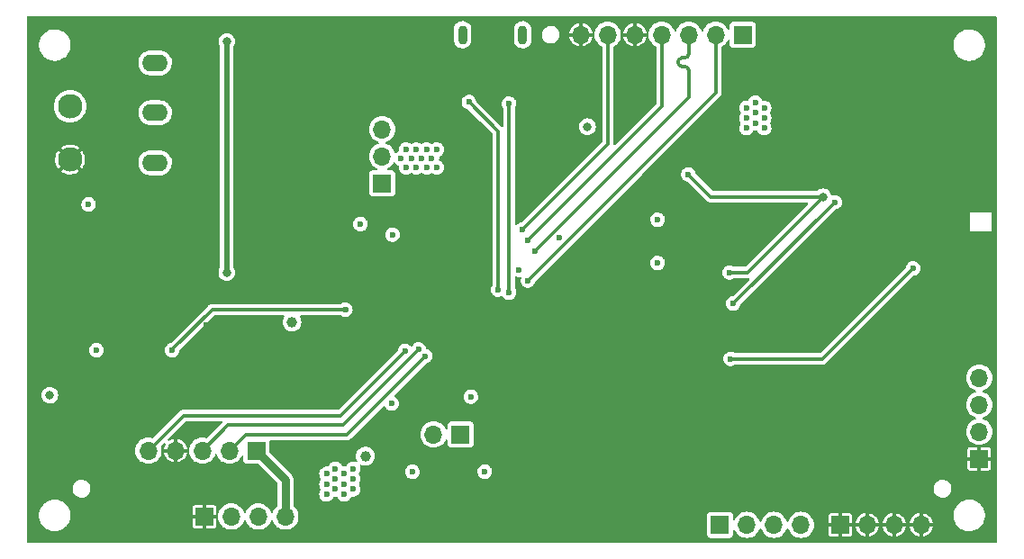
<source format=gbr>
%TF.GenerationSoftware,KiCad,Pcbnew,(6.0.0)*%
%TF.CreationDate,2023-11-18T00:08:50-03:00*%
%TF.ProjectId,LevelSensor_v2.0,4c657665-6c53-4656-9e73-6f725f76322e,rev?*%
%TF.SameCoordinates,Original*%
%TF.FileFunction,Copper,L4,Bot*%
%TF.FilePolarity,Positive*%
%FSLAX46Y46*%
G04 Gerber Fmt 4.6, Leading zero omitted, Abs format (unit mm)*
G04 Created by KiCad (PCBNEW (6.0.0)) date 2023-11-18 00:08:50*
%MOMM*%
%LPD*%
G01*
G04 APERTURE LIST*
%TA.AperFunction,ComponentPad*%
%ADD10C,2.300000*%
%TD*%
%TA.AperFunction,ComponentPad*%
%ADD11R,1.700000X1.700000*%
%TD*%
%TA.AperFunction,ComponentPad*%
%ADD12O,1.700000X1.700000*%
%TD*%
%TA.AperFunction,WasherPad*%
%ADD13O,0.900000X1.800000*%
%TD*%
%TA.AperFunction,ComponentPad*%
%ADD14O,2.400000X1.600000*%
%TD*%
%TA.AperFunction,ViaPad*%
%ADD15C,0.600000*%
%TD*%
%TA.AperFunction,ViaPad*%
%ADD16C,0.800000*%
%TD*%
%TA.AperFunction,ViaPad*%
%ADD17C,1.000000*%
%TD*%
%TA.AperFunction,Conductor*%
%ADD18C,0.750000*%
%TD*%
%TA.AperFunction,Conductor*%
%ADD19C,0.300000*%
%TD*%
%TA.AperFunction,Conductor*%
%ADD20C,0.500000*%
%TD*%
G04 APERTURE END LIST*
D10*
%TO.P,J2,1,Pin_1*%
%TO.N,+BATT*%
X125603000Y-65405000D03*
%TO.P,J2,2,Pin_2*%
%TO.N,GND*%
X125603000Y-70405000D03*
%TD*%
D11*
%TO.P,J4,1,Pin_1*%
%TO.N,VCC*%
X186690000Y-104775000D03*
D12*
%TO.P,J4,2,Pin_2*%
X189230000Y-104775000D03*
%TO.P,J4,3,Pin_3*%
X191770000Y-104775000D03*
%TO.P,J4,4,Pin_4*%
X194310000Y-104775000D03*
%TD*%
D11*
%TO.P,J13,1,Pin_1*%
%TO.N,GND*%
X211074000Y-98552000D03*
D12*
%TO.P,J13,2,Pin_2*%
%TO.N,NB_USB_VBUS*%
X211074000Y-96012000D03*
%TO.P,J13,3,Pin_3*%
%TO.N,NB_USB_D+*%
X211074000Y-93472000D03*
%TO.P,J13,4,Pin_4*%
%TO.N,NB_USB_D-*%
X211074000Y-90932000D03*
%TD*%
D11*
%TO.P,J10,1,Pin_1*%
%TO.N,GND*%
X138224260Y-103987600D03*
D12*
%TO.P,J10,2,Pin_2*%
%TO.N,US_ECHO*%
X140764260Y-103987600D03*
%TO.P,J10,3,Pin_3*%
%TO.N,US_TRIG*%
X143304260Y-103987600D03*
%TO.P,J10,4,Pin_4*%
%TO.N,VDD*%
X145844260Y-103987600D03*
%TD*%
D13*
%TO.P,J3,*%
%TO.N,*%
X162503600Y-58677200D03*
X168153600Y-58677200D03*
%TD*%
D11*
%TO.P,J7,1,Pin_1*%
%TO.N,VOUT_BOOST*%
X154936000Y-72644000D03*
D12*
%TO.P,J7,2,Pin_2*%
%TO.N,VCC*%
X154936000Y-70104000D03*
%TO.P,J7,3,Pin_3*%
%TO.N,VOUT_USB*%
X154936000Y-67564000D03*
%TD*%
D14*
%TO.P,SW1,1,A*%
%TO.N,VIN_BATT*%
X133604000Y-61315600D03*
%TO.P,SW1,2,B*%
%TO.N,+BATT*%
X133604000Y-66015600D03*
%TO.P,SW1,3,C*%
%TO.N,unconnected-(SW1-Pad3)*%
X133604000Y-70715600D03*
%TD*%
D11*
%TO.P,J15,1,Pin_1*%
%TO.N,VDD*%
X143129000Y-97790000D03*
D12*
%TO.P,J15,2,Pin_2*%
%TO.N,NB_MOD_uRX*%
X140589000Y-97790000D03*
%TO.P,J15,3,Pin_3*%
%TO.N,NB_MOD_uTX*%
X138049000Y-97790000D03*
%TO.P,J15,4,Pin_4*%
%TO.N,GND*%
X135509000Y-97790000D03*
%TO.P,J15,5,Pin_5*%
%TO.N,NB_MOD_RST*%
X132969000Y-97790000D03*
%TD*%
D11*
%TO.P,J1,1,Pin_1*%
%TO.N,GND*%
X197993000Y-104775000D03*
D12*
%TO.P,J1,2,Pin_2*%
X200533000Y-104775000D03*
%TO.P,J1,3,Pin_3*%
X203073000Y-104775000D03*
%TO.P,J1,4,Pin_4*%
X205613000Y-104775000D03*
%TD*%
D11*
%TO.P,J9,1,Pin_1*%
%TO.N,VCC*%
X188849000Y-58674000D03*
D12*
%TO.P,J9,2,Pin_2*%
%TO.N,SYS_SWDIO*%
X186309000Y-58674000D03*
%TO.P,J9,3,Pin_3*%
%TO.N,SYS_SWCLK*%
X183769000Y-58674000D03*
%TO.P,J9,4,Pin_4*%
%TO.N,SYS_SWO*%
X181229000Y-58674000D03*
%TO.P,J9,5,Pin_5*%
%TO.N,GND*%
X178689000Y-58674000D03*
%TO.P,J9,6,Pin_6*%
%TO.N,EXT_TRIG*%
X176149000Y-58674000D03*
%TO.P,J9,7,Pin_7*%
%TO.N,GND*%
X173609000Y-58674000D03*
%TD*%
D11*
%TO.P,J11,1,Pin_1*%
%TO.N,I2C_SDA*%
X162311000Y-96266000D03*
D12*
%TO.P,J11,2,Pin_2*%
%TO.N,I2C_SCL*%
X159771000Y-96266000D03*
%TD*%
D15*
%TO.N,GND*%
X200761600Y-88138000D03*
X204190600Y-88773000D03*
X201904600Y-93599000D03*
X203174600Y-84328000D03*
X197205600Y-79502000D03*
X204470000Y-97942400D03*
X193903600Y-82804000D03*
X201396600Y-75311000D03*
X203809600Y-84963000D03*
X194411600Y-86233000D03*
X197840600Y-78867000D03*
X193268600Y-82169000D03*
X197713600Y-82931000D03*
X201904600Y-80010000D03*
X200761600Y-86868000D03*
X200761600Y-75946000D03*
X201396600Y-87503000D03*
D16*
X193141600Y-75184000D03*
D15*
X204444600Y-84328000D03*
X204825600Y-89408000D03*
X201904600Y-92329000D03*
X197205600Y-78232000D03*
X202539600Y-92964000D03*
X194411600Y-87503000D03*
X192633600Y-82804000D03*
X205105000Y-98577400D03*
X204825600Y-88138000D03*
X205460600Y-88773000D03*
X201904600Y-78740000D03*
X200126600Y-87503000D03*
X198983600Y-82931000D03*
X201269600Y-79375000D03*
X196570600Y-78867000D03*
X193776600Y-86868000D03*
X200761600Y-74676000D03*
X203809600Y-83693000D03*
X202539600Y-79375000D03*
X193268600Y-83439000D03*
X205105000Y-97307400D03*
X198348600Y-82296000D03*
X200126600Y-75311000D03*
X198348600Y-83566000D03*
X205740000Y-97942400D03*
X201269600Y-92964000D03*
X195046600Y-86868000D03*
X157683200Y-86817200D03*
X157683200Y-82677000D03*
X160477200Y-81178400D03*
X159613600Y-84785200D03*
X157048200Y-86182200D03*
X162458400Y-81178400D03*
X160248600Y-84150200D03*
X157683200Y-85547200D03*
X160883600Y-84785200D03*
X162458400Y-85140800D03*
X157683200Y-83947000D03*
X158318200Y-83312000D03*
X160248600Y-85420200D03*
X158496000Y-81178400D03*
X162458400Y-87122000D03*
X158318200Y-86182200D03*
X162458400Y-89001600D03*
X162458400Y-83159600D03*
X157048200Y-83312000D03*
X160578800Y-89001600D03*
%TO.N,USB_D-*%
X166878000Y-82931000D03*
X166878000Y-65151000D03*
%TO.N,USB_D+*%
X165862000Y-82650607D03*
X163093400Y-64998600D03*
%TO.N,SYS_SWDIO*%
X168656000Y-81788000D03*
%TO.N,SYS_SWCLK*%
X169291000Y-78994000D03*
%TO.N,SYS_SWO*%
X168656000Y-77978000D03*
%TO.N,EXT_TRIG*%
X168148000Y-76962000D03*
%TO.N,/Microcontrolador/STM_NRST*%
X151485600Y-84531200D03*
X135192000Y-88341200D03*
%TO.N,NB_MOD_uTX*%
X158369000Y-88265000D03*
%TO.N,NB_MOD_RST*%
X157099000Y-88392000D03*
%TO.N,NB_MOD_uRX*%
X159004000Y-88900000D03*
%TO.N,GND*%
X196088000Y-58547000D03*
X160147000Y-58089800D03*
X128270000Y-72390000D03*
X162433000Y-62865000D03*
X142113000Y-77216000D03*
X142544800Y-71907400D03*
X149656800Y-82600800D03*
X168783000Y-98806000D03*
X184785000Y-87757000D03*
X133197600Y-94488000D03*
X211328000Y-73558400D03*
X132562600Y-93853000D03*
X143433800Y-92837000D03*
X205308200Y-61391800D03*
X123063000Y-67691000D03*
X150368000Y-67919600D03*
X209804000Y-64008000D03*
X212140800Y-73558400D03*
X170434000Y-62738000D03*
D16*
X137210800Y-95707200D03*
D15*
X178308000Y-81407000D03*
D16*
X175006000Y-98679000D03*
D15*
X200533000Y-59182000D03*
X161798000Y-62230000D03*
X185420000Y-82423000D03*
X188976000Y-79121000D03*
X138684000Y-76835000D03*
X167005000Y-92938600D03*
X210693000Y-81534000D03*
X127635000Y-71755000D03*
X211328000Y-80899000D03*
X205943200Y-62026800D03*
X207264000Y-73558400D03*
X169799000Y-62103000D03*
X138049000Y-76200000D03*
X128524000Y-59944000D03*
D16*
X199644000Y-68935600D03*
D15*
X192913000Y-57912000D03*
X132562600Y-95123000D03*
X172466000Y-89662000D03*
D16*
X143764000Y-80619600D03*
X175006000Y-96012000D03*
D15*
X135446000Y-81280000D03*
X149098000Y-67919600D03*
X134811000Y-81915000D03*
X210515200Y-73558400D03*
X160147000Y-59359800D03*
D16*
X165989000Y-105283000D03*
D15*
X123063000Y-68961000D03*
X210515200Y-78994000D03*
X123063000Y-72390000D03*
X122428000Y-68326000D03*
X131927600Y-94488000D03*
D16*
X162306000Y-75692000D03*
D15*
X188722000Y-87757000D03*
X128270000Y-71120000D03*
X151587200Y-80162400D03*
X142798800Y-92202000D03*
X143510000Y-71907400D03*
X142544800Y-73583800D03*
X147066000Y-98958400D03*
X147066000Y-60960000D03*
D16*
X148844000Y-105308400D03*
D15*
X211328000Y-78994000D03*
X161163000Y-62865000D03*
X187960000Y-76200000D03*
X200533000Y-57912000D03*
X167640000Y-92303600D03*
X138049000Y-77470000D03*
X122428000Y-71755000D03*
D16*
X188849000Y-98679000D03*
X173228000Y-82423000D03*
D15*
X153212800Y-104952800D03*
X196723000Y-57912000D03*
X143510000Y-73583800D03*
X170434000Y-61468000D03*
X147701000Y-60325000D03*
X171196000Y-89662000D03*
D16*
X208153000Y-69646800D03*
D15*
X186690000Y-92710000D03*
X208076800Y-73558400D03*
D16*
X178055000Y-77497000D03*
D15*
X181229000Y-71374000D03*
X142062200Y-72745600D03*
X204673200Y-62026800D03*
X186055000Y-92075000D03*
X192913000Y-59182000D03*
X134176000Y-81280000D03*
X149733000Y-67284600D03*
X149352000Y-85445600D03*
X157022800Y-102209600D03*
D16*
X137541000Y-79756000D03*
D15*
X132207000Y-102743000D03*
X156514800Y-100126800D03*
X209393000Y-74523600D03*
X149733000Y-68554600D03*
X206451200Y-73558400D03*
X123063000Y-71120000D03*
X201168000Y-58547000D03*
X210439000Y-64643000D03*
X131572000Y-103378000D03*
X167005000Y-91668600D03*
X171069000Y-62103000D03*
X171831000Y-89027000D03*
X137414000Y-76835000D03*
X209393000Y-77927200D03*
X168783000Y-101219000D03*
X129159000Y-59309000D03*
X171831000Y-90297000D03*
X192278000Y-58547000D03*
X185420000Y-92710000D03*
X131572000Y-102108000D03*
D16*
X138049000Y-64770000D03*
D15*
X138430000Y-85979000D03*
X141579600Y-71907400D03*
D16*
X126492000Y-91236800D03*
D15*
X141579600Y-73583800D03*
D16*
X208153000Y-66548000D03*
D15*
X161798000Y-63500000D03*
X186055000Y-93345000D03*
X128905000Y-71755000D03*
D16*
X138049000Y-68834000D03*
D15*
X208076800Y-78994000D03*
X160782000Y-58724800D03*
X143433800Y-91567000D03*
X178308000Y-82677000D03*
X142748000Y-76581000D03*
X147701000Y-61595000D03*
X123698000Y-71755000D03*
X211328000Y-82169000D03*
X185801000Y-78105000D03*
D16*
X145592800Y-78994000D03*
X195834000Y-69723000D03*
D15*
X123698000Y-68326000D03*
X165201600Y-62941200D03*
X196723000Y-59182000D03*
X151282400Y-76301600D03*
X197358000Y-58547000D03*
D16*
X138023600Y-72898000D03*
D15*
X130937000Y-102743000D03*
X178943000Y-82042000D03*
D16*
X164490400Y-80213200D03*
D15*
X199898000Y-58547000D03*
X127889000Y-59309000D03*
D16*
X136525000Y-90805000D03*
X188849000Y-96012000D03*
D15*
X208889600Y-78994000D03*
D16*
X163118800Y-102565200D03*
D15*
X159512000Y-58724800D03*
D16*
X188849000Y-101219000D03*
D15*
X142748000Y-77851000D03*
X177673000Y-82042000D03*
X164998400Y-65125600D03*
X128524000Y-58674000D03*
X205308200Y-62661800D03*
X210439000Y-63373000D03*
X155346400Y-95504000D03*
X208889600Y-73558400D03*
X190246000Y-72771000D03*
X157022800Y-101142800D03*
X193548000Y-58547000D03*
X211963000Y-81534000D03*
X211074000Y-64008000D03*
X179959000Y-87757000D03*
X209702400Y-73558400D03*
X148336000Y-60960000D03*
X150774400Y-85445600D03*
X209702400Y-78994000D03*
D16*
X175006000Y-101219000D03*
D15*
X143027400Y-72745600D03*
X166370000Y-92303600D03*
D16*
X199644000Y-70307200D03*
D15*
X144068800Y-92202000D03*
X134811000Y-80645000D03*
X143383000Y-77216000D03*
X212140800Y-78994000D03*
%TO.N,VCC*%
X149707600Y-99974400D03*
X190017400Y-65049400D03*
X171577000Y-77724000D03*
X157679200Y-70307200D03*
X150545800Y-99491800D03*
X151384000Y-100939600D03*
X149707600Y-101904800D03*
X160092200Y-69469000D03*
X190855600Y-66497200D03*
X128080000Y-88341200D03*
X149707600Y-100939600D03*
X156714000Y-70307200D03*
X159127000Y-69469000D03*
X159127000Y-71145400D03*
D16*
X123698000Y-92583000D03*
D15*
X152222200Y-99491800D03*
X189179200Y-65532000D03*
D16*
X174244000Y-67310000D03*
D15*
X180848000Y-80137000D03*
D17*
X146456400Y-85699600D03*
D15*
X127343400Y-74625200D03*
X167767000Y-80772000D03*
X157784800Y-99771200D03*
X163271200Y-92710000D03*
X164592000Y-99771200D03*
X157196600Y-71145400D03*
X152908000Y-76479400D03*
X150545800Y-100457000D03*
X155905200Y-77470000D03*
X158161800Y-69469000D03*
X159609600Y-70307200D03*
X152222200Y-100457000D03*
X155829000Y-93345000D03*
X152222200Y-101422200D03*
X190855600Y-65532000D03*
X190855600Y-67462400D03*
X151384000Y-99974400D03*
X150545800Y-101422200D03*
X151384000Y-101904800D03*
X189179200Y-66497200D03*
X190017400Y-66014600D03*
X157196600Y-69469000D03*
X158644400Y-70307200D03*
X160092200Y-71145400D03*
D17*
X153365200Y-98298000D03*
D15*
X189179200Y-67462400D03*
X158161800Y-71145400D03*
X190017400Y-66979800D03*
X180849000Y-76073000D03*
%TO.N,NBIOT_VDD_EXT*%
X183727700Y-71797900D03*
X187605400Y-81027600D03*
D16*
X196392800Y-73914000D03*
D15*
%TO.N,NB_RESET*%
X187708600Y-89154000D03*
X204851000Y-80645000D03*
%TO.N,NB_PWRKEY*%
X187960000Y-83947000D03*
X197485000Y-74422000D03*
D16*
%TO.N,VIN_BATT_D*%
X140335000Y-81026000D03*
X140335000Y-59309000D03*
%TD*%
D18*
%TO.N,VDD*%
X145844260Y-100505260D02*
X143129000Y-97790000D01*
X145844260Y-103987600D02*
X145844260Y-100505260D01*
D19*
%TO.N,USB_D-*%
X166878000Y-65151000D02*
X166878000Y-82931000D01*
%TO.N,USB_D+*%
X165862000Y-82650607D02*
X165862000Y-67767200D01*
X165862000Y-67767200D02*
X163093400Y-64998600D01*
%TO.N,SYS_SWDIO*%
X186309000Y-64135000D02*
X186309000Y-58674000D01*
X168656000Y-81788000D02*
X186309000Y-64135000D01*
%TO.N,SYS_SWCLK*%
X183769000Y-63023357D02*
X183769000Y-64516000D01*
X183147467Y-61652000D02*
X183369000Y-61652000D01*
X183369000Y-60852000D02*
X183147467Y-60852000D01*
X183769000Y-62052000D02*
X183769000Y-63023357D01*
X183769000Y-58674000D02*
X183769000Y-60452000D01*
X183769000Y-64516000D02*
X169291000Y-78994000D01*
X183147467Y-61652000D02*
G75*
G02*
X182747467Y-61252000I-1J399999D01*
G01*
X183369000Y-60852000D02*
G75*
G03*
X183769000Y-60452000I1J399999D01*
G01*
X183769000Y-62052000D02*
G75*
G03*
X183369000Y-61652000I-399999J1D01*
G01*
X182747467Y-61252000D02*
G75*
G02*
X183147467Y-60852000I399999J1D01*
G01*
%TO.N,SYS_SWO*%
X181229000Y-65405000D02*
X181229000Y-58674000D01*
X168656000Y-77978000D02*
X181229000Y-65405000D01*
%TO.N,EXT_TRIG*%
X176149000Y-68961000D02*
X176149000Y-58674000D01*
X168148000Y-76962000D02*
X176149000Y-68961000D01*
%TO.N,/Microcontrolador/STM_NRST*%
X151485600Y-84531200D02*
X138959252Y-84531200D01*
X135192000Y-88298452D02*
X135192000Y-88341200D01*
X138959252Y-84531200D02*
X135192000Y-88298452D01*
%TO.N,NB_MOD_uTX*%
X158369000Y-88265000D02*
X151257000Y-95377000D01*
X151257000Y-95377000D02*
X140462000Y-95377000D01*
X140462000Y-95377000D02*
X138049000Y-97790000D01*
%TO.N,NB_MOD_RST*%
X151003000Y-94488000D02*
X136271000Y-94488000D01*
X136271000Y-94488000D02*
X132969000Y-97790000D01*
X157099000Y-88392000D02*
X151003000Y-94488000D01*
%TO.N,NB_MOD_uRX*%
X151638000Y-96266000D02*
X142113000Y-96266000D01*
X159004000Y-88900000D02*
X151638000Y-96266000D01*
X142113000Y-96266000D02*
X140589000Y-97790000D01*
%TO.N,NBIOT_VDD_EXT*%
X185843800Y-73914000D02*
X196392800Y-73914000D01*
X189279200Y-81027600D02*
X187605400Y-81027600D01*
X183727700Y-71797900D02*
X185843800Y-73914000D01*
X196392800Y-73914000D02*
X189279200Y-81027600D01*
%TO.N,NB_RESET*%
X196342000Y-89154000D02*
X204851000Y-80645000D01*
X187708600Y-89154000D02*
X196342000Y-89154000D01*
%TO.N,NB_PWRKEY*%
X187960000Y-83947000D02*
X197485000Y-74422000D01*
D20*
%TO.N,VIN_BATT_D*%
X140335000Y-81026000D02*
X140335000Y-59309000D01*
%TD*%
%TA.AperFunction,Conductor*%
%TO.N,GND*%
G36*
X212690591Y-56933907D02*
G01*
X212726555Y-56983407D01*
X212731400Y-57014000D01*
X212731400Y-106384200D01*
X212712493Y-106442391D01*
X212662993Y-106478355D01*
X212632400Y-106483200D01*
X121657000Y-106483200D01*
X121598809Y-106464293D01*
X121562845Y-106414793D01*
X121558000Y-106384200D01*
X121558000Y-105661158D01*
X185458500Y-105661158D01*
X185469538Y-105736144D01*
X185525513Y-105850151D01*
X185531305Y-105855933D01*
X185609608Y-105934100D01*
X185609611Y-105934102D01*
X185615399Y-105939880D01*
X185729503Y-105995655D01*
X185737105Y-105996764D01*
X185737108Y-105996765D01*
X185800297Y-106005983D01*
X185800299Y-106005983D01*
X185803842Y-106006500D01*
X187576158Y-106006500D01*
X187579730Y-106005974D01*
X187579733Y-106005974D01*
X187606076Y-106002096D01*
X187651144Y-105995462D01*
X187765151Y-105939487D01*
X187770933Y-105933695D01*
X187849100Y-105855392D01*
X187849102Y-105855389D01*
X187854880Y-105849601D01*
X187910655Y-105735497D01*
X187911764Y-105727895D01*
X187911765Y-105727892D01*
X187920983Y-105664703D01*
X187920983Y-105664701D01*
X187921500Y-105661158D01*
X187921500Y-105329449D01*
X187940407Y-105271258D01*
X187989907Y-105235294D01*
X188051093Y-105235294D01*
X188100593Y-105271258D01*
X188110224Y-105287610D01*
X188112140Y-105291718D01*
X188159416Y-105393102D01*
X188283013Y-105569617D01*
X188435383Y-105721987D01*
X188526326Y-105785666D01*
X188607931Y-105842806D01*
X188611898Y-105845584D01*
X188807193Y-105936652D01*
X189015335Y-105992423D01*
X189230000Y-106011204D01*
X189444665Y-105992423D01*
X189652807Y-105936652D01*
X189848102Y-105845584D01*
X189852070Y-105842806D01*
X189933674Y-105785666D01*
X190024617Y-105721987D01*
X190176987Y-105569617D01*
X190300584Y-105393102D01*
X190391652Y-105197807D01*
X190404373Y-105150331D01*
X190437697Y-105099017D01*
X190494818Y-105077090D01*
X190553919Y-105092925D01*
X190592424Y-105140475D01*
X190595627Y-105150330D01*
X190608348Y-105197807D01*
X190699416Y-105393102D01*
X190823013Y-105569617D01*
X190975383Y-105721987D01*
X191066326Y-105785666D01*
X191147931Y-105842806D01*
X191151898Y-105845584D01*
X191347193Y-105936652D01*
X191555335Y-105992423D01*
X191770000Y-106011204D01*
X191984665Y-105992423D01*
X192192807Y-105936652D01*
X192388102Y-105845584D01*
X192392070Y-105842806D01*
X192473674Y-105785666D01*
X192564617Y-105721987D01*
X192716987Y-105569617D01*
X192840584Y-105393102D01*
X192931652Y-105197807D01*
X192944373Y-105150331D01*
X192977697Y-105099017D01*
X193034818Y-105077090D01*
X193093919Y-105092925D01*
X193132424Y-105140475D01*
X193135627Y-105150330D01*
X193148348Y-105197807D01*
X193239416Y-105393102D01*
X193363013Y-105569617D01*
X193515383Y-105721987D01*
X193606326Y-105785666D01*
X193687931Y-105842806D01*
X193691898Y-105845584D01*
X193887193Y-105936652D01*
X194095335Y-105992423D01*
X194310000Y-106011204D01*
X194524665Y-105992423D01*
X194732807Y-105936652D01*
X194928102Y-105845584D01*
X194932070Y-105842806D01*
X195013674Y-105785666D01*
X195104617Y-105721987D01*
X195181838Y-105644766D01*
X196893000Y-105644766D01*
X196893948Y-105654388D01*
X196905603Y-105712983D01*
X196912922Y-105730651D01*
X196957341Y-105797130D01*
X196970870Y-105810659D01*
X197037349Y-105855078D01*
X197055017Y-105862397D01*
X197113612Y-105874052D01*
X197123234Y-105875000D01*
X197802320Y-105875000D01*
X197815005Y-105870878D01*
X197818000Y-105866757D01*
X197818000Y-105859320D01*
X198168000Y-105859320D01*
X198172122Y-105872005D01*
X198176243Y-105875000D01*
X198862766Y-105875000D01*
X198872388Y-105874052D01*
X198930983Y-105862397D01*
X198948651Y-105855078D01*
X199015130Y-105810659D01*
X199028659Y-105797130D01*
X199073078Y-105730651D01*
X199080397Y-105712983D01*
X199092052Y-105654388D01*
X199093000Y-105644766D01*
X199093000Y-104965680D01*
X199092321Y-104963591D01*
X199445895Y-104963591D01*
X199490534Y-105139359D01*
X199493554Y-105147887D01*
X199574386Y-105323225D01*
X199578917Y-105331072D01*
X199690348Y-105488744D01*
X199696222Y-105495622D01*
X199834532Y-105630357D01*
X199841555Y-105636044D01*
X200002099Y-105743317D01*
X200010054Y-105747635D01*
X200187446Y-105823849D01*
X200196058Y-105826647D01*
X200342706Y-105859830D01*
X200355603Y-105858645D01*
X200358000Y-105849927D01*
X200358000Y-105845528D01*
X200708000Y-105845528D01*
X200712122Y-105858213D01*
X200713293Y-105859064D01*
X200719270Y-105859574D01*
X200786400Y-105849841D01*
X200795189Y-105847731D01*
X200978026Y-105785666D01*
X200986288Y-105781988D01*
X201154755Y-105687641D01*
X201162209Y-105682518D01*
X201310650Y-105559061D01*
X201317061Y-105552650D01*
X201440518Y-105404209D01*
X201445641Y-105396755D01*
X201539988Y-105228288D01*
X201543666Y-105220026D01*
X201605731Y-105037189D01*
X201607841Y-105028400D01*
X201616958Y-104965516D01*
X201616627Y-104963591D01*
X201985895Y-104963591D01*
X202030534Y-105139359D01*
X202033554Y-105147887D01*
X202114386Y-105323225D01*
X202118917Y-105331072D01*
X202230348Y-105488744D01*
X202236222Y-105495622D01*
X202374532Y-105630357D01*
X202381555Y-105636044D01*
X202542099Y-105743317D01*
X202550054Y-105747635D01*
X202727446Y-105823849D01*
X202736058Y-105826647D01*
X202882706Y-105859830D01*
X202895603Y-105858645D01*
X202898000Y-105849927D01*
X202898000Y-105845528D01*
X203248000Y-105845528D01*
X203252122Y-105858213D01*
X203253293Y-105859064D01*
X203259270Y-105859574D01*
X203326400Y-105849841D01*
X203335189Y-105847731D01*
X203518026Y-105785666D01*
X203526288Y-105781988D01*
X203694755Y-105687641D01*
X203702209Y-105682518D01*
X203850650Y-105559061D01*
X203857061Y-105552650D01*
X203980518Y-105404209D01*
X203985641Y-105396755D01*
X204079988Y-105228288D01*
X204083666Y-105220026D01*
X204145731Y-105037189D01*
X204147841Y-105028400D01*
X204156958Y-104965516D01*
X204156627Y-104963591D01*
X204525895Y-104963591D01*
X204570534Y-105139359D01*
X204573554Y-105147887D01*
X204654386Y-105323225D01*
X204658917Y-105331072D01*
X204770348Y-105488744D01*
X204776222Y-105495622D01*
X204914532Y-105630357D01*
X204921555Y-105636044D01*
X205082099Y-105743317D01*
X205090054Y-105747635D01*
X205267446Y-105823849D01*
X205276058Y-105826647D01*
X205422706Y-105859830D01*
X205435603Y-105858645D01*
X205438000Y-105849927D01*
X205438000Y-105845528D01*
X205788000Y-105845528D01*
X205792122Y-105858213D01*
X205793293Y-105859064D01*
X205799270Y-105859574D01*
X205866400Y-105849841D01*
X205875189Y-105847731D01*
X206058026Y-105785666D01*
X206066288Y-105781988D01*
X206234755Y-105687641D01*
X206242209Y-105682518D01*
X206390650Y-105559061D01*
X206397061Y-105552650D01*
X206520518Y-105404209D01*
X206525641Y-105396755D01*
X206619988Y-105228288D01*
X206623666Y-105220026D01*
X206685731Y-105037189D01*
X206687841Y-105028400D01*
X206696958Y-104965516D01*
X206694700Y-104952372D01*
X206693663Y-104951363D01*
X206687819Y-104950000D01*
X205803680Y-104950000D01*
X205790995Y-104954122D01*
X205788000Y-104958243D01*
X205788000Y-105845528D01*
X205438000Y-105845528D01*
X205438000Y-104965680D01*
X205433878Y-104952995D01*
X205429757Y-104950000D01*
X204538123Y-104950000D01*
X204526213Y-104953870D01*
X204525895Y-104963591D01*
X204156627Y-104963591D01*
X204154700Y-104952372D01*
X204153663Y-104951363D01*
X204147819Y-104950000D01*
X203263680Y-104950000D01*
X203250995Y-104954122D01*
X203248000Y-104958243D01*
X203248000Y-105845528D01*
X202898000Y-105845528D01*
X202898000Y-104965680D01*
X202893878Y-104952995D01*
X202889757Y-104950000D01*
X201998123Y-104950000D01*
X201986213Y-104953870D01*
X201985895Y-104963591D01*
X201616627Y-104963591D01*
X201614700Y-104952372D01*
X201613663Y-104951363D01*
X201607819Y-104950000D01*
X200723680Y-104950000D01*
X200710995Y-104954122D01*
X200708000Y-104958243D01*
X200708000Y-105845528D01*
X200358000Y-105845528D01*
X200358000Y-104965680D01*
X200353878Y-104952995D01*
X200349757Y-104950000D01*
X199458123Y-104950000D01*
X199446213Y-104953870D01*
X199445895Y-104963591D01*
X199092321Y-104963591D01*
X199088878Y-104952995D01*
X199084757Y-104950000D01*
X198183680Y-104950000D01*
X198170995Y-104954122D01*
X198168000Y-104958243D01*
X198168000Y-105859320D01*
X197818000Y-105859320D01*
X197818000Y-104965680D01*
X197813878Y-104952995D01*
X197809757Y-104950000D01*
X196908680Y-104950000D01*
X196895995Y-104954122D01*
X196893000Y-104958243D01*
X196893000Y-105644766D01*
X195181838Y-105644766D01*
X195256987Y-105569617D01*
X195380584Y-105393102D01*
X195471652Y-105197807D01*
X195527423Y-104989665D01*
X195546204Y-104775000D01*
X195529521Y-104584320D01*
X196893000Y-104584320D01*
X196897122Y-104597005D01*
X196901243Y-104600000D01*
X197802320Y-104600000D01*
X197815005Y-104595878D01*
X197818000Y-104591757D01*
X197818000Y-104584320D01*
X198168000Y-104584320D01*
X198172122Y-104597005D01*
X198176243Y-104600000D01*
X199077320Y-104600000D01*
X199090005Y-104595878D01*
X199093000Y-104591757D01*
X199093000Y-104584428D01*
X199447799Y-104584428D01*
X199450401Y-104597510D01*
X199451976Y-104598966D01*
X199456690Y-104600000D01*
X200342320Y-104600000D01*
X200355005Y-104595878D01*
X200358000Y-104591757D01*
X200358000Y-104584320D01*
X200708000Y-104584320D01*
X200712122Y-104597005D01*
X200716243Y-104600000D01*
X201605952Y-104600000D01*
X201618637Y-104595878D01*
X201620306Y-104593582D01*
X201620710Y-104589965D01*
X201620201Y-104584428D01*
X201987799Y-104584428D01*
X201990401Y-104597510D01*
X201991976Y-104598966D01*
X201996690Y-104600000D01*
X202882320Y-104600000D01*
X202895005Y-104595878D01*
X202898000Y-104591757D01*
X202898000Y-104584320D01*
X203248000Y-104584320D01*
X203252122Y-104597005D01*
X203256243Y-104600000D01*
X204145952Y-104600000D01*
X204158637Y-104595878D01*
X204160306Y-104593582D01*
X204160710Y-104589965D01*
X204160201Y-104584428D01*
X204527799Y-104584428D01*
X204530401Y-104597510D01*
X204531976Y-104598966D01*
X204536690Y-104600000D01*
X205422320Y-104600000D01*
X205435005Y-104595878D01*
X205438000Y-104591757D01*
X205438000Y-104584320D01*
X205788000Y-104584320D01*
X205792122Y-104597005D01*
X205796243Y-104600000D01*
X206685952Y-104600000D01*
X206698637Y-104595878D01*
X206700306Y-104593582D01*
X206700710Y-104589965D01*
X206699629Y-104578199D01*
X206697982Y-104569315D01*
X206645570Y-104383473D01*
X206642332Y-104375038D01*
X206556928Y-104201855D01*
X206552209Y-104194154D01*
X206436678Y-104039440D01*
X206430629Y-104032722D01*
X206381338Y-103987158D01*
X208648704Y-103987158D01*
X208685554Y-104227971D01*
X208698319Y-104267027D01*
X208758445Y-104450983D01*
X208761239Y-104459532D01*
X208763113Y-104463131D01*
X208763113Y-104463132D01*
X208837331Y-104605702D01*
X208873729Y-104675622D01*
X209020001Y-104870437D01*
X209022936Y-104873242D01*
X209022938Y-104873244D01*
X209050979Y-104900040D01*
X209196127Y-105038747D01*
X209199487Y-105041039D01*
X209359760Y-105150370D01*
X209397377Y-105176031D01*
X209401057Y-105177739D01*
X209401062Y-105177742D01*
X209459835Y-105205023D01*
X209618348Y-105278602D01*
X209622264Y-105279688D01*
X209849179Y-105342618D01*
X209849182Y-105342619D01*
X209853103Y-105343706D01*
X209857151Y-105344139D01*
X209857153Y-105344139D01*
X209931960Y-105352133D01*
X210051987Y-105364960D01*
X210193411Y-105364960D01*
X210195440Y-105364793D01*
X210195444Y-105364793D01*
X210370410Y-105350408D01*
X210370413Y-105350407D01*
X210374457Y-105350075D01*
X210378391Y-105349087D01*
X210378396Y-105349086D01*
X210541817Y-105308037D01*
X210610733Y-105290727D01*
X210834143Y-105193585D01*
X210837541Y-105191387D01*
X210837548Y-105191383D01*
X210997972Y-105087600D01*
X211038688Y-105061260D01*
X211042069Y-105058184D01*
X211175175Y-104937066D01*
X211218874Y-104897303D01*
X211237875Y-104873244D01*
X211367345Y-104709307D01*
X211367349Y-104709301D01*
X211369862Y-104706119D01*
X211437099Y-104584320D01*
X211485633Y-104496400D01*
X211485634Y-104496399D01*
X211487597Y-104492842D01*
X211494656Y-104472910D01*
X211567562Y-104267027D01*
X211567563Y-104267025D01*
X211568917Y-104263200D01*
X211611640Y-104023359D01*
X211612083Y-103987158D01*
X211613404Y-103878950D01*
X211614616Y-103779762D01*
X211577766Y-103538949D01*
X211562530Y-103492335D01*
X211503342Y-103311245D01*
X211503340Y-103311241D01*
X211502081Y-103307388D01*
X211442525Y-103192983D01*
X211391468Y-103094903D01*
X211391466Y-103094900D01*
X211389591Y-103091298D01*
X211243319Y-102896483D01*
X211234024Y-102887600D01*
X211112316Y-102771294D01*
X211067193Y-102728173D01*
X210865943Y-102590889D01*
X210862263Y-102589181D01*
X210862258Y-102589178D01*
X210756846Y-102540248D01*
X210644972Y-102488318D01*
X210597678Y-102475202D01*
X210414141Y-102424302D01*
X210414138Y-102424301D01*
X210410217Y-102423214D01*
X210406169Y-102422781D01*
X210406167Y-102422781D01*
X210331360Y-102414787D01*
X210211333Y-102401960D01*
X210069909Y-102401960D01*
X210067880Y-102402127D01*
X210067876Y-102402127D01*
X209892910Y-102416512D01*
X209892907Y-102416513D01*
X209888863Y-102416845D01*
X209884929Y-102417833D01*
X209884924Y-102417834D01*
X209721503Y-102458883D01*
X209652587Y-102476193D01*
X209429177Y-102573335D01*
X209425779Y-102575533D01*
X209425772Y-102575537D01*
X209291081Y-102662672D01*
X209224632Y-102705660D01*
X209221626Y-102708395D01*
X209221625Y-102708396D01*
X209154142Y-102769801D01*
X209044446Y-102869617D01*
X209041930Y-102872803D01*
X209041927Y-102872806D01*
X208895975Y-103057613D01*
X208895971Y-103057619D01*
X208893458Y-103060801D01*
X208775723Y-103274078D01*
X208774369Y-103277901D01*
X208774367Y-103277906D01*
X208741933Y-103369498D01*
X208694403Y-103503720D01*
X208651680Y-103743561D01*
X208651630Y-103747620D01*
X208651630Y-103747624D01*
X208650648Y-103828013D01*
X208648704Y-103987158D01*
X206381338Y-103987158D01*
X206288837Y-103901650D01*
X206281670Y-103896151D01*
X206118369Y-103793117D01*
X206110315Y-103789013D01*
X205930969Y-103717460D01*
X205922306Y-103714894D01*
X205803379Y-103691238D01*
X205790133Y-103692806D01*
X205790099Y-103692837D01*
X205788000Y-103700883D01*
X205788000Y-104584320D01*
X205438000Y-104584320D01*
X205438000Y-103704549D01*
X205433878Y-103691864D01*
X205433274Y-103691425D01*
X205426127Y-103690909D01*
X205331555Y-103707160D01*
X205322819Y-103709501D01*
X205141668Y-103776331D01*
X205133506Y-103780224D01*
X204967562Y-103878950D01*
X204960260Y-103884255D01*
X204815081Y-104011575D01*
X204808858Y-104018133D01*
X204689322Y-104169763D01*
X204684397Y-104177346D01*
X204594490Y-104348231D01*
X204591032Y-104356579D01*
X204533773Y-104540984D01*
X204531895Y-104549821D01*
X204527799Y-104584428D01*
X204160201Y-104584428D01*
X204159629Y-104578199D01*
X204157982Y-104569315D01*
X204105570Y-104383473D01*
X204102332Y-104375038D01*
X204016928Y-104201855D01*
X204012209Y-104194154D01*
X203896678Y-104039440D01*
X203890629Y-104032722D01*
X203748837Y-103901650D01*
X203741670Y-103896151D01*
X203578369Y-103793117D01*
X203570315Y-103789013D01*
X203390969Y-103717460D01*
X203382306Y-103714894D01*
X203263379Y-103691238D01*
X203250133Y-103692806D01*
X203250099Y-103692837D01*
X203248000Y-103700883D01*
X203248000Y-104584320D01*
X202898000Y-104584320D01*
X202898000Y-103704549D01*
X202893878Y-103691864D01*
X202893274Y-103691425D01*
X202886127Y-103690909D01*
X202791555Y-103707160D01*
X202782819Y-103709501D01*
X202601668Y-103776331D01*
X202593506Y-103780224D01*
X202427562Y-103878950D01*
X202420260Y-103884255D01*
X202275081Y-104011575D01*
X202268858Y-104018133D01*
X202149322Y-104169763D01*
X202144397Y-104177346D01*
X202054490Y-104348231D01*
X202051032Y-104356579D01*
X201993773Y-104540984D01*
X201991895Y-104549821D01*
X201987799Y-104584428D01*
X201620201Y-104584428D01*
X201619629Y-104578199D01*
X201617982Y-104569315D01*
X201565570Y-104383473D01*
X201562332Y-104375038D01*
X201476928Y-104201855D01*
X201472209Y-104194154D01*
X201356678Y-104039440D01*
X201350629Y-104032722D01*
X201208837Y-103901650D01*
X201201670Y-103896151D01*
X201038369Y-103793117D01*
X201030315Y-103789013D01*
X200850969Y-103717460D01*
X200842306Y-103714894D01*
X200723379Y-103691238D01*
X200710133Y-103692806D01*
X200710099Y-103692837D01*
X200708000Y-103700883D01*
X200708000Y-104584320D01*
X200358000Y-104584320D01*
X200358000Y-103704549D01*
X200353878Y-103691864D01*
X200353274Y-103691425D01*
X200346127Y-103690909D01*
X200251555Y-103707160D01*
X200242819Y-103709501D01*
X200061668Y-103776331D01*
X200053506Y-103780224D01*
X199887562Y-103878950D01*
X199880260Y-103884255D01*
X199735081Y-104011575D01*
X199728858Y-104018133D01*
X199609322Y-104169763D01*
X199604397Y-104177346D01*
X199514490Y-104348231D01*
X199511032Y-104356579D01*
X199453773Y-104540984D01*
X199451895Y-104549821D01*
X199447799Y-104584428D01*
X199093000Y-104584428D01*
X199093000Y-103905234D01*
X199092052Y-103895612D01*
X199080397Y-103837017D01*
X199073078Y-103819349D01*
X199028659Y-103752870D01*
X199015130Y-103739341D01*
X198948651Y-103694922D01*
X198930983Y-103687603D01*
X198872388Y-103675948D01*
X198862766Y-103675000D01*
X198183680Y-103675000D01*
X198170995Y-103679122D01*
X198168000Y-103683243D01*
X198168000Y-104584320D01*
X197818000Y-104584320D01*
X197818000Y-103690680D01*
X197813878Y-103677995D01*
X197809757Y-103675000D01*
X197123234Y-103675000D01*
X197113612Y-103675948D01*
X197055017Y-103687603D01*
X197037349Y-103694922D01*
X196970870Y-103739341D01*
X196957341Y-103752870D01*
X196912922Y-103819349D01*
X196905603Y-103837017D01*
X196893948Y-103895612D01*
X196893000Y-103905234D01*
X196893000Y-104584320D01*
X195529521Y-104584320D01*
X195527423Y-104560335D01*
X195471652Y-104352193D01*
X195380584Y-104156898D01*
X195256987Y-103980383D01*
X195104617Y-103828013D01*
X194935364Y-103709501D01*
X194931647Y-103706898D01*
X194931645Y-103706897D01*
X194928102Y-103704416D01*
X194732807Y-103613348D01*
X194524665Y-103557577D01*
X194310000Y-103538796D01*
X194095335Y-103557577D01*
X193887193Y-103613348D01*
X193691898Y-103704416D01*
X193688355Y-103706897D01*
X193688353Y-103706898D01*
X193684636Y-103709501D01*
X193515383Y-103828013D01*
X193363013Y-103980383D01*
X193239416Y-104156898D01*
X193148348Y-104352193D01*
X193147230Y-104356366D01*
X193135627Y-104399669D01*
X193102303Y-104450983D01*
X193045182Y-104472910D01*
X192986081Y-104457075D01*
X192947576Y-104409525D01*
X192944373Y-104399669D01*
X192932770Y-104356366D01*
X192931652Y-104352193D01*
X192840584Y-104156898D01*
X192716987Y-103980383D01*
X192564617Y-103828013D01*
X192395364Y-103709501D01*
X192391647Y-103706898D01*
X192391645Y-103706897D01*
X192388102Y-103704416D01*
X192192807Y-103613348D01*
X191984665Y-103557577D01*
X191770000Y-103538796D01*
X191555335Y-103557577D01*
X191347193Y-103613348D01*
X191151898Y-103704416D01*
X191148355Y-103706897D01*
X191148353Y-103706898D01*
X191144636Y-103709501D01*
X190975383Y-103828013D01*
X190823013Y-103980383D01*
X190699416Y-104156898D01*
X190608348Y-104352193D01*
X190607230Y-104356366D01*
X190595627Y-104399669D01*
X190562303Y-104450983D01*
X190505182Y-104472910D01*
X190446081Y-104457075D01*
X190407576Y-104409525D01*
X190404373Y-104399669D01*
X190392770Y-104356366D01*
X190391652Y-104352193D01*
X190300584Y-104156898D01*
X190176987Y-103980383D01*
X190024617Y-103828013D01*
X189855364Y-103709501D01*
X189851647Y-103706898D01*
X189851645Y-103706897D01*
X189848102Y-103704416D01*
X189652807Y-103613348D01*
X189444665Y-103557577D01*
X189230000Y-103538796D01*
X189015335Y-103557577D01*
X188807193Y-103613348D01*
X188611898Y-103704416D01*
X188608355Y-103706897D01*
X188608353Y-103706898D01*
X188604636Y-103709501D01*
X188435383Y-103828013D01*
X188283013Y-103980383D01*
X188159416Y-104156898D01*
X188142043Y-104194154D01*
X188110224Y-104262390D01*
X188068496Y-104307138D01*
X188008435Y-104318813D01*
X187952982Y-104292955D01*
X187923319Y-104239441D01*
X187921500Y-104220551D01*
X187921500Y-103888842D01*
X187910462Y-103813856D01*
X187854487Y-103699849D01*
X187845861Y-103691238D01*
X187770392Y-103615900D01*
X187770389Y-103615898D01*
X187764601Y-103610120D01*
X187650497Y-103554345D01*
X187642895Y-103553236D01*
X187642892Y-103553235D01*
X187579703Y-103544017D01*
X187579701Y-103544017D01*
X187576158Y-103543500D01*
X185803842Y-103543500D01*
X185800270Y-103544026D01*
X185800267Y-103544026D01*
X185773924Y-103547904D01*
X185728856Y-103554538D01*
X185614849Y-103610513D01*
X185609067Y-103616305D01*
X185530900Y-103694608D01*
X185530898Y-103694611D01*
X185525120Y-103700399D01*
X185469345Y-103814503D01*
X185468236Y-103822105D01*
X185468235Y-103822108D01*
X185459017Y-103885297D01*
X185458500Y-103888842D01*
X185458500Y-105661158D01*
X121558000Y-105661158D01*
X121558000Y-103987158D01*
X122672244Y-103987158D01*
X122709094Y-104227971D01*
X122721859Y-104267027D01*
X122781985Y-104450983D01*
X122784779Y-104459532D01*
X122786653Y-104463131D01*
X122786653Y-104463132D01*
X122860871Y-104605702D01*
X122897269Y-104675622D01*
X123043541Y-104870437D01*
X123046476Y-104873242D01*
X123046478Y-104873244D01*
X123074519Y-104900040D01*
X123219667Y-105038747D01*
X123223027Y-105041039D01*
X123383300Y-105150370D01*
X123420917Y-105176031D01*
X123424597Y-105177739D01*
X123424602Y-105177742D01*
X123483375Y-105205023D01*
X123641888Y-105278602D01*
X123645804Y-105279688D01*
X123872719Y-105342618D01*
X123872722Y-105342619D01*
X123876643Y-105343706D01*
X123880691Y-105344139D01*
X123880693Y-105344139D01*
X123955500Y-105352133D01*
X124075527Y-105364960D01*
X124216951Y-105364960D01*
X124218980Y-105364793D01*
X124218984Y-105364793D01*
X124393950Y-105350408D01*
X124393953Y-105350407D01*
X124397997Y-105350075D01*
X124401931Y-105349087D01*
X124401936Y-105349086D01*
X124565357Y-105308037D01*
X124634273Y-105290727D01*
X124857683Y-105193585D01*
X124861081Y-105191387D01*
X124861088Y-105191383D01*
X125021512Y-105087600D01*
X125062228Y-105061260D01*
X125065609Y-105058184D01*
X125198715Y-104937066D01*
X125242414Y-104897303D01*
X125261415Y-104873244D01*
X125273955Y-104857366D01*
X137124260Y-104857366D01*
X137125208Y-104866988D01*
X137136863Y-104925583D01*
X137144182Y-104943251D01*
X137188601Y-105009730D01*
X137202130Y-105023259D01*
X137268609Y-105067678D01*
X137286277Y-105074997D01*
X137344872Y-105086652D01*
X137354494Y-105087600D01*
X138033580Y-105087600D01*
X138046265Y-105083478D01*
X138049260Y-105079357D01*
X138049260Y-105071920D01*
X138399260Y-105071920D01*
X138403382Y-105084605D01*
X138407503Y-105087600D01*
X139094026Y-105087600D01*
X139103648Y-105086652D01*
X139162243Y-105074997D01*
X139179911Y-105067678D01*
X139246390Y-105023259D01*
X139259919Y-105009730D01*
X139304338Y-104943251D01*
X139311657Y-104925583D01*
X139323312Y-104866988D01*
X139324260Y-104857366D01*
X139324260Y-104178280D01*
X139320138Y-104165595D01*
X139316017Y-104162600D01*
X138414940Y-104162600D01*
X138402255Y-104166722D01*
X138399260Y-104170843D01*
X138399260Y-105071920D01*
X138049260Y-105071920D01*
X138049260Y-104178280D01*
X138045138Y-104165595D01*
X138041017Y-104162600D01*
X137139940Y-104162600D01*
X137127255Y-104166722D01*
X137124260Y-104170843D01*
X137124260Y-104857366D01*
X125273955Y-104857366D01*
X125390885Y-104709307D01*
X125390889Y-104709301D01*
X125393402Y-104706119D01*
X125460639Y-104584320D01*
X125509173Y-104496400D01*
X125509174Y-104496399D01*
X125511137Y-104492842D01*
X125518196Y-104472910D01*
X125591102Y-104267027D01*
X125591103Y-104267025D01*
X125592457Y-104263200D01*
X125635180Y-104023359D01*
X125635623Y-103987158D01*
X125636944Y-103878950D01*
X125637946Y-103796920D01*
X137124260Y-103796920D01*
X137128382Y-103809605D01*
X137132503Y-103812600D01*
X138033580Y-103812600D01*
X138046265Y-103808478D01*
X138049260Y-103804357D01*
X138049260Y-103796920D01*
X138399260Y-103796920D01*
X138403382Y-103809605D01*
X138407503Y-103812600D01*
X139308580Y-103812600D01*
X139321265Y-103808478D01*
X139324260Y-103804357D01*
X139324260Y-103117834D01*
X139323312Y-103108212D01*
X139311657Y-103049617D01*
X139304338Y-103031949D01*
X139259919Y-102965470D01*
X139246390Y-102951941D01*
X139179911Y-102907522D01*
X139162243Y-102900203D01*
X139103648Y-102888548D01*
X139094026Y-102887600D01*
X138414940Y-102887600D01*
X138402255Y-102891722D01*
X138399260Y-102895843D01*
X138399260Y-103796920D01*
X138049260Y-103796920D01*
X138049260Y-102903280D01*
X138045138Y-102890595D01*
X138041017Y-102887600D01*
X137354494Y-102887600D01*
X137344872Y-102888548D01*
X137286277Y-102900203D01*
X137268609Y-102907522D01*
X137202130Y-102951941D01*
X137188601Y-102965470D01*
X137144182Y-103031949D01*
X137136863Y-103049617D01*
X137125208Y-103108212D01*
X137124260Y-103117834D01*
X137124260Y-103796920D01*
X125637946Y-103796920D01*
X125638156Y-103779762D01*
X125601306Y-103538949D01*
X125586070Y-103492335D01*
X125526882Y-103311245D01*
X125526880Y-103311241D01*
X125525621Y-103307388D01*
X125466065Y-103192983D01*
X125415008Y-103094903D01*
X125415006Y-103094900D01*
X125413131Y-103091298D01*
X125266859Y-102896483D01*
X125257564Y-102887600D01*
X125135856Y-102771294D01*
X125090733Y-102728173D01*
X124889483Y-102590889D01*
X124885803Y-102589181D01*
X124885798Y-102589178D01*
X124780386Y-102540248D01*
X124668512Y-102488318D01*
X124621218Y-102475202D01*
X124437681Y-102424302D01*
X124437678Y-102424301D01*
X124433757Y-102423214D01*
X124429709Y-102422781D01*
X124429707Y-102422781D01*
X124354900Y-102414787D01*
X124234873Y-102401960D01*
X124093449Y-102401960D01*
X124091420Y-102402127D01*
X124091416Y-102402127D01*
X123916450Y-102416512D01*
X123916447Y-102416513D01*
X123912403Y-102416845D01*
X123908469Y-102417833D01*
X123908464Y-102417834D01*
X123745043Y-102458883D01*
X123676127Y-102476193D01*
X123452717Y-102573335D01*
X123449319Y-102575533D01*
X123449312Y-102575537D01*
X123314621Y-102662672D01*
X123248172Y-102705660D01*
X123245166Y-102708395D01*
X123245165Y-102708396D01*
X123177682Y-102769801D01*
X123067986Y-102869617D01*
X123065470Y-102872803D01*
X123065467Y-102872806D01*
X122919515Y-103057613D01*
X122919511Y-103057619D01*
X122916998Y-103060801D01*
X122799263Y-103274078D01*
X122797909Y-103277901D01*
X122797907Y-103277906D01*
X122765473Y-103369498D01*
X122717943Y-103503720D01*
X122675220Y-103743561D01*
X122675170Y-103747620D01*
X122675170Y-103747624D01*
X122674188Y-103828013D01*
X122672244Y-103987158D01*
X121558000Y-103987158D01*
X121558000Y-101324767D01*
X125835706Y-101324767D01*
X125835987Y-101330124D01*
X125843843Y-101480033D01*
X125845149Y-101504964D01*
X125893068Y-101678930D01*
X125977224Y-101838548D01*
X126093694Y-101976371D01*
X126097953Y-101979627D01*
X126232781Y-102082712D01*
X126232786Y-102082715D01*
X126237042Y-102085969D01*
X126400580Y-102162228D01*
X126576679Y-102201591D01*
X126580768Y-102201820D01*
X126580820Y-102201823D01*
X126580837Y-102201823D01*
X126582206Y-102201900D01*
X126714877Y-102201900D01*
X126744297Y-102198704D01*
X126843864Y-102187888D01*
X126843869Y-102187887D01*
X126849189Y-102187309D01*
X127020209Y-102129755D01*
X127174880Y-102036819D01*
X127305987Y-101912837D01*
X127407412Y-101763595D01*
X127474423Y-101596055D01*
X127503894Y-101418033D01*
X127498729Y-101319477D01*
X127494732Y-101243190D01*
X127494731Y-101243186D01*
X127494451Y-101237836D01*
X127446532Y-101063870D01*
X127362376Y-100904252D01*
X127268001Y-100792575D01*
X127249366Y-100770523D01*
X127249365Y-100770522D01*
X127245906Y-100766429D01*
X127208450Y-100737792D01*
X127106819Y-100660088D01*
X127106814Y-100660085D01*
X127102558Y-100656831D01*
X126939020Y-100580572D01*
X126762921Y-100541209D01*
X126758832Y-100540980D01*
X126758780Y-100540977D01*
X126758763Y-100540977D01*
X126757394Y-100540900D01*
X126624723Y-100540900D01*
X126595303Y-100544096D01*
X126495736Y-100554912D01*
X126495731Y-100554913D01*
X126490411Y-100555491D01*
X126319391Y-100613045D01*
X126164720Y-100705981D01*
X126033613Y-100829963D01*
X125932188Y-100979205D01*
X125865177Y-101146745D01*
X125835706Y-101324767D01*
X121558000Y-101324767D01*
X121558000Y-97790000D01*
X131732796Y-97790000D01*
X131751577Y-98004665D01*
X131807348Y-98212807D01*
X131898416Y-98408102D01*
X132022013Y-98584617D01*
X132174383Y-98736987D01*
X132265326Y-98800666D01*
X132346931Y-98857806D01*
X132350898Y-98860584D01*
X132546193Y-98951652D01*
X132754335Y-99007423D01*
X132969000Y-99026204D01*
X133183665Y-99007423D01*
X133391807Y-98951652D01*
X133587102Y-98860584D01*
X133591070Y-98857806D01*
X133672674Y-98800666D01*
X133763617Y-98736987D01*
X133915987Y-98584617D01*
X134039584Y-98408102D01*
X134130652Y-98212807D01*
X134186423Y-98004665D01*
X134188704Y-97978591D01*
X134421895Y-97978591D01*
X134466534Y-98154359D01*
X134469554Y-98162887D01*
X134550386Y-98338225D01*
X134554917Y-98346072D01*
X134666348Y-98503744D01*
X134672222Y-98510622D01*
X134810532Y-98645357D01*
X134817555Y-98651044D01*
X134978099Y-98758317D01*
X134986054Y-98762635D01*
X135163446Y-98838849D01*
X135172058Y-98841647D01*
X135318706Y-98874830D01*
X135331603Y-98873645D01*
X135334000Y-98864927D01*
X135334000Y-98860528D01*
X135684000Y-98860528D01*
X135688122Y-98873213D01*
X135689293Y-98874064D01*
X135695270Y-98874574D01*
X135762400Y-98864841D01*
X135771189Y-98862731D01*
X135954026Y-98800666D01*
X135962288Y-98796988D01*
X136130755Y-98702641D01*
X136138209Y-98697518D01*
X136286650Y-98574061D01*
X136293061Y-98567650D01*
X136416518Y-98419209D01*
X136421641Y-98411755D01*
X136515988Y-98243288D01*
X136519666Y-98235026D01*
X136581731Y-98052189D01*
X136583841Y-98043400D01*
X136592958Y-97980516D01*
X136590700Y-97967372D01*
X136589663Y-97966363D01*
X136583819Y-97965000D01*
X135699680Y-97965000D01*
X135686995Y-97969122D01*
X135684000Y-97973243D01*
X135684000Y-98860528D01*
X135334000Y-98860528D01*
X135334000Y-97980680D01*
X135329878Y-97967995D01*
X135325757Y-97965000D01*
X134434123Y-97965000D01*
X134422213Y-97968870D01*
X134421895Y-97978591D01*
X134188704Y-97978591D01*
X134205204Y-97790000D01*
X134186423Y-97575335D01*
X134165429Y-97496983D01*
X134148153Y-97432506D01*
X134151356Y-97371404D01*
X134173776Y-97336879D01*
X134409867Y-97100788D01*
X134464384Y-97073011D01*
X134524816Y-97082582D01*
X134568081Y-97125847D01*
X134577652Y-97186279D01*
X134567485Y-97216888D01*
X134490490Y-97363231D01*
X134487032Y-97371579D01*
X134429773Y-97555984D01*
X134427895Y-97564821D01*
X134423799Y-97599428D01*
X134426401Y-97612510D01*
X134427976Y-97613966D01*
X134432690Y-97615000D01*
X135318320Y-97615000D01*
X135331005Y-97610878D01*
X135334000Y-97606757D01*
X135334000Y-97599320D01*
X135684000Y-97599320D01*
X135688122Y-97612005D01*
X135692243Y-97615000D01*
X136581952Y-97615000D01*
X136594637Y-97610878D01*
X136596306Y-97608582D01*
X136596710Y-97604965D01*
X136595629Y-97593199D01*
X136593982Y-97584315D01*
X136541570Y-97398473D01*
X136538332Y-97390038D01*
X136452928Y-97216855D01*
X136448209Y-97209154D01*
X136332678Y-97054440D01*
X136326629Y-97047722D01*
X136184837Y-96916650D01*
X136177670Y-96911151D01*
X136014369Y-96808117D01*
X136006315Y-96804013D01*
X135826969Y-96732460D01*
X135818306Y-96729894D01*
X135699379Y-96706238D01*
X135686133Y-96707806D01*
X135686099Y-96707837D01*
X135684000Y-96715883D01*
X135684000Y-97599320D01*
X135334000Y-97599320D01*
X135334000Y-96719549D01*
X135329878Y-96706864D01*
X135329274Y-96706425D01*
X135322127Y-96705909D01*
X135227555Y-96722160D01*
X135218819Y-96724501D01*
X135037668Y-96791331D01*
X135029506Y-96795224D01*
X134934785Y-96851577D01*
X134875108Y-96865081D01*
X134818892Y-96840928D01*
X134787608Y-96788345D01*
X134793207Y-96727416D01*
X134814163Y-96696492D01*
X136462159Y-95048496D01*
X136516676Y-95020719D01*
X136532163Y-95019500D01*
X139828837Y-95019500D01*
X139887028Y-95038407D01*
X139922992Y-95087907D01*
X139922992Y-95149093D01*
X139898841Y-95188504D01*
X138502121Y-96585224D01*
X138447604Y-96613001D01*
X138406494Y-96610847D01*
X138326431Y-96589395D01*
X138263665Y-96572577D01*
X138049000Y-96553796D01*
X137834335Y-96572577D01*
X137626193Y-96628348D01*
X137430898Y-96719416D01*
X137427355Y-96721897D01*
X137427353Y-96721898D01*
X137368002Y-96763457D01*
X137254383Y-96843013D01*
X137102013Y-96995383D01*
X136978416Y-97171898D01*
X136887348Y-97367193D01*
X136831577Y-97575335D01*
X136812796Y-97790000D01*
X136831577Y-98004665D01*
X136887348Y-98212807D01*
X136978416Y-98408102D01*
X137102013Y-98584617D01*
X137254383Y-98736987D01*
X137345326Y-98800666D01*
X137426931Y-98857806D01*
X137430898Y-98860584D01*
X137626193Y-98951652D01*
X137834335Y-99007423D01*
X138049000Y-99026204D01*
X138263665Y-99007423D01*
X138471807Y-98951652D01*
X138667102Y-98860584D01*
X138671070Y-98857806D01*
X138752674Y-98800666D01*
X138843617Y-98736987D01*
X138995987Y-98584617D01*
X139119584Y-98408102D01*
X139210652Y-98212807D01*
X139223373Y-98165331D01*
X139256697Y-98114017D01*
X139313818Y-98092090D01*
X139372919Y-98107925D01*
X139411424Y-98155475D01*
X139414627Y-98165330D01*
X139427348Y-98212807D01*
X139518416Y-98408102D01*
X139642013Y-98584617D01*
X139794383Y-98736987D01*
X139885326Y-98800666D01*
X139966931Y-98857806D01*
X139970898Y-98860584D01*
X140166193Y-98951652D01*
X140374335Y-99007423D01*
X140589000Y-99026204D01*
X140803665Y-99007423D01*
X141011807Y-98951652D01*
X141207102Y-98860584D01*
X141211070Y-98857806D01*
X141292674Y-98800666D01*
X141383617Y-98736987D01*
X141535987Y-98584617D01*
X141659584Y-98408102D01*
X141708776Y-98302610D01*
X141750504Y-98257862D01*
X141810565Y-98246187D01*
X141866018Y-98272045D01*
X141895681Y-98325559D01*
X141897500Y-98344449D01*
X141897500Y-98676158D01*
X141908538Y-98751144D01*
X141964513Y-98865151D01*
X141970305Y-98870933D01*
X142048608Y-98949100D01*
X142048611Y-98949102D01*
X142054399Y-98954880D01*
X142168503Y-99010655D01*
X142176105Y-99011764D01*
X142176108Y-99011765D01*
X142239297Y-99020983D01*
X142239299Y-99020983D01*
X142242842Y-99021500D01*
X143249639Y-99021500D01*
X143307830Y-99040407D01*
X143319643Y-99050496D01*
X145058764Y-100789617D01*
X145086541Y-100844134D01*
X145087760Y-100859621D01*
X145087760Y-102962956D01*
X145068853Y-103021147D01*
X145052688Y-103038481D01*
X145049643Y-103040613D01*
X144897273Y-103192983D01*
X144773676Y-103369498D01*
X144682608Y-103564793D01*
X144669897Y-103612230D01*
X144669887Y-103612269D01*
X144636563Y-103663583D01*
X144579442Y-103685510D01*
X144520341Y-103669675D01*
X144481836Y-103622125D01*
X144478633Y-103612269D01*
X144478623Y-103612230D01*
X144465912Y-103564793D01*
X144374844Y-103369498D01*
X144251247Y-103192983D01*
X144098877Y-103040613D01*
X143922362Y-102917016D01*
X143727067Y-102825948D01*
X143518925Y-102770177D01*
X143304260Y-102751396D01*
X143089595Y-102770177D01*
X142881453Y-102825948D01*
X142686158Y-102917016D01*
X142509643Y-103040613D01*
X142357273Y-103192983D01*
X142233676Y-103369498D01*
X142142608Y-103564793D01*
X142129897Y-103612230D01*
X142129887Y-103612269D01*
X142096563Y-103663583D01*
X142039442Y-103685510D01*
X141980341Y-103669675D01*
X141941836Y-103622125D01*
X141938633Y-103612269D01*
X141938623Y-103612230D01*
X141925912Y-103564793D01*
X141834844Y-103369498D01*
X141711247Y-103192983D01*
X141558877Y-103040613D01*
X141382362Y-102917016D01*
X141187067Y-102825948D01*
X140978925Y-102770177D01*
X140764260Y-102751396D01*
X140549595Y-102770177D01*
X140341453Y-102825948D01*
X140146158Y-102917016D01*
X139969643Y-103040613D01*
X139817273Y-103192983D01*
X139693676Y-103369498D01*
X139602608Y-103564793D01*
X139546837Y-103772935D01*
X139528056Y-103987600D01*
X139546837Y-104202265D01*
X139602608Y-104410407D01*
X139693676Y-104605702D01*
X139817273Y-104782217D01*
X139969643Y-104934587D01*
X140042160Y-104985364D01*
X140114385Y-105035936D01*
X140146158Y-105058184D01*
X140341453Y-105149252D01*
X140549595Y-105205023D01*
X140764260Y-105223804D01*
X140978925Y-105205023D01*
X141187067Y-105149252D01*
X141382362Y-105058184D01*
X141414136Y-105035936D01*
X141486360Y-104985364D01*
X141558877Y-104934587D01*
X141711247Y-104782217D01*
X141834844Y-104605702D01*
X141925912Y-104410407D01*
X141938633Y-104362931D01*
X141971957Y-104311617D01*
X142029078Y-104289690D01*
X142088179Y-104305525D01*
X142126684Y-104353075D01*
X142129887Y-104362930D01*
X142142608Y-104410407D01*
X142233676Y-104605702D01*
X142357273Y-104782217D01*
X142509643Y-104934587D01*
X142582160Y-104985364D01*
X142654385Y-105035936D01*
X142686158Y-105058184D01*
X142881453Y-105149252D01*
X143089595Y-105205023D01*
X143304260Y-105223804D01*
X143518925Y-105205023D01*
X143727067Y-105149252D01*
X143922362Y-105058184D01*
X143954136Y-105035936D01*
X144026360Y-104985364D01*
X144098877Y-104934587D01*
X144251247Y-104782217D01*
X144374844Y-104605702D01*
X144465912Y-104410407D01*
X144478633Y-104362931D01*
X144511957Y-104311617D01*
X144569078Y-104289690D01*
X144628179Y-104305525D01*
X144666684Y-104353075D01*
X144669887Y-104362930D01*
X144682608Y-104410407D01*
X144773676Y-104605702D01*
X144897273Y-104782217D01*
X145049643Y-104934587D01*
X145122160Y-104985364D01*
X145194385Y-105035936D01*
X145226158Y-105058184D01*
X145421453Y-105149252D01*
X145629595Y-105205023D01*
X145844260Y-105223804D01*
X146058925Y-105205023D01*
X146267067Y-105149252D01*
X146462362Y-105058184D01*
X146494136Y-105035936D01*
X146566360Y-104985364D01*
X146638877Y-104934587D01*
X146791247Y-104782217D01*
X146914844Y-104605702D01*
X147005912Y-104410407D01*
X147061683Y-104202265D01*
X147080464Y-103987600D01*
X147061683Y-103772935D01*
X147005912Y-103564793D01*
X146914844Y-103369498D01*
X146791247Y-103192983D01*
X146638877Y-103040613D01*
X146636005Y-103038602D01*
X146603701Y-102986909D01*
X146600760Y-102962956D01*
X146600760Y-101897611D01*
X149021133Y-101897611D01*
X149021788Y-101903544D01*
X149021788Y-101903548D01*
X149036501Y-102036819D01*
X149039233Y-102061564D01*
X149041282Y-102067164D01*
X149041283Y-102067167D01*
X149064813Y-102131464D01*
X149095920Y-102216467D01*
X149187919Y-102353377D01*
X149192331Y-102357392D01*
X149192334Y-102357395D01*
X149248920Y-102408883D01*
X149309921Y-102464389D01*
X149353993Y-102488318D01*
X149449635Y-102540248D01*
X149449637Y-102540249D01*
X149454881Y-102543096D01*
X149538404Y-102565008D01*
X149608662Y-102583440D01*
X149608666Y-102583441D01*
X149614431Y-102584953D01*
X149620392Y-102585047D01*
X149620395Y-102585047D01*
X149696895Y-102586249D01*
X149779359Y-102587544D01*
X149785175Y-102586212D01*
X149934322Y-102552053D01*
X149934325Y-102552052D01*
X149940145Y-102550719D01*
X149945476Y-102548038D01*
X149945481Y-102548036D01*
X150082169Y-102479289D01*
X150087506Y-102476605D01*
X150212934Y-102369479D01*
X150309189Y-102235526D01*
X150314858Y-102221426D01*
X150338895Y-102161631D01*
X150378143Y-102114692D01*
X150437485Y-102099786D01*
X150444186Y-102100473D01*
X150446862Y-102100840D01*
X150452631Y-102102353D01*
X150458592Y-102102447D01*
X150458595Y-102102447D01*
X150535095Y-102103649D01*
X150617559Y-102104944D01*
X150637621Y-102100349D01*
X150698564Y-102105789D01*
X150744670Y-102146012D01*
X150752691Y-102162829D01*
X150770266Y-102210856D01*
X150770268Y-102210859D01*
X150772320Y-102216467D01*
X150864319Y-102353377D01*
X150868731Y-102357392D01*
X150868734Y-102357395D01*
X150925320Y-102408883D01*
X150986321Y-102464389D01*
X151030393Y-102488318D01*
X151126035Y-102540248D01*
X151126037Y-102540249D01*
X151131281Y-102543096D01*
X151214804Y-102565008D01*
X151285062Y-102583440D01*
X151285066Y-102583441D01*
X151290831Y-102584953D01*
X151296792Y-102585047D01*
X151296795Y-102585047D01*
X151373295Y-102586249D01*
X151455759Y-102587544D01*
X151461575Y-102586212D01*
X151610722Y-102552053D01*
X151610725Y-102552052D01*
X151616545Y-102550719D01*
X151621876Y-102548038D01*
X151621881Y-102548036D01*
X151758569Y-102479289D01*
X151763906Y-102476605D01*
X151889334Y-102369479D01*
X151985589Y-102235526D01*
X151991258Y-102221426D01*
X152015295Y-102161631D01*
X152054543Y-102114692D01*
X152113885Y-102099786D01*
X152120586Y-102100473D01*
X152123262Y-102100840D01*
X152129031Y-102102353D01*
X152134992Y-102102447D01*
X152134995Y-102102447D01*
X152211495Y-102103649D01*
X152293959Y-102104944D01*
X152299775Y-102103612D01*
X152448922Y-102069453D01*
X152448925Y-102069452D01*
X152454745Y-102068119D01*
X152460076Y-102065438D01*
X152460081Y-102065436D01*
X152596769Y-101996689D01*
X152602106Y-101994005D01*
X152708017Y-101903548D01*
X152722996Y-101890755D01*
X152722997Y-101890754D01*
X152727534Y-101886879D01*
X152782294Y-101810673D01*
X152820305Y-101757775D01*
X152820306Y-101757773D01*
X152823789Y-101752926D01*
X152833604Y-101728512D01*
X152883089Y-101605414D01*
X152883090Y-101605412D01*
X152885313Y-101599881D01*
X152886611Y-101590763D01*
X152908098Y-101439784D01*
X152908098Y-101439778D01*
X152908554Y-101436577D01*
X152908705Y-101422200D01*
X152896915Y-101324767D01*
X206785506Y-101324767D01*
X206785787Y-101330124D01*
X206793643Y-101480033D01*
X206794949Y-101504964D01*
X206842868Y-101678930D01*
X206927024Y-101838548D01*
X207043494Y-101976371D01*
X207047753Y-101979627D01*
X207182581Y-102082712D01*
X207182586Y-102082715D01*
X207186842Y-102085969D01*
X207350380Y-102162228D01*
X207526479Y-102201591D01*
X207530568Y-102201820D01*
X207530620Y-102201823D01*
X207530637Y-102201823D01*
X207532006Y-102201900D01*
X207664677Y-102201900D01*
X207694097Y-102198704D01*
X207793664Y-102187888D01*
X207793669Y-102187887D01*
X207798989Y-102187309D01*
X207970009Y-102129755D01*
X208124680Y-102036819D01*
X208255787Y-101912837D01*
X208357212Y-101763595D01*
X208424223Y-101596055D01*
X208453694Y-101418033D01*
X208448529Y-101319477D01*
X208444532Y-101243190D01*
X208444531Y-101243186D01*
X208444251Y-101237836D01*
X208396332Y-101063870D01*
X208312176Y-100904252D01*
X208217801Y-100792575D01*
X208199166Y-100770523D01*
X208199165Y-100770522D01*
X208195706Y-100766429D01*
X208158250Y-100737792D01*
X208056619Y-100660088D01*
X208056614Y-100660085D01*
X208052358Y-100656831D01*
X207888820Y-100580572D01*
X207712721Y-100541209D01*
X207708632Y-100540980D01*
X207708580Y-100540977D01*
X207708563Y-100540977D01*
X207707194Y-100540900D01*
X207574523Y-100540900D01*
X207545103Y-100544096D01*
X207445536Y-100554912D01*
X207445531Y-100554913D01*
X207440211Y-100555491D01*
X207269191Y-100613045D01*
X207114520Y-100705981D01*
X206983413Y-100829963D01*
X206881988Y-100979205D01*
X206814977Y-101146745D01*
X206785506Y-101324767D01*
X152896915Y-101324767D01*
X152889606Y-101264368D01*
X152889605Y-101264365D01*
X152888889Y-101258446D01*
X152881101Y-101237836D01*
X152832693Y-101109728D01*
X152832692Y-101109726D01*
X152830583Y-101104145D01*
X152827204Y-101099228D01*
X152827200Y-101099221D01*
X152755517Y-100994922D01*
X152738139Y-100936257D01*
X152756709Y-100881077D01*
X152820305Y-100792575D01*
X152820306Y-100792573D01*
X152823789Y-100787726D01*
X152832351Y-100766429D01*
X152883089Y-100640214D01*
X152883090Y-100640212D01*
X152885313Y-100634681D01*
X152886154Y-100628774D01*
X152908098Y-100474584D01*
X152908098Y-100474578D01*
X152908554Y-100471377D01*
X152908705Y-100457000D01*
X152894948Y-100343313D01*
X152889606Y-100299168D01*
X152889605Y-100299165D01*
X152888889Y-100293246D01*
X152876152Y-100259538D01*
X152832693Y-100144528D01*
X152832692Y-100144526D01*
X152830583Y-100138945D01*
X152827204Y-100134028D01*
X152827200Y-100134021D01*
X152755517Y-100029722D01*
X152738139Y-99971057D01*
X152756709Y-99915877D01*
X152820305Y-99827375D01*
X152820306Y-99827373D01*
X152823789Y-99822526D01*
X152833604Y-99798112D01*
X152847312Y-99764011D01*
X157098333Y-99764011D01*
X157098988Y-99769944D01*
X157098988Y-99769948D01*
X157115778Y-99922034D01*
X157116433Y-99927964D01*
X157118482Y-99933564D01*
X157118483Y-99933567D01*
X157132203Y-99971057D01*
X157173120Y-100082867D01*
X157176451Y-100087824D01*
X157176452Y-100087826D01*
X157247581Y-100193677D01*
X157265119Y-100219777D01*
X157269531Y-100223792D01*
X157269534Y-100223795D01*
X157306997Y-100257883D01*
X157387121Y-100330789D01*
X157433587Y-100356018D01*
X157526835Y-100406648D01*
X157526837Y-100406649D01*
X157532081Y-100409496D01*
X157606621Y-100429051D01*
X157685862Y-100449840D01*
X157685866Y-100449841D01*
X157691631Y-100451353D01*
X157697592Y-100451447D01*
X157697595Y-100451447D01*
X157774095Y-100452648D01*
X157856559Y-100453944D01*
X157862375Y-100452612D01*
X158011522Y-100418453D01*
X158011525Y-100418452D01*
X158017345Y-100417119D01*
X158022676Y-100414438D01*
X158022681Y-100414436D01*
X158159369Y-100345689D01*
X158164706Y-100343005D01*
X158290134Y-100235879D01*
X158361353Y-100136767D01*
X158382905Y-100106775D01*
X158382906Y-100106773D01*
X158386389Y-100101926D01*
X158392058Y-100087826D01*
X158445689Y-99954414D01*
X158445690Y-99954412D01*
X158447913Y-99948881D01*
X158448754Y-99942974D01*
X158470698Y-99788784D01*
X158470698Y-99788778D01*
X158471154Y-99785577D01*
X158471305Y-99771200D01*
X158470435Y-99764011D01*
X163905533Y-99764011D01*
X163906188Y-99769944D01*
X163906188Y-99769948D01*
X163922978Y-99922034D01*
X163923633Y-99927964D01*
X163925682Y-99933564D01*
X163925683Y-99933567D01*
X163939403Y-99971057D01*
X163980320Y-100082867D01*
X163983651Y-100087824D01*
X163983652Y-100087826D01*
X164054781Y-100193677D01*
X164072319Y-100219777D01*
X164076731Y-100223792D01*
X164076734Y-100223795D01*
X164114197Y-100257883D01*
X164194321Y-100330789D01*
X164240787Y-100356018D01*
X164334035Y-100406648D01*
X164334037Y-100406649D01*
X164339281Y-100409496D01*
X164413821Y-100429051D01*
X164493062Y-100449840D01*
X164493066Y-100449841D01*
X164498831Y-100451353D01*
X164504792Y-100451447D01*
X164504795Y-100451447D01*
X164581295Y-100452648D01*
X164663759Y-100453944D01*
X164669575Y-100452612D01*
X164818722Y-100418453D01*
X164818725Y-100418452D01*
X164824545Y-100417119D01*
X164829876Y-100414438D01*
X164829881Y-100414436D01*
X164966569Y-100345689D01*
X164971906Y-100343005D01*
X165097334Y-100235879D01*
X165168553Y-100136767D01*
X165190105Y-100106775D01*
X165190106Y-100106773D01*
X165193589Y-100101926D01*
X165199258Y-100087826D01*
X165252889Y-99954414D01*
X165252890Y-99954412D01*
X165255113Y-99948881D01*
X165255954Y-99942974D01*
X165277898Y-99788784D01*
X165277898Y-99788778D01*
X165278354Y-99785577D01*
X165278505Y-99771200D01*
X165269588Y-99697512D01*
X165259406Y-99613368D01*
X165259405Y-99613365D01*
X165258689Y-99607446D01*
X165221634Y-99509384D01*
X165202493Y-99458728D01*
X165202492Y-99458726D01*
X165200383Y-99453145D01*
X165178817Y-99421766D01*
X209974000Y-99421766D01*
X209974948Y-99431388D01*
X209986603Y-99489983D01*
X209993922Y-99507651D01*
X210038341Y-99574130D01*
X210051870Y-99587659D01*
X210118349Y-99632078D01*
X210136017Y-99639397D01*
X210194612Y-99651052D01*
X210204234Y-99652000D01*
X210883320Y-99652000D01*
X210896005Y-99647878D01*
X210899000Y-99643757D01*
X210899000Y-99636320D01*
X211249000Y-99636320D01*
X211253122Y-99649005D01*
X211257243Y-99652000D01*
X211943766Y-99652000D01*
X211953388Y-99651052D01*
X212011983Y-99639397D01*
X212029651Y-99632078D01*
X212096130Y-99587659D01*
X212109659Y-99574130D01*
X212154078Y-99507651D01*
X212161397Y-99489983D01*
X212173052Y-99431388D01*
X212174000Y-99421766D01*
X212174000Y-98742680D01*
X212169878Y-98729995D01*
X212165757Y-98727000D01*
X211264680Y-98727000D01*
X211251995Y-98731122D01*
X211249000Y-98735243D01*
X211249000Y-99636320D01*
X210899000Y-99636320D01*
X210899000Y-98742680D01*
X210894878Y-98729995D01*
X210890757Y-98727000D01*
X209989680Y-98727000D01*
X209976995Y-98731122D01*
X209974000Y-98735243D01*
X209974000Y-99421766D01*
X165178817Y-99421766D01*
X165166515Y-99403866D01*
X165110335Y-99322123D01*
X165110332Y-99322120D01*
X165106955Y-99317206D01*
X164983798Y-99207477D01*
X164976108Y-99203405D01*
X164950320Y-99189751D01*
X164838021Y-99130292D01*
X164735196Y-99104464D01*
X164683832Y-99091562D01*
X164683829Y-99091562D01*
X164678042Y-99090108D01*
X164594644Y-99089672D01*
X164519061Y-99089276D01*
X164519059Y-99089276D01*
X164513095Y-99089245D01*
X164352704Y-99127751D01*
X164298742Y-99155603D01*
X164211433Y-99200666D01*
X164211431Y-99200668D01*
X164206127Y-99203405D01*
X164201632Y-99207327D01*
X164201628Y-99207329D01*
X164190862Y-99216721D01*
X164081827Y-99311838D01*
X164078396Y-99316720D01*
X164078395Y-99316721D01*
X164012467Y-99410529D01*
X163986981Y-99446792D01*
X163927063Y-99600473D01*
X163905533Y-99764011D01*
X158470435Y-99764011D01*
X158462388Y-99697512D01*
X158452206Y-99613368D01*
X158452205Y-99613365D01*
X158451489Y-99607446D01*
X158414434Y-99509384D01*
X158395293Y-99458728D01*
X158395292Y-99458726D01*
X158393183Y-99453145D01*
X158359315Y-99403866D01*
X158303135Y-99322123D01*
X158303132Y-99322120D01*
X158299755Y-99317206D01*
X158176598Y-99207477D01*
X158168908Y-99203405D01*
X158143120Y-99189751D01*
X158030821Y-99130292D01*
X157927996Y-99104464D01*
X157876632Y-99091562D01*
X157876629Y-99091562D01*
X157870842Y-99090108D01*
X157787444Y-99089672D01*
X157711861Y-99089276D01*
X157711859Y-99089276D01*
X157705895Y-99089245D01*
X157545504Y-99127751D01*
X157491542Y-99155603D01*
X157404233Y-99200666D01*
X157404231Y-99200668D01*
X157398927Y-99203405D01*
X157394432Y-99207327D01*
X157394428Y-99207329D01*
X157383662Y-99216721D01*
X157274627Y-99311838D01*
X157271196Y-99316720D01*
X157271195Y-99316721D01*
X157205267Y-99410529D01*
X157179781Y-99446792D01*
X157119863Y-99600473D01*
X157098333Y-99764011D01*
X152847312Y-99764011D01*
X152883089Y-99675014D01*
X152883090Y-99675012D01*
X152885313Y-99669481D01*
X152886154Y-99663574D01*
X152908098Y-99509384D01*
X152908098Y-99509378D01*
X152908554Y-99506177D01*
X152908705Y-99491800D01*
X152898870Y-99410529D01*
X152889606Y-99333968D01*
X152889605Y-99333965D01*
X152888889Y-99328046D01*
X152884610Y-99316721D01*
X152846823Y-99216721D01*
X152843941Y-99155603D01*
X152877533Y-99104464D01*
X152934769Y-99082837D01*
X152979697Y-99091286D01*
X153091301Y-99140975D01*
X153096371Y-99142053D01*
X153096372Y-99142053D01*
X153153459Y-99154187D01*
X153272551Y-99179500D01*
X153457849Y-99179500D01*
X153576941Y-99154187D01*
X153634028Y-99142053D01*
X153634029Y-99142053D01*
X153639099Y-99140975D01*
X153643833Y-99138867D01*
X153643837Y-99138866D01*
X153803644Y-99067715D01*
X153803646Y-99067714D01*
X153808378Y-99065607D01*
X153958288Y-98956691D01*
X153961754Y-98952842D01*
X153961758Y-98952838D01*
X154078805Y-98822843D01*
X154082277Y-98818987D01*
X154086218Y-98812162D01*
X154172332Y-98663006D01*
X154174926Y-98658513D01*
X154232187Y-98482284D01*
X154244901Y-98361320D01*
X209974000Y-98361320D01*
X209978122Y-98374005D01*
X209982243Y-98377000D01*
X210883320Y-98377000D01*
X210896005Y-98372878D01*
X210899000Y-98368757D01*
X210899000Y-98361320D01*
X211249000Y-98361320D01*
X211253122Y-98374005D01*
X211257243Y-98377000D01*
X212158320Y-98377000D01*
X212171005Y-98372878D01*
X212174000Y-98368757D01*
X212174000Y-97682234D01*
X212173052Y-97672612D01*
X212161397Y-97614017D01*
X212154078Y-97596349D01*
X212109659Y-97529870D01*
X212096130Y-97516341D01*
X212029651Y-97471922D01*
X212011983Y-97464603D01*
X211953388Y-97452948D01*
X211943766Y-97452000D01*
X211264680Y-97452000D01*
X211251995Y-97456122D01*
X211249000Y-97460243D01*
X211249000Y-98361320D01*
X210899000Y-98361320D01*
X210899000Y-97467680D01*
X210894878Y-97454995D01*
X210890757Y-97452000D01*
X210204234Y-97452000D01*
X210194612Y-97452948D01*
X210136017Y-97464603D01*
X210118349Y-97471922D01*
X210051870Y-97516341D01*
X210038341Y-97529870D01*
X209993922Y-97596349D01*
X209986603Y-97614017D01*
X209974948Y-97672612D01*
X209974000Y-97682234D01*
X209974000Y-98361320D01*
X154244901Y-98361320D01*
X154251556Y-98298000D01*
X154232187Y-98113716D01*
X154195356Y-98000364D01*
X154176531Y-97942426D01*
X154176530Y-97942424D01*
X154174926Y-97937487D01*
X154082277Y-97777013D01*
X153996938Y-97682234D01*
X153961758Y-97643162D01*
X153961754Y-97643158D01*
X153958288Y-97639309D01*
X153808378Y-97530393D01*
X153803646Y-97528286D01*
X153803644Y-97528285D01*
X153643837Y-97457134D01*
X153643833Y-97457133D01*
X153639099Y-97455025D01*
X153634029Y-97453947D01*
X153634028Y-97453947D01*
X153540619Y-97434093D01*
X153457849Y-97416500D01*
X153272551Y-97416500D01*
X153189781Y-97434093D01*
X153096372Y-97453947D01*
X153096371Y-97453947D01*
X153091301Y-97455025D01*
X153086567Y-97457133D01*
X153086563Y-97457134D01*
X152926756Y-97528285D01*
X152926754Y-97528286D01*
X152922022Y-97530393D01*
X152772112Y-97639309D01*
X152768646Y-97643158D01*
X152768642Y-97643162D01*
X152733462Y-97682234D01*
X152648123Y-97777013D01*
X152555474Y-97937487D01*
X152553870Y-97942424D01*
X152553869Y-97942426D01*
X152535044Y-98000364D01*
X152498213Y-98113716D01*
X152478844Y-98298000D01*
X152498213Y-98482284D01*
X152555474Y-98658513D01*
X152558065Y-98663002D01*
X152558071Y-98663014D01*
X152583797Y-98707571D01*
X152596519Y-98767419D01*
X152571633Y-98823315D01*
X152518645Y-98853908D01*
X152468455Y-98849960D01*
X152468221Y-98850892D01*
X152462709Y-98849507D01*
X152462706Y-98849507D01*
X152462434Y-98849438D01*
X152462433Y-98849438D01*
X152314032Y-98812162D01*
X152314029Y-98812162D01*
X152308242Y-98810708D01*
X152224844Y-98810272D01*
X152149261Y-98809876D01*
X152149259Y-98809876D01*
X152143295Y-98809845D01*
X152089154Y-98822843D01*
X152010829Y-98841647D01*
X151982904Y-98848351D01*
X151934735Y-98873213D01*
X151841633Y-98921266D01*
X151841631Y-98921268D01*
X151836327Y-98924005D01*
X151831832Y-98927927D01*
X151831828Y-98927929D01*
X151719605Y-99025827D01*
X151712027Y-99032438D01*
X151708596Y-99037320D01*
X151708595Y-99037321D01*
X151641292Y-99133085D01*
X151617181Y-99167392D01*
X151615013Y-99172953D01*
X151591047Y-99234421D01*
X151552293Y-99281769D01*
X151493111Y-99297295D01*
X151480023Y-99295292D01*
X151475833Y-99294763D01*
X151470042Y-99293308D01*
X151386644Y-99292872D01*
X151311061Y-99292476D01*
X151311059Y-99292476D01*
X151305095Y-99292445D01*
X151299293Y-99293838D01*
X151299292Y-99293838D01*
X151292722Y-99295415D01*
X151231726Y-99290612D01*
X151185202Y-99250873D01*
X151177006Y-99234143D01*
X151156293Y-99179329D01*
X151154183Y-99173745D01*
X151106568Y-99104464D01*
X151064135Y-99042723D01*
X151064132Y-99042720D01*
X151060755Y-99037806D01*
X150937598Y-98928077D01*
X150929908Y-98924005D01*
X150904120Y-98910351D01*
X150791821Y-98850892D01*
X150682033Y-98823315D01*
X150637632Y-98812162D01*
X150637629Y-98812162D01*
X150631842Y-98810708D01*
X150548444Y-98810272D01*
X150472861Y-98809876D01*
X150472859Y-98809876D01*
X150466895Y-98809845D01*
X150412754Y-98822843D01*
X150334429Y-98841647D01*
X150306504Y-98848351D01*
X150258335Y-98873213D01*
X150165233Y-98921266D01*
X150165231Y-98921268D01*
X150159927Y-98924005D01*
X150155432Y-98927927D01*
X150155428Y-98927929D01*
X150043205Y-99025827D01*
X150035627Y-99032438D01*
X150032196Y-99037320D01*
X150032195Y-99037321D01*
X149964892Y-99133085D01*
X149940781Y-99167392D01*
X149938613Y-99172953D01*
X149914647Y-99234421D01*
X149875893Y-99281769D01*
X149816711Y-99297295D01*
X149803623Y-99295292D01*
X149799433Y-99294763D01*
X149793642Y-99293308D01*
X149710244Y-99292872D01*
X149634661Y-99292476D01*
X149634659Y-99292476D01*
X149628695Y-99292445D01*
X149468304Y-99330951D01*
X149462459Y-99333968D01*
X149327033Y-99403866D01*
X149327031Y-99403868D01*
X149321727Y-99406605D01*
X149317232Y-99410527D01*
X149317228Y-99410529D01*
X149227747Y-99488588D01*
X149197427Y-99515038D01*
X149102581Y-99649992D01*
X149042663Y-99803673D01*
X149021133Y-99967211D01*
X149021788Y-99973144D01*
X149021788Y-99973148D01*
X149038578Y-100125234D01*
X149039233Y-100131164D01*
X149041282Y-100136764D01*
X149041283Y-100136767D01*
X149055927Y-100176782D01*
X149095920Y-100286067D01*
X149099251Y-100291024D01*
X149099252Y-100291026D01*
X149174288Y-100402692D01*
X149191050Y-100461536D01*
X149173114Y-100514832D01*
X149102581Y-100615192D01*
X149042663Y-100768873D01*
X149021133Y-100932411D01*
X149021788Y-100938344D01*
X149021788Y-100938348D01*
X149036216Y-101069040D01*
X149039233Y-101096364D01*
X149041282Y-101101964D01*
X149041283Y-101101967D01*
X149074126Y-101191712D01*
X149095920Y-101251267D01*
X149099251Y-101256224D01*
X149099252Y-101256226D01*
X149174288Y-101367892D01*
X149191050Y-101426736D01*
X149173114Y-101480032D01*
X149102581Y-101580392D01*
X149042663Y-101734073D01*
X149021133Y-101897611D01*
X146600760Y-101897611D01*
X146600760Y-100570139D01*
X146601886Y-100555249D01*
X146604582Y-100537530D01*
X146604582Y-100537527D01*
X146605447Y-100531842D01*
X146601086Y-100478228D01*
X146600760Y-100470204D01*
X146600760Y-100461087D01*
X146597426Y-100432488D01*
X146597086Y-100429051D01*
X146595495Y-100409496D01*
X146591145Y-100356018D01*
X146589372Y-100350544D01*
X146588245Y-100344905D01*
X146588358Y-100344882D01*
X146587583Y-100341328D01*
X146587471Y-100341354D01*
X146586149Y-100335760D01*
X146585482Y-100330043D01*
X146560476Y-100261152D01*
X146559354Y-100257883D01*
X146538554Y-100193677D01*
X146536780Y-100188200D01*
X146533794Y-100183280D01*
X146531400Y-100178050D01*
X146531506Y-100178002D01*
X146529935Y-100174723D01*
X146529831Y-100174775D01*
X146527256Y-100169634D01*
X146525293Y-100164224D01*
X146522138Y-100159412D01*
X146522135Y-100159406D01*
X146485106Y-100102928D01*
X146483262Y-100100006D01*
X146447556Y-100041164D01*
X146445266Y-100037390D01*
X146437889Y-100029037D01*
X146438046Y-100028898D01*
X146435590Y-100025780D01*
X146435416Y-100025925D01*
X146431727Y-100021514D01*
X146428571Y-100016700D01*
X146372282Y-99963377D01*
X146370362Y-99961510D01*
X144389496Y-97980644D01*
X144361719Y-97926127D01*
X144360500Y-97910640D01*
X144360500Y-96903842D01*
X144360387Y-96903073D01*
X144374839Y-96844307D01*
X144421584Y-96804828D01*
X144458963Y-96797500D01*
X151624003Y-96797500D01*
X151628149Y-96797587D01*
X151688489Y-96800116D01*
X151695062Y-96798574D01*
X151695066Y-96798574D01*
X151730423Y-96790281D01*
X151739592Y-96788581D01*
X151757098Y-96786183D01*
X151782275Y-96782734D01*
X151788469Y-96780054D01*
X151788471Y-96780053D01*
X151797450Y-96776167D01*
X151814164Y-96770639D01*
X151820331Y-96769192D01*
X151830263Y-96766863D01*
X151868019Y-96746106D01*
X151876385Y-96742008D01*
X151909723Y-96727582D01*
X151909725Y-96727581D01*
X151915920Y-96724900D01*
X151921168Y-96720650D01*
X151921170Y-96720649D01*
X151928774Y-96714492D01*
X151943379Y-96704678D01*
X151953328Y-96699208D01*
X151953331Y-96699206D01*
X151957873Y-96696709D01*
X151962487Y-96692727D01*
X151964340Y-96691128D01*
X151964347Y-96691122D01*
X151965709Y-96689946D01*
X151990249Y-96665406D01*
X151997950Y-96658473D01*
X152023843Y-96637505D01*
X152029089Y-96633257D01*
X152040709Y-96616906D01*
X152051398Y-96604257D01*
X152389655Y-96266000D01*
X158534796Y-96266000D01*
X158553577Y-96480665D01*
X158609348Y-96688807D01*
X158700416Y-96884102D01*
X158824013Y-97060617D01*
X158976383Y-97212987D01*
X159026140Y-97247827D01*
X159148931Y-97333806D01*
X159152898Y-97336584D01*
X159348193Y-97427652D01*
X159556335Y-97483423D01*
X159771000Y-97502204D01*
X159985665Y-97483423D01*
X160193807Y-97427652D01*
X160389102Y-97336584D01*
X160393070Y-97333806D01*
X160515860Y-97247827D01*
X160565617Y-97212987D01*
X160717987Y-97060617D01*
X160841584Y-96884102D01*
X160890776Y-96778610D01*
X160932504Y-96733862D01*
X160992565Y-96722187D01*
X161048018Y-96748045D01*
X161077681Y-96801559D01*
X161079500Y-96820449D01*
X161079500Y-97152158D01*
X161080026Y-97155730D01*
X161080026Y-97155733D01*
X161083904Y-97182076D01*
X161090538Y-97227144D01*
X161146513Y-97341151D01*
X161152305Y-97346933D01*
X161230608Y-97425100D01*
X161230611Y-97425102D01*
X161236399Y-97430880D01*
X161350503Y-97486655D01*
X161358105Y-97487764D01*
X161358108Y-97487765D01*
X161421297Y-97496983D01*
X161421299Y-97496983D01*
X161424842Y-97497500D01*
X163197158Y-97497500D01*
X163200730Y-97496974D01*
X163200733Y-97496974D01*
X163227076Y-97493096D01*
X163272144Y-97486462D01*
X163386151Y-97430487D01*
X163391933Y-97424695D01*
X163470100Y-97346392D01*
X163470102Y-97346389D01*
X163475880Y-97340601D01*
X163531655Y-97226497D01*
X163532764Y-97218895D01*
X163532765Y-97218892D01*
X163541983Y-97155703D01*
X163541983Y-97155701D01*
X163542500Y-97152158D01*
X163542500Y-96012000D01*
X209837796Y-96012000D01*
X209856577Y-96226665D01*
X209912348Y-96434807D01*
X210003416Y-96630102D01*
X210005897Y-96633645D01*
X210005898Y-96633647D01*
X210025571Y-96661743D01*
X210127013Y-96806617D01*
X210279383Y-96958987D01*
X210455898Y-97082584D01*
X210651193Y-97173652D01*
X210859335Y-97229423D01*
X211074000Y-97248204D01*
X211288665Y-97229423D01*
X211496807Y-97173652D01*
X211692102Y-97082584D01*
X211868617Y-96958987D01*
X212020987Y-96806617D01*
X212122429Y-96661743D01*
X212142102Y-96633647D01*
X212142103Y-96633645D01*
X212144584Y-96630102D01*
X212235652Y-96434807D01*
X212291423Y-96226665D01*
X212310204Y-96012000D01*
X212291423Y-95797335D01*
X212235652Y-95589193D01*
X212144584Y-95393898D01*
X212020987Y-95217383D01*
X211868617Y-95065013D01*
X211692102Y-94941416D01*
X211496807Y-94850348D01*
X211449331Y-94837627D01*
X211398017Y-94804303D01*
X211376090Y-94747182D01*
X211391925Y-94688081D01*
X211439475Y-94649576D01*
X211449331Y-94646373D01*
X211496807Y-94633652D01*
X211692102Y-94542584D01*
X211868617Y-94418987D01*
X212020987Y-94266617D01*
X212123129Y-94120743D01*
X212142102Y-94093647D01*
X212142103Y-94093645D01*
X212144584Y-94090102D01*
X212235652Y-93894807D01*
X212291423Y-93686665D01*
X212310204Y-93472000D01*
X212291423Y-93257335D01*
X212235652Y-93049193D01*
X212144584Y-92853898D01*
X212020987Y-92677383D01*
X211868617Y-92525013D01*
X211754998Y-92445457D01*
X211695647Y-92403898D01*
X211695645Y-92403897D01*
X211692102Y-92401416D01*
X211496807Y-92310348D01*
X211449331Y-92297627D01*
X211398017Y-92264303D01*
X211376090Y-92207182D01*
X211391925Y-92148081D01*
X211439475Y-92109576D01*
X211449331Y-92106373D01*
X211476135Y-92099191D01*
X211496807Y-92093652D01*
X211692102Y-92002584D01*
X211868617Y-91878987D01*
X212020987Y-91726617D01*
X212144584Y-91550102D01*
X212235652Y-91354807D01*
X212291423Y-91146665D01*
X212310204Y-90932000D01*
X212291423Y-90717335D01*
X212235652Y-90509193D01*
X212144584Y-90313898D01*
X212020987Y-90137383D01*
X211868617Y-89985013D01*
X211692102Y-89861416D01*
X211496807Y-89770348D01*
X211288665Y-89714577D01*
X211074000Y-89695796D01*
X210859335Y-89714577D01*
X210651193Y-89770348D01*
X210455898Y-89861416D01*
X210279383Y-89985013D01*
X210127013Y-90137383D01*
X210003416Y-90313898D01*
X209912348Y-90509193D01*
X209856577Y-90717335D01*
X209837796Y-90932000D01*
X209856577Y-91146665D01*
X209912348Y-91354807D01*
X210003416Y-91550102D01*
X210127013Y-91726617D01*
X210279383Y-91878987D01*
X210455898Y-92002584D01*
X210651193Y-92093652D01*
X210671865Y-92099191D01*
X210698669Y-92106373D01*
X210749983Y-92139697D01*
X210771910Y-92196818D01*
X210756075Y-92255919D01*
X210708525Y-92294424D01*
X210698670Y-92297627D01*
X210651193Y-92310348D01*
X210455898Y-92401416D01*
X210452355Y-92403897D01*
X210452353Y-92403898D01*
X210393002Y-92445457D01*
X210279383Y-92525013D01*
X210127013Y-92677383D01*
X210003416Y-92853898D01*
X209912348Y-93049193D01*
X209856577Y-93257335D01*
X209837796Y-93472000D01*
X209856577Y-93686665D01*
X209912348Y-93894807D01*
X210003416Y-94090102D01*
X210005897Y-94093645D01*
X210005898Y-94093647D01*
X210024871Y-94120743D01*
X210127013Y-94266617D01*
X210279383Y-94418987D01*
X210455898Y-94542584D01*
X210651193Y-94633652D01*
X210698669Y-94646373D01*
X210749983Y-94679697D01*
X210771910Y-94736818D01*
X210756075Y-94795919D01*
X210708525Y-94834424D01*
X210698670Y-94837627D01*
X210651193Y-94850348D01*
X210455898Y-94941416D01*
X210279383Y-95065013D01*
X210127013Y-95217383D01*
X210003416Y-95393898D01*
X209912348Y-95589193D01*
X209856577Y-95797335D01*
X209837796Y-96012000D01*
X163542500Y-96012000D01*
X163542500Y-95379842D01*
X163531462Y-95304856D01*
X163475487Y-95190849D01*
X163433658Y-95149093D01*
X163391392Y-95106900D01*
X163391389Y-95106898D01*
X163385601Y-95101120D01*
X163271497Y-95045345D01*
X163263895Y-95044236D01*
X163263892Y-95044235D01*
X163200703Y-95035017D01*
X163200701Y-95035017D01*
X163197158Y-95034500D01*
X161424842Y-95034500D01*
X161421270Y-95035026D01*
X161421267Y-95035026D01*
X161398300Y-95038407D01*
X161349856Y-95045538D01*
X161235849Y-95101513D01*
X161230067Y-95107305D01*
X161151900Y-95185608D01*
X161151898Y-95185611D01*
X161146120Y-95191399D01*
X161090345Y-95305503D01*
X161089236Y-95313105D01*
X161089235Y-95313108D01*
X161080017Y-95376297D01*
X161079500Y-95379842D01*
X161079500Y-95711551D01*
X161060593Y-95769742D01*
X161011093Y-95805706D01*
X160949907Y-95805706D01*
X160900407Y-95769742D01*
X160890776Y-95753390D01*
X160843414Y-95651823D01*
X160841584Y-95647898D01*
X160717987Y-95471383D01*
X160565617Y-95319013D01*
X160416113Y-95214329D01*
X160392647Y-95197898D01*
X160392645Y-95197897D01*
X160389102Y-95195416D01*
X160193807Y-95104348D01*
X159985665Y-95048577D01*
X159771000Y-95029796D01*
X159556335Y-95048577D01*
X159348193Y-95104348D01*
X159152898Y-95195416D01*
X159149355Y-95197897D01*
X159149353Y-95197898D01*
X159125887Y-95214329D01*
X158976383Y-95319013D01*
X158824013Y-95471383D01*
X158700416Y-95647898D01*
X158609348Y-95843193D01*
X158553577Y-96051335D01*
X158534796Y-96266000D01*
X152389655Y-96266000D01*
X155049155Y-93606500D01*
X155103672Y-93578723D01*
X155164104Y-93588294D01*
X155207369Y-93631559D01*
X155212128Y-93642480D01*
X155217320Y-93656667D01*
X155220651Y-93661624D01*
X155220652Y-93661626D01*
X155240278Y-93690832D01*
X155309319Y-93793577D01*
X155313731Y-93797592D01*
X155313734Y-93797595D01*
X155370320Y-93849083D01*
X155431321Y-93904589D01*
X155473525Y-93927504D01*
X155571035Y-93980448D01*
X155571037Y-93980449D01*
X155576281Y-93983296D01*
X155659804Y-94005208D01*
X155730062Y-94023640D01*
X155730066Y-94023641D01*
X155735831Y-94025153D01*
X155741792Y-94025247D01*
X155741795Y-94025247D01*
X155818295Y-94026448D01*
X155900759Y-94027744D01*
X155906575Y-94026412D01*
X156055722Y-93992253D01*
X156055725Y-93992252D01*
X156061545Y-93990919D01*
X156066876Y-93988238D01*
X156066881Y-93988236D01*
X156203569Y-93919489D01*
X156208906Y-93916805D01*
X156334334Y-93809679D01*
X156389094Y-93733473D01*
X156427105Y-93680575D01*
X156427106Y-93680573D01*
X156430589Y-93675726D01*
X156436258Y-93661626D01*
X156489889Y-93528214D01*
X156489890Y-93528212D01*
X156492113Y-93522681D01*
X156499939Y-93467691D01*
X156514898Y-93362584D01*
X156514898Y-93362578D01*
X156515354Y-93359377D01*
X156515419Y-93353236D01*
X156515471Y-93348232D01*
X156515505Y-93345000D01*
X156496990Y-93191995D01*
X156496406Y-93187168D01*
X156496405Y-93187165D01*
X156495689Y-93181246D01*
X156462093Y-93092337D01*
X156439493Y-93032528D01*
X156439492Y-93032526D01*
X156437383Y-93026945D01*
X156382502Y-92947092D01*
X156347335Y-92895923D01*
X156347332Y-92895920D01*
X156343955Y-92891006D01*
X156220798Y-92781277D01*
X156205355Y-92773100D01*
X156144745Y-92741009D01*
X156112757Y-92724072D01*
X156092154Y-92702811D01*
X162584733Y-92702811D01*
X162585388Y-92708744D01*
X162585388Y-92708748D01*
X162601846Y-92857823D01*
X162602833Y-92866764D01*
X162604882Y-92872364D01*
X162604883Y-92872367D01*
X162628650Y-92937311D01*
X162659520Y-93021667D01*
X162662851Y-93026624D01*
X162662852Y-93026626D01*
X162684011Y-93058113D01*
X162751519Y-93158577D01*
X162755931Y-93162592D01*
X162755934Y-93162595D01*
X162776432Y-93181246D01*
X162873521Y-93269589D01*
X162928063Y-93299203D01*
X163013235Y-93345448D01*
X163013237Y-93345449D01*
X163018481Y-93348296D01*
X163095651Y-93368541D01*
X163172262Y-93388640D01*
X163172266Y-93388641D01*
X163178031Y-93390153D01*
X163183992Y-93390247D01*
X163183995Y-93390247D01*
X163260495Y-93391448D01*
X163342959Y-93392744D01*
X163348775Y-93391412D01*
X163497922Y-93357253D01*
X163497925Y-93357252D01*
X163503745Y-93355919D01*
X163509076Y-93353238D01*
X163509081Y-93353236D01*
X163622146Y-93296370D01*
X163651106Y-93281805D01*
X163776534Y-93174679D01*
X163838448Y-93088517D01*
X163869305Y-93045575D01*
X163869306Y-93045573D01*
X163872789Y-93040726D01*
X163878458Y-93026626D01*
X163932089Y-92893214D01*
X163932090Y-92893212D01*
X163934313Y-92887681D01*
X163935154Y-92881774D01*
X163957098Y-92727584D01*
X163957098Y-92727578D01*
X163957554Y-92724377D01*
X163957705Y-92710000D01*
X163944994Y-92604959D01*
X163938606Y-92552168D01*
X163938605Y-92552165D01*
X163937889Y-92546246D01*
X163928929Y-92522534D01*
X163881693Y-92397528D01*
X163881692Y-92397526D01*
X163879583Y-92391945D01*
X163871861Y-92380710D01*
X163789535Y-92260923D01*
X163789532Y-92260920D01*
X163786155Y-92256006D01*
X163662998Y-92146277D01*
X163655308Y-92142205D01*
X163593682Y-92109576D01*
X163517221Y-92069092D01*
X163437231Y-92049000D01*
X163363032Y-92030362D01*
X163363029Y-92030362D01*
X163357242Y-92028908D01*
X163273844Y-92028472D01*
X163198261Y-92028076D01*
X163198259Y-92028076D01*
X163192295Y-92028045D01*
X163031904Y-92066551D01*
X162979397Y-92093652D01*
X162890633Y-92139466D01*
X162890631Y-92139468D01*
X162885327Y-92142205D01*
X162880832Y-92146127D01*
X162880828Y-92146129D01*
X162822722Y-92196818D01*
X162761027Y-92250638D01*
X162757596Y-92255520D01*
X162757595Y-92255521D01*
X162751423Y-92264303D01*
X162666181Y-92385592D01*
X162606263Y-92539273D01*
X162605484Y-92545188D01*
X162605484Y-92545189D01*
X162601952Y-92572020D01*
X162584733Y-92702811D01*
X156092154Y-92702811D01*
X156070178Y-92680134D01*
X156061557Y-92619559D01*
X156089079Y-92566576D01*
X159051927Y-89603728D01*
X159099828Y-89577231D01*
X159135862Y-89568979D01*
X159230723Y-89547253D01*
X159230727Y-89547251D01*
X159236545Y-89545919D01*
X159241876Y-89543238D01*
X159241881Y-89543236D01*
X159378569Y-89474489D01*
X159383906Y-89471805D01*
X159509334Y-89364679D01*
X159605589Y-89230726D01*
X159639323Y-89146811D01*
X187022133Y-89146811D01*
X187022788Y-89152744D01*
X187022788Y-89152748D01*
X187031397Y-89230726D01*
X187040233Y-89310764D01*
X187096920Y-89465667D01*
X187100251Y-89470624D01*
X187100252Y-89470626D01*
X187178592Y-89587208D01*
X187188919Y-89602577D01*
X187193331Y-89606592D01*
X187193334Y-89606595D01*
X187221103Y-89631862D01*
X187310921Y-89713589D01*
X187383401Y-89752943D01*
X187450635Y-89789448D01*
X187450637Y-89789449D01*
X187455881Y-89792296D01*
X187539404Y-89814208D01*
X187609662Y-89832640D01*
X187609666Y-89832641D01*
X187615431Y-89834153D01*
X187621392Y-89834247D01*
X187621395Y-89834247D01*
X187697895Y-89835448D01*
X187780359Y-89836744D01*
X187786175Y-89835412D01*
X187935322Y-89801253D01*
X187935325Y-89801252D01*
X187941145Y-89799919D01*
X187946476Y-89797238D01*
X187946481Y-89797236D01*
X188083169Y-89728489D01*
X188088506Y-89725805D01*
X188093049Y-89721925D01*
X188107926Y-89709219D01*
X188164454Y-89685805D01*
X188172220Y-89685500D01*
X196328003Y-89685500D01*
X196332149Y-89685587D01*
X196392489Y-89688116D01*
X196399062Y-89686574D01*
X196399066Y-89686574D01*
X196434423Y-89678281D01*
X196443592Y-89676581D01*
X196461098Y-89674183D01*
X196486275Y-89670734D01*
X196492469Y-89668054D01*
X196492471Y-89668053D01*
X196501450Y-89664167D01*
X196518164Y-89658639D01*
X196524331Y-89657192D01*
X196534263Y-89654863D01*
X196572019Y-89634106D01*
X196580385Y-89630008D01*
X196613723Y-89615582D01*
X196613725Y-89615581D01*
X196619920Y-89612900D01*
X196625168Y-89608650D01*
X196625170Y-89608649D01*
X196632774Y-89602492D01*
X196647379Y-89592678D01*
X196657328Y-89587208D01*
X196657331Y-89587206D01*
X196661873Y-89584709D01*
X196666034Y-89581118D01*
X196668340Y-89579128D01*
X196668347Y-89579122D01*
X196669709Y-89577946D01*
X196694249Y-89553406D01*
X196701950Y-89546473D01*
X196727843Y-89525505D01*
X196733089Y-89521257D01*
X196744709Y-89504906D01*
X196755398Y-89492257D01*
X204898927Y-81348728D01*
X204946828Y-81322231D01*
X204982862Y-81313979D01*
X205077723Y-81292253D01*
X205077727Y-81292251D01*
X205083545Y-81290919D01*
X205088876Y-81288238D01*
X205088881Y-81288236D01*
X205225569Y-81219489D01*
X205230906Y-81216805D01*
X205356334Y-81109679D01*
X205416213Y-81026348D01*
X205449105Y-80980575D01*
X205449106Y-80980573D01*
X205452589Y-80975726D01*
X205460834Y-80955218D01*
X205511889Y-80828214D01*
X205511890Y-80828212D01*
X205514113Y-80822681D01*
X205515115Y-80815640D01*
X205536898Y-80662584D01*
X205536898Y-80662578D01*
X205537354Y-80659377D01*
X205537505Y-80645000D01*
X205527434Y-80561775D01*
X205518406Y-80487168D01*
X205518405Y-80487165D01*
X205517689Y-80481246D01*
X205515054Y-80474273D01*
X205461493Y-80332528D01*
X205461492Y-80332526D01*
X205459383Y-80326945D01*
X205450511Y-80314036D01*
X205369335Y-80195923D01*
X205369332Y-80195920D01*
X205365955Y-80191006D01*
X205242798Y-80081277D01*
X205235108Y-80077205D01*
X205209320Y-80063551D01*
X205097021Y-80004092D01*
X204997795Y-79979168D01*
X204942832Y-79965362D01*
X204942829Y-79965362D01*
X204937042Y-79963908D01*
X204853644Y-79963472D01*
X204778061Y-79963076D01*
X204778059Y-79963076D01*
X204772095Y-79963045D01*
X204611704Y-80001551D01*
X204535577Y-80040843D01*
X204470433Y-80074466D01*
X204470431Y-80074468D01*
X204465127Y-80077205D01*
X204460632Y-80081127D01*
X204460628Y-80081129D01*
X204400264Y-80133788D01*
X204340827Y-80185638D01*
X204337396Y-80190520D01*
X204337395Y-80190521D01*
X204250135Y-80314681D01*
X204245981Y-80320592D01*
X204243813Y-80326153D01*
X204188616Y-80467726D01*
X204186063Y-80474273D01*
X204178281Y-80533387D01*
X204177713Y-80537699D01*
X204149564Y-80594781D01*
X196150841Y-88593504D01*
X196096324Y-88621281D01*
X196080837Y-88622500D01*
X188174270Y-88622500D01*
X188116079Y-88603593D01*
X188108413Y-88597418D01*
X188104852Y-88594245D01*
X188104850Y-88594244D01*
X188100398Y-88590277D01*
X188092708Y-88586205D01*
X188066920Y-88572551D01*
X187954621Y-88513092D01*
X187870786Y-88492034D01*
X187800432Y-88474362D01*
X187800429Y-88474362D01*
X187794642Y-88472908D01*
X187711244Y-88472472D01*
X187635661Y-88472076D01*
X187635659Y-88472076D01*
X187629695Y-88472045D01*
X187469304Y-88510551D01*
X187442445Y-88524414D01*
X187328033Y-88583466D01*
X187328031Y-88583468D01*
X187322727Y-88586205D01*
X187318232Y-88590127D01*
X187318228Y-88590129D01*
X187230812Y-88666387D01*
X187198427Y-88694638D01*
X187194996Y-88699520D01*
X187194995Y-88699521D01*
X187117522Y-88809755D01*
X187103581Y-88829592D01*
X187043663Y-88983273D01*
X187022133Y-89146811D01*
X159639323Y-89146811D01*
X159667113Y-89077681D01*
X159674774Y-89023850D01*
X159689898Y-88917584D01*
X159689898Y-88917578D01*
X159690354Y-88914377D01*
X159690505Y-88900000D01*
X159670689Y-88736246D01*
X159648217Y-88676775D01*
X159614493Y-88587528D01*
X159614492Y-88587526D01*
X159612383Y-88581945D01*
X159572843Y-88524414D01*
X159522335Y-88450923D01*
X159522332Y-88450920D01*
X159518955Y-88446006D01*
X159395798Y-88336277D01*
X159380336Y-88328090D01*
X159298384Y-88284699D01*
X159250021Y-88259092D01*
X159114661Y-88225092D01*
X159062830Y-88192579D01*
X159040496Y-88140969D01*
X159039971Y-88136632D01*
X159035689Y-88101246D01*
X159025373Y-88073945D01*
X158979493Y-87952528D01*
X158979492Y-87952526D01*
X158977383Y-87946945D01*
X158936326Y-87887206D01*
X158887335Y-87815923D01*
X158887332Y-87815920D01*
X158883955Y-87811006D01*
X158760798Y-87701277D01*
X158753108Y-87697205D01*
X158713738Y-87676360D01*
X158615021Y-87624092D01*
X158535031Y-87604000D01*
X158460832Y-87585362D01*
X158460829Y-87585362D01*
X158455042Y-87583908D01*
X158371644Y-87583472D01*
X158296061Y-87583076D01*
X158296059Y-87583076D01*
X158290095Y-87583045D01*
X158129704Y-87621551D01*
X158119370Y-87626885D01*
X157988433Y-87694466D01*
X157988431Y-87694468D01*
X157983127Y-87697205D01*
X157978632Y-87701127D01*
X157978628Y-87701129D01*
X157894308Y-87774686D01*
X157858827Y-87805638D01*
X157855396Y-87810520D01*
X157855395Y-87810521D01*
X157770231Y-87931699D01*
X157721302Y-87968436D01*
X157660125Y-87969398D01*
X157615909Y-87940850D01*
X157613955Y-87938006D01*
X157609504Y-87934040D01*
X157609502Y-87934038D01*
X157546510Y-87877915D01*
X157490798Y-87828277D01*
X157483108Y-87824205D01*
X157440631Y-87801715D01*
X157345021Y-87751092D01*
X157265031Y-87731000D01*
X157190832Y-87712362D01*
X157190829Y-87712362D01*
X157185042Y-87710908D01*
X157101644Y-87710472D01*
X157026061Y-87710076D01*
X157026059Y-87710076D01*
X157020095Y-87710045D01*
X156859704Y-87748551D01*
X156803948Y-87777329D01*
X156718433Y-87821466D01*
X156718431Y-87821468D01*
X156713127Y-87824205D01*
X156708632Y-87828127D01*
X156708628Y-87828129D01*
X156593324Y-87928715D01*
X156588827Y-87932638D01*
X156493981Y-88067592D01*
X156491813Y-88073153D01*
X156451151Y-88177446D01*
X156434063Y-88221273D01*
X156433284Y-88227188D01*
X156433284Y-88227189D01*
X156425713Y-88284699D01*
X156397564Y-88341781D01*
X150811841Y-93927504D01*
X150757324Y-93955281D01*
X150741837Y-93956500D01*
X136284997Y-93956500D01*
X136280851Y-93956413D01*
X136220511Y-93953884D01*
X136213938Y-93955426D01*
X136213934Y-93955426D01*
X136178577Y-93963719D01*
X136169408Y-93965419D01*
X136151902Y-93967817D01*
X136126725Y-93971266D01*
X136120531Y-93973946D01*
X136120529Y-93973947D01*
X136111550Y-93977833D01*
X136094836Y-93983361D01*
X136088669Y-93984808D01*
X136078737Y-93987137D01*
X136040981Y-94007894D01*
X136032615Y-94011992D01*
X135999277Y-94026418D01*
X135999275Y-94026419D01*
X135993080Y-94029100D01*
X135987832Y-94033350D01*
X135987830Y-94033351D01*
X135980226Y-94039508D01*
X135965621Y-94049322D01*
X135955672Y-94054792D01*
X135955669Y-94054794D01*
X135951127Y-94057291D01*
X135947205Y-94060676D01*
X135944660Y-94062872D01*
X135944653Y-94062878D01*
X135943291Y-94064054D01*
X135918751Y-94088594D01*
X135911051Y-94095526D01*
X135879911Y-94120743D01*
X135868291Y-94137094D01*
X135857602Y-94149743D01*
X133422121Y-96585224D01*
X133367604Y-96613001D01*
X133326494Y-96610847D01*
X133246431Y-96589395D01*
X133183665Y-96572577D01*
X132969000Y-96553796D01*
X132754335Y-96572577D01*
X132546193Y-96628348D01*
X132350898Y-96719416D01*
X132347355Y-96721897D01*
X132347353Y-96721898D01*
X132288002Y-96763457D01*
X132174383Y-96843013D01*
X132022013Y-96995383D01*
X131898416Y-97171898D01*
X131807348Y-97367193D01*
X131751577Y-97575335D01*
X131732796Y-97790000D01*
X121558000Y-97790000D01*
X121558000Y-92572020D01*
X122911632Y-92572020D01*
X122914556Y-92601840D01*
X122928201Y-92741009D01*
X122928202Y-92741014D01*
X122928741Y-92746511D01*
X122984083Y-92912876D01*
X122986948Y-92917607D01*
X122986950Y-92917611D01*
X123072041Y-93058113D01*
X123072044Y-93058117D01*
X123074908Y-93062846D01*
X123078750Y-93066825D01*
X123078752Y-93066827D01*
X123099698Y-93088517D01*
X123196701Y-93188966D01*
X123343410Y-93284970D01*
X123507742Y-93346084D01*
X123513226Y-93346816D01*
X123513227Y-93346816D01*
X123583136Y-93356144D01*
X123681530Y-93369273D01*
X123687035Y-93368772D01*
X123687038Y-93368772D01*
X123850626Y-93353884D01*
X123850630Y-93353883D01*
X123856137Y-93353382D01*
X123861398Y-93351673D01*
X123861401Y-93351672D01*
X123936902Y-93327140D01*
X124022884Y-93299203D01*
X124173484Y-93209427D01*
X124300452Y-93088517D01*
X124328983Y-93045575D01*
X124394414Y-92947092D01*
X124397477Y-92942482D01*
X124459737Y-92778581D01*
X124484138Y-92604959D01*
X124484445Y-92583000D01*
X124464901Y-92408764D01*
X124407242Y-92243188D01*
X124323752Y-92109576D01*
X124317263Y-92099191D01*
X124317261Y-92099189D01*
X124314332Y-92094501D01*
X124224871Y-92004414D01*
X124194690Y-91974022D01*
X124194689Y-91974021D01*
X124190789Y-91970094D01*
X124042755Y-91876148D01*
X124029430Y-91871403D01*
X123882794Y-91819189D01*
X123882795Y-91819189D01*
X123877585Y-91817334D01*
X123872098Y-91816680D01*
X123872095Y-91816679D01*
X123708986Y-91797229D01*
X123708983Y-91797229D01*
X123703490Y-91796574D01*
X123529122Y-91814901D01*
X123523882Y-91816685D01*
X123523881Y-91816685D01*
X123368390Y-91869618D01*
X123368386Y-91869620D01*
X123363148Y-91871403D01*
X123358438Y-91874301D01*
X123358433Y-91874303D01*
X123219889Y-91959537D01*
X123213816Y-91963273D01*
X123209867Y-91967140D01*
X123209866Y-91967141D01*
X123176208Y-92000102D01*
X123088549Y-92085944D01*
X122993572Y-92233319D01*
X122933606Y-92398074D01*
X122911632Y-92572020D01*
X121558000Y-92572020D01*
X121558000Y-88334011D01*
X127393533Y-88334011D01*
X127394188Y-88339944D01*
X127394188Y-88339948D01*
X127408775Y-88472076D01*
X127411633Y-88497964D01*
X127413682Y-88503564D01*
X127413683Y-88503567D01*
X127421312Y-88524414D01*
X127468320Y-88652867D01*
X127471651Y-88657824D01*
X127471652Y-88657826D01*
X127496389Y-88694638D01*
X127560319Y-88789777D01*
X127564731Y-88793792D01*
X127564734Y-88793795D01*
X127610187Y-88835153D01*
X127682321Y-88900789D01*
X127754801Y-88940142D01*
X127822035Y-88976648D01*
X127822037Y-88976649D01*
X127827281Y-88979496D01*
X127910804Y-89001408D01*
X127981062Y-89019840D01*
X127981066Y-89019841D01*
X127986831Y-89021353D01*
X127992792Y-89021447D01*
X127992795Y-89021447D01*
X128069295Y-89022648D01*
X128151759Y-89023944D01*
X128157575Y-89022612D01*
X128306722Y-88988453D01*
X128306725Y-88988452D01*
X128312545Y-88987119D01*
X128317876Y-88984438D01*
X128317881Y-88984436D01*
X128424082Y-88931022D01*
X128459906Y-88913005D01*
X128585334Y-88805879D01*
X128681589Y-88671926D01*
X128687258Y-88657826D01*
X128740889Y-88524414D01*
X128740890Y-88524412D01*
X128743113Y-88518881D01*
X128744497Y-88509158D01*
X128765898Y-88358784D01*
X128765898Y-88358778D01*
X128766354Y-88355577D01*
X128766505Y-88341200D01*
X128765635Y-88334011D01*
X134505533Y-88334011D01*
X134506188Y-88339944D01*
X134506188Y-88339948D01*
X134520775Y-88472076D01*
X134523633Y-88497964D01*
X134525682Y-88503564D01*
X134525683Y-88503567D01*
X134533312Y-88524414D01*
X134580320Y-88652867D01*
X134583651Y-88657824D01*
X134583652Y-88657826D01*
X134608389Y-88694638D01*
X134672319Y-88789777D01*
X134676731Y-88793792D01*
X134676734Y-88793795D01*
X134722187Y-88835153D01*
X134794321Y-88900789D01*
X134866801Y-88940142D01*
X134934035Y-88976648D01*
X134934037Y-88976649D01*
X134939281Y-88979496D01*
X135022804Y-89001408D01*
X135093062Y-89019840D01*
X135093066Y-89019841D01*
X135098831Y-89021353D01*
X135104792Y-89021447D01*
X135104795Y-89021447D01*
X135181295Y-89022648D01*
X135263759Y-89023944D01*
X135269575Y-89022612D01*
X135418722Y-88988453D01*
X135418725Y-88988452D01*
X135424545Y-88987119D01*
X135429876Y-88984438D01*
X135429881Y-88984436D01*
X135536082Y-88931022D01*
X135571906Y-88913005D01*
X135697334Y-88805879D01*
X135793589Y-88671926D01*
X135799258Y-88657826D01*
X135852889Y-88524414D01*
X135852890Y-88524412D01*
X135855113Y-88518881D01*
X135856299Y-88510551D01*
X135872343Y-88397811D01*
X135900351Y-88341756D01*
X139150411Y-85091696D01*
X139204928Y-85063919D01*
X139220415Y-85062700D01*
X145634772Y-85062700D01*
X145692963Y-85081607D01*
X145728927Y-85131107D01*
X145728927Y-85192293D01*
X145720509Y-85211200D01*
X145646674Y-85339087D01*
X145589413Y-85515316D01*
X145570044Y-85699600D01*
X145589413Y-85883884D01*
X145646674Y-86060113D01*
X145739323Y-86220587D01*
X145742795Y-86224443D01*
X145859842Y-86354438D01*
X145859846Y-86354442D01*
X145863312Y-86358291D01*
X146013222Y-86467207D01*
X146017954Y-86469314D01*
X146017956Y-86469315D01*
X146177763Y-86540466D01*
X146177767Y-86540467D01*
X146182501Y-86542575D01*
X146187571Y-86543653D01*
X146187572Y-86543653D01*
X146244659Y-86555787D01*
X146363751Y-86581100D01*
X146549049Y-86581100D01*
X146668141Y-86555787D01*
X146725228Y-86543653D01*
X146725229Y-86543653D01*
X146730299Y-86542575D01*
X146735033Y-86540467D01*
X146735037Y-86540466D01*
X146894844Y-86469315D01*
X146894846Y-86469314D01*
X146899578Y-86467207D01*
X147049488Y-86358291D01*
X147052954Y-86354442D01*
X147052958Y-86354438D01*
X147170005Y-86224443D01*
X147173477Y-86220587D01*
X147266126Y-86060113D01*
X147323387Y-85883884D01*
X147342756Y-85699600D01*
X147323387Y-85515316D01*
X147266126Y-85339087D01*
X147192291Y-85211200D01*
X147179570Y-85151351D01*
X147204457Y-85095456D01*
X147257445Y-85064863D01*
X147278028Y-85062700D01*
X151018751Y-85062700D01*
X151076942Y-85081607D01*
X151081772Y-85085539D01*
X151083504Y-85086770D01*
X151087921Y-85090789D01*
X151160401Y-85130143D01*
X151227635Y-85166648D01*
X151227637Y-85166649D01*
X151232881Y-85169496D01*
X151316404Y-85191408D01*
X151386662Y-85209840D01*
X151386666Y-85209841D01*
X151392431Y-85211353D01*
X151398392Y-85211447D01*
X151398395Y-85211447D01*
X151474895Y-85212649D01*
X151557359Y-85213944D01*
X151563175Y-85212612D01*
X151712322Y-85178453D01*
X151712325Y-85178452D01*
X151718145Y-85177119D01*
X151723476Y-85174438D01*
X151723481Y-85174436D01*
X151860169Y-85105689D01*
X151865506Y-85103005D01*
X151990934Y-84995879D01*
X152087189Y-84861926D01*
X152148713Y-84708881D01*
X152159989Y-84629650D01*
X152171498Y-84548784D01*
X152171498Y-84548778D01*
X152171954Y-84545577D01*
X152172105Y-84531200D01*
X152157642Y-84411679D01*
X152153006Y-84373368D01*
X152153005Y-84373365D01*
X152152289Y-84367446D01*
X152120219Y-84282575D01*
X152096093Y-84218728D01*
X152096092Y-84218726D01*
X152093983Y-84213145D01*
X152040590Y-84135457D01*
X152003935Y-84082123D01*
X152003932Y-84082120D01*
X152000555Y-84077206D01*
X151877398Y-83967477D01*
X151869708Y-83963405D01*
X151813963Y-83933890D01*
X151731621Y-83890292D01*
X151651632Y-83870200D01*
X151577432Y-83851562D01*
X151577429Y-83851562D01*
X151571642Y-83850108D01*
X151488244Y-83849672D01*
X151412661Y-83849276D01*
X151412659Y-83849276D01*
X151406695Y-83849245D01*
X151246304Y-83887751D01*
X151235970Y-83893085D01*
X151105033Y-83960666D01*
X151105031Y-83960668D01*
X151099727Y-83963405D01*
X151095229Y-83967329D01*
X151086088Y-83975303D01*
X151029808Y-83999308D01*
X151021008Y-83999700D01*
X138973249Y-83999700D01*
X138969103Y-83999613D01*
X138908763Y-83997084D01*
X138902190Y-83998626D01*
X138902186Y-83998626D01*
X138866829Y-84006919D01*
X138857660Y-84008619D01*
X138840154Y-84011017D01*
X138814977Y-84014466D01*
X138808783Y-84017146D01*
X138808781Y-84017147D01*
X138799802Y-84021033D01*
X138783088Y-84026561D01*
X138776921Y-84028008D01*
X138766989Y-84030337D01*
X138729233Y-84051094D01*
X138720867Y-84055192D01*
X138687529Y-84069618D01*
X138687527Y-84069619D01*
X138681332Y-84072300D01*
X138676084Y-84076550D01*
X138676082Y-84076551D01*
X138668478Y-84082708D01*
X138653873Y-84092522D01*
X138643924Y-84097992D01*
X138643921Y-84097994D01*
X138639379Y-84100491D01*
X138635457Y-84103876D01*
X138632912Y-84106072D01*
X138632905Y-84106078D01*
X138631543Y-84107254D01*
X138607003Y-84131794D01*
X138599303Y-84138726D01*
X138568163Y-84163943D01*
X138556543Y-84180294D01*
X138545854Y-84192943D01*
X135088698Y-87650099D01*
X135041805Y-87676360D01*
X134952704Y-87697751D01*
X134942370Y-87703085D01*
X134811433Y-87770666D01*
X134811431Y-87770668D01*
X134806127Y-87773405D01*
X134801632Y-87777327D01*
X134801628Y-87777329D01*
X134738677Y-87832245D01*
X134681827Y-87881838D01*
X134678396Y-87886720D01*
X134678395Y-87886721D01*
X134590412Y-88011910D01*
X134586981Y-88016792D01*
X134527063Y-88170473D01*
X134505533Y-88334011D01*
X128765635Y-88334011D01*
X128756393Y-88257638D01*
X128747406Y-88183368D01*
X128747405Y-88183365D01*
X128746689Y-88177446D01*
X128741953Y-88164912D01*
X128690493Y-88028728D01*
X128690492Y-88028726D01*
X128688383Y-88023145D01*
X128650783Y-87968436D01*
X128598335Y-87892123D01*
X128598332Y-87892120D01*
X128594955Y-87887206D01*
X128471798Y-87777477D01*
X128464108Y-87773405D01*
X128427240Y-87753885D01*
X128326021Y-87700292D01*
X128204795Y-87669842D01*
X128171832Y-87661562D01*
X128171829Y-87661562D01*
X128166042Y-87660108D01*
X128082644Y-87659672D01*
X128007061Y-87659276D01*
X128007059Y-87659276D01*
X128001095Y-87659245D01*
X127840704Y-87697751D01*
X127830370Y-87703085D01*
X127699433Y-87770666D01*
X127699431Y-87770668D01*
X127694127Y-87773405D01*
X127689632Y-87777327D01*
X127689628Y-87777329D01*
X127626677Y-87832245D01*
X127569827Y-87881838D01*
X127566396Y-87886720D01*
X127566395Y-87886721D01*
X127478412Y-88011910D01*
X127474981Y-88016792D01*
X127415063Y-88170473D01*
X127393533Y-88334011D01*
X121558000Y-88334011D01*
X121558000Y-81015020D01*
X139548632Y-81015020D01*
X139551556Y-81044840D01*
X139565201Y-81184009D01*
X139565202Y-81184014D01*
X139565741Y-81189511D01*
X139621083Y-81355876D01*
X139623948Y-81360607D01*
X139623950Y-81360611D01*
X139709041Y-81501113D01*
X139709044Y-81501117D01*
X139711908Y-81505846D01*
X139715750Y-81509825D01*
X139715752Y-81509827D01*
X139752180Y-81547549D01*
X139833701Y-81631966D01*
X139980410Y-81727970D01*
X140144742Y-81789084D01*
X140150226Y-81789816D01*
X140150227Y-81789816D01*
X140199436Y-81796382D01*
X140318530Y-81812273D01*
X140324035Y-81811772D01*
X140324038Y-81811772D01*
X140487626Y-81796884D01*
X140487630Y-81796883D01*
X140493137Y-81796382D01*
X140498398Y-81794673D01*
X140498401Y-81794672D01*
X140573902Y-81770140D01*
X140659884Y-81742203D01*
X140810484Y-81652427D01*
X140937452Y-81531517D01*
X140977970Y-81470533D01*
X141013553Y-81416975D01*
X141034477Y-81385482D01*
X141096737Y-81221581D01*
X141121138Y-81047959D01*
X141121445Y-81026000D01*
X141115806Y-80975726D01*
X141102518Y-80857263D01*
X141102518Y-80857261D01*
X141101901Y-80851764D01*
X141052100Y-80708753D01*
X141046063Y-80691417D01*
X141046063Y-80691416D01*
X141044242Y-80686188D01*
X140981543Y-80585849D01*
X140966500Y-80533387D01*
X140966500Y-77462811D01*
X155218733Y-77462811D01*
X155219388Y-77468744D01*
X155219388Y-77468748D01*
X155233911Y-77600296D01*
X155236833Y-77626764D01*
X155238882Y-77632364D01*
X155238883Y-77632367D01*
X155265157Y-77704163D01*
X155293520Y-77781667D01*
X155296851Y-77786624D01*
X155296852Y-77786626D01*
X155314702Y-77813189D01*
X155385519Y-77918577D01*
X155389931Y-77922592D01*
X155389934Y-77922595D01*
X155436417Y-77964890D01*
X155507521Y-78029589D01*
X155558006Y-78057000D01*
X155647235Y-78105448D01*
X155647237Y-78105449D01*
X155652481Y-78108296D01*
X155736004Y-78130208D01*
X155806262Y-78148640D01*
X155806266Y-78148641D01*
X155812031Y-78150153D01*
X155817992Y-78150247D01*
X155817995Y-78150247D01*
X155894495Y-78151449D01*
X155976959Y-78152744D01*
X155982775Y-78151412D01*
X156131922Y-78117253D01*
X156131925Y-78117252D01*
X156137745Y-78115919D01*
X156143076Y-78113238D01*
X156143081Y-78113236D01*
X156279769Y-78044489D01*
X156285106Y-78041805D01*
X156410534Y-77934679D01*
X156465294Y-77858473D01*
X156503305Y-77805575D01*
X156503306Y-77805573D01*
X156506789Y-77800726D01*
X156512458Y-77786626D01*
X156566089Y-77653214D01*
X156566090Y-77653212D01*
X156568313Y-77647681D01*
X156569154Y-77641774D01*
X156591098Y-77487584D01*
X156591098Y-77487578D01*
X156591554Y-77484377D01*
X156591705Y-77470000D01*
X156577374Y-77351575D01*
X156572606Y-77312168D01*
X156572605Y-77312165D01*
X156571889Y-77306246D01*
X156517437Y-77162144D01*
X156515693Y-77157528D01*
X156515692Y-77157526D01*
X156513583Y-77151945D01*
X156491085Y-77119210D01*
X156423535Y-77020923D01*
X156423532Y-77020920D01*
X156420155Y-77016006D01*
X156296998Y-76906277D01*
X156289308Y-76902205D01*
X156263520Y-76888551D01*
X156151221Y-76829092D01*
X156053663Y-76804587D01*
X155997032Y-76790362D01*
X155997029Y-76790362D01*
X155991242Y-76788908D01*
X155907844Y-76788472D01*
X155832261Y-76788076D01*
X155832259Y-76788076D01*
X155826295Y-76788045D01*
X155665904Y-76826551D01*
X155655570Y-76831885D01*
X155524633Y-76899466D01*
X155524631Y-76899468D01*
X155519327Y-76902205D01*
X155514832Y-76906127D01*
X155514828Y-76906129D01*
X155466882Y-76947955D01*
X155395027Y-77010638D01*
X155391596Y-77015520D01*
X155391595Y-77015521D01*
X155307541Y-77135120D01*
X155300181Y-77145592D01*
X155240263Y-77299273D01*
X155218733Y-77462811D01*
X140966500Y-77462811D01*
X140966500Y-76472211D01*
X152221533Y-76472211D01*
X152222188Y-76478144D01*
X152222188Y-76478148D01*
X152238978Y-76630234D01*
X152239633Y-76636164D01*
X152241682Y-76641764D01*
X152241683Y-76641767D01*
X152274526Y-76731512D01*
X152296320Y-76791067D01*
X152299651Y-76796024D01*
X152299652Y-76796026D01*
X152376404Y-76910245D01*
X152388319Y-76927977D01*
X152392731Y-76931992D01*
X152392734Y-76931995D01*
X152449320Y-76983483D01*
X152510321Y-77038989D01*
X152572567Y-77072786D01*
X152650035Y-77114848D01*
X152650037Y-77114849D01*
X152655281Y-77117696D01*
X152716167Y-77133669D01*
X152809062Y-77158040D01*
X152809066Y-77158041D01*
X152814831Y-77159553D01*
X152820792Y-77159647D01*
X152820795Y-77159647D01*
X152897295Y-77160848D01*
X152979759Y-77162144D01*
X152987911Y-77160277D01*
X153134722Y-77126653D01*
X153134725Y-77126652D01*
X153140545Y-77125319D01*
X153145876Y-77122638D01*
X153145881Y-77122636D01*
X153282569Y-77053889D01*
X153287906Y-77051205D01*
X153390412Y-76963656D01*
X153408796Y-76947955D01*
X153408797Y-76947954D01*
X153413334Y-76944079D01*
X153495961Y-76829092D01*
X153506105Y-76814975D01*
X153506106Y-76814973D01*
X153509589Y-76810126D01*
X153515258Y-76796026D01*
X153568889Y-76662614D01*
X153568890Y-76662612D01*
X153571113Y-76657081D01*
X153572860Y-76644805D01*
X153593898Y-76496984D01*
X153593898Y-76496978D01*
X153594354Y-76493777D01*
X153594505Y-76479400D01*
X153584670Y-76398129D01*
X153575406Y-76321568D01*
X153575405Y-76321565D01*
X153574689Y-76315646D01*
X153561255Y-76280093D01*
X153518493Y-76166928D01*
X153518492Y-76166926D01*
X153516383Y-76161345D01*
X153508661Y-76150110D01*
X153426335Y-76030323D01*
X153426332Y-76030320D01*
X153422955Y-76025406D01*
X153299798Y-75915677D01*
X153292108Y-75911605D01*
X153263979Y-75896712D01*
X153154021Y-75838492D01*
X153074032Y-75818400D01*
X152999832Y-75799762D01*
X152999829Y-75799762D01*
X152994042Y-75798308D01*
X152910644Y-75797872D01*
X152835061Y-75797476D01*
X152835059Y-75797476D01*
X152829095Y-75797445D01*
X152668704Y-75835951D01*
X152658370Y-75841285D01*
X152527433Y-75908866D01*
X152527431Y-75908868D01*
X152522127Y-75911605D01*
X152517632Y-75915527D01*
X152517628Y-75915529D01*
X152402324Y-76016115D01*
X152397827Y-76020038D01*
X152394396Y-76024920D01*
X152394395Y-76024921D01*
X152361485Y-76071748D01*
X152302981Y-76154992D01*
X152243063Y-76308673D01*
X152242284Y-76314588D01*
X152242284Y-76314589D01*
X152241402Y-76321289D01*
X152221533Y-76472211D01*
X140966500Y-76472211D01*
X140966500Y-70104000D01*
X153699796Y-70104000D01*
X153718577Y-70318665D01*
X153774348Y-70526807D01*
X153865416Y-70722102D01*
X153989013Y-70898617D01*
X154141383Y-71050987D01*
X154149705Y-71056814D01*
X154287156Y-71153058D01*
X154317898Y-71174584D01*
X154412604Y-71218747D01*
X154423390Y-71223776D01*
X154468138Y-71265504D01*
X154479813Y-71325565D01*
X154453955Y-71381018D01*
X154400441Y-71410681D01*
X154381551Y-71412500D01*
X154049842Y-71412500D01*
X154046270Y-71413026D01*
X154046267Y-71413026D01*
X154022926Y-71416462D01*
X153974856Y-71423538D01*
X153860849Y-71479513D01*
X153855067Y-71485305D01*
X153776900Y-71563608D01*
X153776898Y-71563611D01*
X153771120Y-71569399D01*
X153715345Y-71683503D01*
X153714236Y-71691105D01*
X153714235Y-71691108D01*
X153705017Y-71754297D01*
X153704500Y-71757842D01*
X153704500Y-73530158D01*
X153715538Y-73605144D01*
X153771513Y-73719151D01*
X153777305Y-73724933D01*
X153855608Y-73803100D01*
X153855611Y-73803102D01*
X153861399Y-73808880D01*
X153975503Y-73864655D01*
X153983105Y-73865764D01*
X153983108Y-73865765D01*
X154046297Y-73874983D01*
X154046299Y-73874983D01*
X154049842Y-73875500D01*
X155822158Y-73875500D01*
X155825730Y-73874974D01*
X155825733Y-73874974D01*
X155852076Y-73871096D01*
X155897144Y-73864462D01*
X156011151Y-73808487D01*
X156041035Y-73778551D01*
X156095100Y-73724392D01*
X156095102Y-73724389D01*
X156100880Y-73718601D01*
X156156655Y-73604497D01*
X156157764Y-73596895D01*
X156157765Y-73596892D01*
X156166983Y-73533703D01*
X156166983Y-73533701D01*
X156167500Y-73530158D01*
X156167500Y-71757842D01*
X156166045Y-71747953D01*
X156159720Y-71704989D01*
X156156462Y-71682856D01*
X156100487Y-71568849D01*
X156084762Y-71553151D01*
X156016392Y-71484900D01*
X156016389Y-71484898D01*
X156010601Y-71479120D01*
X155896497Y-71423345D01*
X155888895Y-71422236D01*
X155888892Y-71422235D01*
X155825703Y-71413017D01*
X155825701Y-71413017D01*
X155822158Y-71412500D01*
X155490449Y-71412500D01*
X155432258Y-71393593D01*
X155396294Y-71344093D01*
X155396294Y-71282907D01*
X155432258Y-71233407D01*
X155448610Y-71223776D01*
X155459396Y-71218747D01*
X155554102Y-71174584D01*
X155584845Y-71153058D01*
X155722295Y-71056814D01*
X155730617Y-71050987D01*
X155882987Y-70898617D01*
X156006584Y-70722102D01*
X156007830Y-70722975D01*
X156048746Y-70686131D01*
X156109596Y-70679732D01*
X156162585Y-70710323D01*
X156171181Y-70721344D01*
X156194319Y-70755777D01*
X156198731Y-70759792D01*
X156198734Y-70759795D01*
X156252478Y-70808697D01*
X156316321Y-70866789D01*
X156461281Y-70945496D01*
X156461771Y-70945625D01*
X156507281Y-70983272D01*
X156522498Y-71042535D01*
X156521846Y-71049239D01*
X156510133Y-71138211D01*
X156510788Y-71144144D01*
X156510788Y-71144148D01*
X156524202Y-71265652D01*
X156528233Y-71302164D01*
X156530282Y-71307764D01*
X156530283Y-71307767D01*
X156543577Y-71344093D01*
X156584920Y-71457067D01*
X156588251Y-71462024D01*
X156588252Y-71462026D01*
X156666932Y-71579114D01*
X156676919Y-71593977D01*
X156681331Y-71597992D01*
X156681334Y-71597995D01*
X156727574Y-71640069D01*
X156798921Y-71704989D01*
X156871401Y-71744342D01*
X156938635Y-71780848D01*
X156938637Y-71780849D01*
X156943881Y-71783696D01*
X157027404Y-71805608D01*
X157097662Y-71824040D01*
X157097666Y-71824041D01*
X157103431Y-71825553D01*
X157109392Y-71825647D01*
X157109395Y-71825647D01*
X157185895Y-71826848D01*
X157268359Y-71828144D01*
X157274175Y-71826812D01*
X157423322Y-71792653D01*
X157423325Y-71792652D01*
X157429145Y-71791319D01*
X157434476Y-71788638D01*
X157434481Y-71788636D01*
X157571169Y-71719889D01*
X157576506Y-71717205D01*
X157608544Y-71689842D01*
X157613840Y-71685319D01*
X157670368Y-71661904D01*
X157729863Y-71676188D01*
X157744762Y-71687375D01*
X157759701Y-71700968D01*
X157759705Y-71700971D01*
X157764121Y-71704989D01*
X157836601Y-71744342D01*
X157903835Y-71780848D01*
X157903837Y-71780849D01*
X157909081Y-71783696D01*
X157992604Y-71805608D01*
X158062862Y-71824040D01*
X158062866Y-71824041D01*
X158068631Y-71825553D01*
X158074592Y-71825647D01*
X158074595Y-71825647D01*
X158151095Y-71826848D01*
X158233559Y-71828144D01*
X158239375Y-71826812D01*
X158388522Y-71792653D01*
X158388525Y-71792652D01*
X158394345Y-71791319D01*
X158399676Y-71788638D01*
X158399681Y-71788636D01*
X158536369Y-71719889D01*
X158541706Y-71717205D01*
X158573744Y-71689842D01*
X158579040Y-71685319D01*
X158635568Y-71661904D01*
X158695063Y-71676188D01*
X158709962Y-71687375D01*
X158724901Y-71700968D01*
X158724905Y-71700971D01*
X158729321Y-71704989D01*
X158801801Y-71744342D01*
X158869035Y-71780848D01*
X158869037Y-71780849D01*
X158874281Y-71783696D01*
X158957804Y-71805608D01*
X159028062Y-71824040D01*
X159028066Y-71824041D01*
X159033831Y-71825553D01*
X159039792Y-71825647D01*
X159039795Y-71825647D01*
X159116295Y-71826848D01*
X159198759Y-71828144D01*
X159204575Y-71826812D01*
X159353722Y-71792653D01*
X159353725Y-71792652D01*
X159359545Y-71791319D01*
X159364876Y-71788638D01*
X159364881Y-71788636D01*
X159501569Y-71719889D01*
X159506906Y-71717205D01*
X159538944Y-71689842D01*
X159544240Y-71685319D01*
X159600768Y-71661904D01*
X159660263Y-71676188D01*
X159675162Y-71687375D01*
X159690101Y-71700968D01*
X159690105Y-71700971D01*
X159694521Y-71704989D01*
X159767001Y-71744342D01*
X159834235Y-71780848D01*
X159834237Y-71780849D01*
X159839481Y-71783696D01*
X159923004Y-71805608D01*
X159993262Y-71824040D01*
X159993266Y-71824041D01*
X159999031Y-71825553D01*
X160004992Y-71825647D01*
X160004995Y-71825647D01*
X160081495Y-71826848D01*
X160163959Y-71828144D01*
X160169775Y-71826812D01*
X160318922Y-71792653D01*
X160318925Y-71792652D01*
X160324745Y-71791319D01*
X160330076Y-71788638D01*
X160330081Y-71788636D01*
X160466769Y-71719889D01*
X160472106Y-71717205D01*
X160597534Y-71610079D01*
X160687105Y-71485428D01*
X160690305Y-71480975D01*
X160690306Y-71480973D01*
X160693789Y-71476126D01*
X160696811Y-71468610D01*
X160753089Y-71328614D01*
X160753090Y-71328612D01*
X160755313Y-71323081D01*
X160756154Y-71317174D01*
X160778098Y-71162984D01*
X160778098Y-71162978D01*
X160778554Y-71159777D01*
X160778705Y-71145400D01*
X160767580Y-71053466D01*
X160759606Y-70987568D01*
X160759605Y-70987565D01*
X160758889Y-70981646D01*
X160745229Y-70945496D01*
X160702693Y-70832928D01*
X160702692Y-70832926D01*
X160700583Y-70827345D01*
X160687767Y-70808697D01*
X160610535Y-70696323D01*
X160610532Y-70696320D01*
X160607155Y-70691406D01*
X160483998Y-70581677D01*
X160446227Y-70561678D01*
X160338221Y-70504492D01*
X160339321Y-70502414D01*
X160299445Y-70470110D01*
X160283621Y-70411006D01*
X160284472Y-70402259D01*
X160295497Y-70324786D01*
X160295954Y-70321577D01*
X160296105Y-70307200D01*
X160290793Y-70263304D01*
X160284174Y-70208602D01*
X160295954Y-70148561D01*
X160337975Y-70108265D01*
X160466769Y-70043489D01*
X160472106Y-70040805D01*
X160597534Y-69933679D01*
X160693789Y-69799726D01*
X160713287Y-69751225D01*
X160753089Y-69652214D01*
X160753090Y-69652212D01*
X160755313Y-69646681D01*
X160758901Y-69621471D01*
X160778098Y-69486584D01*
X160778098Y-69486578D01*
X160778554Y-69483377D01*
X160778705Y-69469000D01*
X160769788Y-69395312D01*
X160759606Y-69311168D01*
X160759605Y-69311165D01*
X160758889Y-69305246D01*
X160754153Y-69292712D01*
X160702693Y-69156528D01*
X160702692Y-69156526D01*
X160700583Y-69150945D01*
X160680894Y-69122297D01*
X160610535Y-69019923D01*
X160610532Y-69019920D01*
X160607155Y-69015006D01*
X160483998Y-68905277D01*
X160476308Y-68901205D01*
X160448680Y-68886577D01*
X160338221Y-68828092D01*
X160258232Y-68808000D01*
X160184032Y-68789362D01*
X160184029Y-68789362D01*
X160178242Y-68787908D01*
X160094844Y-68787472D01*
X160019261Y-68787076D01*
X160019259Y-68787076D01*
X160013295Y-68787045D01*
X159852904Y-68825551D01*
X159776777Y-68864843D01*
X159711633Y-68898466D01*
X159711631Y-68898468D01*
X159706327Y-68901205D01*
X159701829Y-68905129D01*
X159675033Y-68928504D01*
X159618753Y-68952508D01*
X159559112Y-68938848D01*
X159544096Y-68927817D01*
X159542533Y-68926424D01*
X159518798Y-68905277D01*
X159511108Y-68901205D01*
X159483480Y-68886577D01*
X159373021Y-68828092D01*
X159293032Y-68808000D01*
X159218832Y-68789362D01*
X159218829Y-68789362D01*
X159213042Y-68787908D01*
X159129644Y-68787472D01*
X159054061Y-68787076D01*
X159054059Y-68787076D01*
X159048095Y-68787045D01*
X158887704Y-68825551D01*
X158811577Y-68864843D01*
X158746433Y-68898466D01*
X158746431Y-68898468D01*
X158741127Y-68901205D01*
X158736629Y-68905129D01*
X158709833Y-68928504D01*
X158653553Y-68952508D01*
X158593912Y-68938848D01*
X158578896Y-68927817D01*
X158577333Y-68926424D01*
X158553598Y-68905277D01*
X158545908Y-68901205D01*
X158518280Y-68886577D01*
X158407821Y-68828092D01*
X158327832Y-68808000D01*
X158253632Y-68789362D01*
X158253629Y-68789362D01*
X158247842Y-68787908D01*
X158164444Y-68787472D01*
X158088861Y-68787076D01*
X158088859Y-68787076D01*
X158082895Y-68787045D01*
X157922504Y-68825551D01*
X157846377Y-68864843D01*
X157781233Y-68898466D01*
X157781231Y-68898468D01*
X157775927Y-68901205D01*
X157771429Y-68905129D01*
X157744633Y-68928504D01*
X157688353Y-68952508D01*
X157628712Y-68938848D01*
X157613696Y-68927817D01*
X157612133Y-68926424D01*
X157588398Y-68905277D01*
X157580708Y-68901205D01*
X157553080Y-68886577D01*
X157442621Y-68828092D01*
X157362632Y-68808000D01*
X157288432Y-68789362D01*
X157288429Y-68789362D01*
X157282642Y-68787908D01*
X157199244Y-68787472D01*
X157123661Y-68787076D01*
X157123659Y-68787076D01*
X157117695Y-68787045D01*
X156957304Y-68825551D01*
X156881177Y-68864843D01*
X156816033Y-68898466D01*
X156816031Y-68898468D01*
X156810727Y-68901205D01*
X156806232Y-68905127D01*
X156806228Y-68905129D01*
X156709888Y-68989172D01*
X156686427Y-69009638D01*
X156682996Y-69014520D01*
X156682995Y-69014521D01*
X156671002Y-69031586D01*
X156591581Y-69144592D01*
X156531663Y-69298273D01*
X156530884Y-69304188D01*
X156530884Y-69304189D01*
X156530200Y-69309383D01*
X156510133Y-69461811D01*
X156510788Y-69467744D01*
X156510788Y-69467747D01*
X156511283Y-69472232D01*
X156519703Y-69548492D01*
X156521849Y-69567934D01*
X156509441Y-69627849D01*
X156468853Y-69666771D01*
X156333433Y-69736666D01*
X156333431Y-69736668D01*
X156328127Y-69739405D01*
X156323632Y-69743327D01*
X156323628Y-69743329D01*
X156273582Y-69786987D01*
X156217302Y-69810992D01*
X156157661Y-69797332D01*
X156117439Y-69751225D01*
X156112875Y-69738007D01*
X156104770Y-69707758D01*
X156097652Y-69681193D01*
X156006584Y-69485898D01*
X155882987Y-69309383D01*
X155730617Y-69157013D01*
X155563091Y-69039710D01*
X155557647Y-69035898D01*
X155557645Y-69035897D01*
X155554102Y-69033416D01*
X155358807Y-68942348D01*
X155311331Y-68929627D01*
X155260017Y-68896303D01*
X155238090Y-68839182D01*
X155253925Y-68780081D01*
X155301475Y-68741576D01*
X155311331Y-68738373D01*
X155358807Y-68725652D01*
X155554102Y-68634584D01*
X155730617Y-68510987D01*
X155882987Y-68358617D01*
X156006584Y-68182102D01*
X156097652Y-67986807D01*
X156153423Y-67778665D01*
X156172204Y-67564000D01*
X156153423Y-67349335D01*
X156097652Y-67141193D01*
X156006584Y-66945898D01*
X155990290Y-66922627D01*
X155949631Y-66864560D01*
X155882987Y-66769383D01*
X155730617Y-66617013D01*
X155580039Y-66511577D01*
X155557647Y-66495898D01*
X155557645Y-66495897D01*
X155554102Y-66493416D01*
X155358807Y-66402348D01*
X155150665Y-66346577D01*
X154936000Y-66327796D01*
X154721335Y-66346577D01*
X154513193Y-66402348D01*
X154317898Y-66493416D01*
X154314355Y-66495897D01*
X154314353Y-66495898D01*
X154291961Y-66511577D01*
X154141383Y-66617013D01*
X153989013Y-66769383D01*
X153922369Y-66864560D01*
X153881711Y-66922627D01*
X153865416Y-66945898D01*
X153774348Y-67141193D01*
X153718577Y-67349335D01*
X153699796Y-67564000D01*
X153718577Y-67778665D01*
X153774348Y-67986807D01*
X153865416Y-68182102D01*
X153989013Y-68358617D01*
X154141383Y-68510987D01*
X154317898Y-68634584D01*
X154513193Y-68725652D01*
X154560669Y-68738373D01*
X154611983Y-68771697D01*
X154633910Y-68828818D01*
X154618075Y-68887919D01*
X154570525Y-68926424D01*
X154560670Y-68929627D01*
X154513193Y-68942348D01*
X154317898Y-69033416D01*
X154314355Y-69035897D01*
X154314353Y-69035898D01*
X154308909Y-69039710D01*
X154141383Y-69157013D01*
X153989013Y-69309383D01*
X153865416Y-69485898D01*
X153774348Y-69681193D01*
X153718577Y-69889335D01*
X153699796Y-70104000D01*
X140966500Y-70104000D01*
X140966500Y-64991411D01*
X162406933Y-64991411D01*
X162407588Y-64997344D01*
X162407588Y-64997348D01*
X162424378Y-65149434D01*
X162425033Y-65155364D01*
X162427082Y-65160964D01*
X162427083Y-65160967D01*
X162442110Y-65202028D01*
X162481720Y-65310267D01*
X162485051Y-65315224D01*
X162485052Y-65315226D01*
X162560841Y-65428012D01*
X162573719Y-65447177D01*
X162578131Y-65451192D01*
X162578134Y-65451195D01*
X162630954Y-65499256D01*
X162695721Y-65558189D01*
X162754895Y-65590318D01*
X162835435Y-65634048D01*
X162835437Y-65634049D01*
X162840681Y-65636896D01*
X162960646Y-65668368D01*
X163000231Y-65678753D01*
X162999669Y-65680895D01*
X163048057Y-65704912D01*
X164175921Y-66832775D01*
X165301504Y-67958358D01*
X165329281Y-68012875D01*
X165330500Y-68028362D01*
X165330500Y-82190282D01*
X165312497Y-82247207D01*
X165256981Y-82326199D01*
X165254813Y-82331760D01*
X165200662Y-82470650D01*
X165197063Y-82479880D01*
X165175533Y-82643418D01*
X165193633Y-82807371D01*
X165250320Y-82962274D01*
X165342319Y-83099184D01*
X165346731Y-83103199D01*
X165346734Y-83103202D01*
X165403320Y-83154690D01*
X165464321Y-83210196D01*
X165523622Y-83242394D01*
X165604035Y-83286055D01*
X165604037Y-83286056D01*
X165609281Y-83288903D01*
X165675553Y-83306289D01*
X165763062Y-83329247D01*
X165763066Y-83329248D01*
X165768831Y-83330760D01*
X165774792Y-83330854D01*
X165774795Y-83330854D01*
X165851295Y-83332056D01*
X165933759Y-83333351D01*
X165939575Y-83332019D01*
X166088722Y-83297860D01*
X166088725Y-83297859D01*
X166094545Y-83296526D01*
X166172007Y-83257567D01*
X166232488Y-83248312D01*
X166286858Y-83276375D01*
X166298659Y-83290792D01*
X166358319Y-83379577D01*
X166362731Y-83383592D01*
X166362734Y-83383595D01*
X166419320Y-83435083D01*
X166480321Y-83490589D01*
X166552801Y-83529943D01*
X166620035Y-83566448D01*
X166620037Y-83566449D01*
X166625281Y-83569296D01*
X166708804Y-83591208D01*
X166779062Y-83609640D01*
X166779066Y-83609641D01*
X166784831Y-83611153D01*
X166790792Y-83611247D01*
X166790795Y-83611247D01*
X166867295Y-83612448D01*
X166949759Y-83613744D01*
X166955575Y-83612412D01*
X167104722Y-83578253D01*
X167104725Y-83578252D01*
X167110545Y-83576919D01*
X167115876Y-83574238D01*
X167115881Y-83574236D01*
X167252569Y-83505489D01*
X167257906Y-83502805D01*
X167383334Y-83395679D01*
X167458702Y-83290794D01*
X167476105Y-83266575D01*
X167476106Y-83266573D01*
X167479589Y-83261726D01*
X167484982Y-83248312D01*
X167538889Y-83114214D01*
X167538890Y-83114212D01*
X167541113Y-83108681D01*
X167542465Y-83099184D01*
X167563898Y-82948584D01*
X167563898Y-82948578D01*
X167564354Y-82945377D01*
X167564505Y-82931000D01*
X167544689Y-82767246D01*
X167542581Y-82761667D01*
X167488493Y-82618528D01*
X167488492Y-82618526D01*
X167486383Y-82612945D01*
X167426911Y-82526412D01*
X167409500Y-82470338D01*
X167409500Y-81511130D01*
X167428407Y-81452939D01*
X167477907Y-81416975D01*
X167533622Y-81415370D01*
X167668062Y-81450640D01*
X167668066Y-81450641D01*
X167673831Y-81452153D01*
X167679792Y-81452247D01*
X167679795Y-81452247D01*
X167756295Y-81453449D01*
X167838759Y-81454744D01*
X167893319Y-81442248D01*
X167954261Y-81447686D01*
X168000368Y-81487908D01*
X168014028Y-81547549D01*
X168007658Y-81574708D01*
X167991063Y-81617273D01*
X167969533Y-81780811D01*
X167970188Y-81786744D01*
X167970188Y-81786748D01*
X167986978Y-81938834D01*
X167987633Y-81944764D01*
X167989682Y-81950364D01*
X167989683Y-81950367D01*
X167997312Y-81971214D01*
X168044320Y-82099667D01*
X168136319Y-82236577D01*
X168140731Y-82240592D01*
X168140734Y-82240595D01*
X168197320Y-82292083D01*
X168258321Y-82347589D01*
X168330801Y-82386942D01*
X168398035Y-82423448D01*
X168398037Y-82423449D01*
X168403281Y-82426296D01*
X168486804Y-82448208D01*
X168557062Y-82466640D01*
X168557066Y-82466641D01*
X168562831Y-82468153D01*
X168568792Y-82468247D01*
X168568795Y-82468247D01*
X168645295Y-82469449D01*
X168727759Y-82470744D01*
X168733575Y-82469412D01*
X168882722Y-82435253D01*
X168882725Y-82435252D01*
X168888545Y-82433919D01*
X168893876Y-82431238D01*
X168893881Y-82431236D01*
X169030569Y-82362489D01*
X169035906Y-82359805D01*
X169161334Y-82252679D01*
X169257589Y-82118726D01*
X169263258Y-82104626D01*
X169316889Y-81971214D01*
X169316890Y-81971212D01*
X169319113Y-81965681D01*
X169321293Y-81950367D01*
X169329250Y-81894452D01*
X169357258Y-81838397D01*
X171065844Y-80129811D01*
X180161533Y-80129811D01*
X180162188Y-80135744D01*
X180162188Y-80135748D01*
X180178978Y-80287834D01*
X180179633Y-80293764D01*
X180181682Y-80299364D01*
X180181683Y-80299367D01*
X180198619Y-80345645D01*
X180236320Y-80448667D01*
X180239651Y-80453624D01*
X180239652Y-80453626D01*
X180318537Y-80571019D01*
X180328319Y-80585577D01*
X180332731Y-80589592D01*
X180332734Y-80589595D01*
X180353232Y-80608246D01*
X180450321Y-80696589D01*
X180522801Y-80735943D01*
X180590035Y-80772448D01*
X180590037Y-80772449D01*
X180595281Y-80775296D01*
X180678804Y-80797208D01*
X180749062Y-80815640D01*
X180749066Y-80815641D01*
X180754831Y-80817153D01*
X180760792Y-80817247D01*
X180760795Y-80817247D01*
X180837295Y-80818448D01*
X180919759Y-80819744D01*
X180925575Y-80818412D01*
X181074722Y-80784253D01*
X181074725Y-80784252D01*
X181080545Y-80782919D01*
X181085876Y-80780238D01*
X181085881Y-80780236D01*
X181222569Y-80711489D01*
X181227906Y-80708805D01*
X181353334Y-80601679D01*
X181439874Y-80481246D01*
X181446105Y-80472575D01*
X181446106Y-80472573D01*
X181449589Y-80467726D01*
X181452259Y-80461086D01*
X181508889Y-80320214D01*
X181508890Y-80320212D01*
X181511113Y-80314681D01*
X181511954Y-80308774D01*
X181533898Y-80154584D01*
X181533898Y-80154578D01*
X181534354Y-80151377D01*
X181534505Y-80137000D01*
X181514689Y-79973246D01*
X181511361Y-79964438D01*
X181458493Y-79824528D01*
X181458492Y-79824526D01*
X181456383Y-79818945D01*
X181448661Y-79807710D01*
X181366335Y-79687923D01*
X181366332Y-79687920D01*
X181362955Y-79683006D01*
X181239798Y-79573277D01*
X181232108Y-79569205D01*
X181195025Y-79549571D01*
X181094021Y-79496092D01*
X181014031Y-79476000D01*
X180939832Y-79457362D01*
X180939829Y-79457362D01*
X180934042Y-79455908D01*
X180850644Y-79455472D01*
X180775061Y-79455076D01*
X180775059Y-79455076D01*
X180769095Y-79455045D01*
X180608704Y-79493551D01*
X180598370Y-79498885D01*
X180467433Y-79566466D01*
X180467431Y-79566468D01*
X180462127Y-79569205D01*
X180457632Y-79573127D01*
X180457628Y-79573129D01*
X180389804Y-79632296D01*
X180337827Y-79677638D01*
X180334396Y-79682520D01*
X180334395Y-79682521D01*
X180246412Y-79807710D01*
X180242981Y-79812592D01*
X180183063Y-79966273D01*
X180161533Y-80129811D01*
X171065844Y-80129811D01*
X175129844Y-76065811D01*
X180162533Y-76065811D01*
X180163188Y-76071744D01*
X180163188Y-76071748D01*
X180173696Y-76166928D01*
X180180633Y-76229764D01*
X180182682Y-76235364D01*
X180182683Y-76235367D01*
X180190312Y-76256214D01*
X180237320Y-76384667D01*
X180240651Y-76389624D01*
X180240652Y-76389626D01*
X180324551Y-76514481D01*
X180329319Y-76521577D01*
X180333731Y-76525592D01*
X180333734Y-76525595D01*
X180384081Y-76571406D01*
X180451321Y-76632589D01*
X180496430Y-76657081D01*
X180591035Y-76708448D01*
X180591037Y-76708449D01*
X180596281Y-76711296D01*
X180679804Y-76733208D01*
X180750062Y-76751640D01*
X180750066Y-76751641D01*
X180755831Y-76753153D01*
X180761792Y-76753247D01*
X180761795Y-76753247D01*
X180838295Y-76754448D01*
X180920759Y-76755744D01*
X180926575Y-76754412D01*
X181075722Y-76720253D01*
X181075725Y-76720252D01*
X181081545Y-76718919D01*
X181086876Y-76716238D01*
X181086881Y-76716236D01*
X181193496Y-76662614D01*
X181228906Y-76644805D01*
X181354334Y-76537679D01*
X181450589Y-76403726D01*
X181454417Y-76394205D01*
X181509889Y-76256214D01*
X181509890Y-76256212D01*
X181512113Y-76250681D01*
X181512954Y-76244774D01*
X181534898Y-76090584D01*
X181534898Y-76090578D01*
X181535354Y-76087377D01*
X181535505Y-76073000D01*
X181526588Y-75999312D01*
X181516406Y-75915168D01*
X181516405Y-75915165D01*
X181515689Y-75909246D01*
X181510953Y-75896712D01*
X181459493Y-75760528D01*
X181459492Y-75760526D01*
X181457383Y-75754945D01*
X181449661Y-75743710D01*
X181367335Y-75623923D01*
X181367332Y-75623920D01*
X181363955Y-75619006D01*
X181240798Y-75509277D01*
X181233108Y-75505205D01*
X181207320Y-75491551D01*
X181095021Y-75432092D01*
X181015031Y-75412000D01*
X180940832Y-75393362D01*
X180940829Y-75393362D01*
X180935042Y-75391908D01*
X180851644Y-75391472D01*
X180776061Y-75391076D01*
X180776059Y-75391076D01*
X180770095Y-75391045D01*
X180609704Y-75429551D01*
X180599370Y-75434885D01*
X180468433Y-75502466D01*
X180468431Y-75502468D01*
X180463127Y-75505205D01*
X180458632Y-75509127D01*
X180458628Y-75509129D01*
X180343324Y-75609715D01*
X180338827Y-75613638D01*
X180335396Y-75618520D01*
X180335395Y-75618521D01*
X180247412Y-75743710D01*
X180243981Y-75748592D01*
X180184063Y-75902273D01*
X180162533Y-76065811D01*
X175129844Y-76065811D01*
X179404944Y-71790711D01*
X183041233Y-71790711D01*
X183041888Y-71796644D01*
X183041888Y-71796648D01*
X183050674Y-71876233D01*
X183059333Y-71954664D01*
X183116020Y-72109567D01*
X183208019Y-72246477D01*
X183212431Y-72250492D01*
X183212434Y-72250495D01*
X183269020Y-72301983D01*
X183330021Y-72357489D01*
X183402501Y-72396842D01*
X183469735Y-72433348D01*
X183469737Y-72433349D01*
X183474981Y-72436196D01*
X183634531Y-72478053D01*
X183633969Y-72480195D01*
X183682357Y-72504212D01*
X185458082Y-74279937D01*
X185460952Y-74282930D01*
X185501824Y-74327378D01*
X185507559Y-74330934D01*
X185507563Y-74330937D01*
X185538428Y-74350073D01*
X185546115Y-74355356D01*
X185580431Y-74381404D01*
X185586706Y-74383889D01*
X185586707Y-74383889D01*
X185595811Y-74387494D01*
X185611537Y-74395403D01*
X185619849Y-74400557D01*
X185619852Y-74400559D01*
X185625587Y-74404114D01*
X185666959Y-74416134D01*
X185675772Y-74419151D01*
X185715828Y-74435010D01*
X185722540Y-74435715D01*
X185722543Y-74435716D01*
X185732272Y-74436738D01*
X185749540Y-74440126D01*
X185765427Y-74444742D01*
X185772157Y-74445236D01*
X185773949Y-74445368D01*
X185773956Y-74445368D01*
X185775750Y-74445500D01*
X185810447Y-74445500D01*
X185820795Y-74446042D01*
X185853943Y-74449526D01*
X185853944Y-74449526D01*
X185860652Y-74450231D01*
X185880430Y-74446886D01*
X185896939Y-74445500D01*
X194870638Y-74445500D01*
X194928829Y-74464407D01*
X194964793Y-74513907D01*
X194964793Y-74575093D01*
X194940642Y-74614504D01*
X191957697Y-77597448D01*
X189088041Y-80467104D01*
X189033524Y-80494881D01*
X189018037Y-80496100D01*
X188071070Y-80496100D01*
X188012879Y-80477193D01*
X188005213Y-80471018D01*
X188001652Y-80467845D01*
X188001650Y-80467844D01*
X187997198Y-80463877D01*
X187989508Y-80459805D01*
X187957880Y-80443059D01*
X187851421Y-80386692D01*
X187771431Y-80366600D01*
X187697232Y-80347962D01*
X187697229Y-80347962D01*
X187691442Y-80346508D01*
X187608044Y-80346072D01*
X187532461Y-80345676D01*
X187532459Y-80345676D01*
X187526495Y-80345645D01*
X187366104Y-80384151D01*
X187355770Y-80389485D01*
X187224833Y-80457066D01*
X187224831Y-80457068D01*
X187219527Y-80459805D01*
X187215032Y-80463727D01*
X187215028Y-80463729D01*
X187099724Y-80564315D01*
X187095227Y-80568238D01*
X187091796Y-80573120D01*
X187091795Y-80573121D01*
X187067109Y-80608246D01*
X187000381Y-80703192D01*
X186940463Y-80856873D01*
X186918933Y-81020411D01*
X186919588Y-81026344D01*
X186919588Y-81026348D01*
X186936378Y-81178434D01*
X186937033Y-81184364D01*
X186939082Y-81189964D01*
X186939083Y-81189967D01*
X186952546Y-81226756D01*
X186993720Y-81339267D01*
X186997051Y-81344224D01*
X186997052Y-81344226D01*
X187071317Y-81454744D01*
X187085719Y-81476177D01*
X187090131Y-81480192D01*
X187090134Y-81480195D01*
X187117903Y-81505462D01*
X187207721Y-81587189D01*
X187241079Y-81605301D01*
X187347435Y-81663048D01*
X187347437Y-81663049D01*
X187352681Y-81665896D01*
X187436204Y-81687808D01*
X187506462Y-81706240D01*
X187506466Y-81706241D01*
X187512231Y-81707753D01*
X187518192Y-81707847D01*
X187518195Y-81707847D01*
X187594695Y-81709048D01*
X187677159Y-81710344D01*
X187682975Y-81709012D01*
X187832122Y-81674853D01*
X187832125Y-81674852D01*
X187837945Y-81673519D01*
X187843276Y-81670838D01*
X187843281Y-81670836D01*
X187979969Y-81602089D01*
X187985306Y-81599405D01*
X187989849Y-81595525D01*
X188004726Y-81582819D01*
X188061254Y-81559405D01*
X188069020Y-81559100D01*
X189265203Y-81559100D01*
X189269349Y-81559187D01*
X189329689Y-81561716D01*
X189336265Y-81560174D01*
X189342979Y-81559539D01*
X189343097Y-81560786D01*
X189397115Y-81565322D01*
X189443432Y-81605301D01*
X189457404Y-81664870D01*
X189433693Y-81721275D01*
X189428755Y-81726590D01*
X187912951Y-83242394D01*
X187866058Y-83268655D01*
X187749966Y-83296526D01*
X187720704Y-83303551D01*
X187665548Y-83332019D01*
X187579433Y-83376466D01*
X187579431Y-83376468D01*
X187574127Y-83379205D01*
X187569632Y-83383127D01*
X187569628Y-83383129D01*
X187560796Y-83390834D01*
X187449827Y-83487638D01*
X187446396Y-83492520D01*
X187446395Y-83492521D01*
X187361265Y-83613650D01*
X187354981Y-83622592D01*
X187295063Y-83776273D01*
X187273533Y-83939811D01*
X187274188Y-83945744D01*
X187274188Y-83945748D01*
X187288701Y-84077206D01*
X187291633Y-84103764D01*
X187293682Y-84109364D01*
X187293683Y-84109367D01*
X187315668Y-84169443D01*
X187348320Y-84258667D01*
X187440319Y-84395577D01*
X187444731Y-84399592D01*
X187444734Y-84399595D01*
X187501320Y-84451083D01*
X187562321Y-84506589D01*
X187628173Y-84542344D01*
X187702035Y-84582448D01*
X187702037Y-84582449D01*
X187707281Y-84585296D01*
X187790804Y-84607208D01*
X187861062Y-84625640D01*
X187861066Y-84625641D01*
X187866831Y-84627153D01*
X187872792Y-84627247D01*
X187872795Y-84627247D01*
X187949295Y-84628448D01*
X188031759Y-84629744D01*
X188037575Y-84628412D01*
X188186722Y-84594253D01*
X188186725Y-84594252D01*
X188192545Y-84592919D01*
X188197876Y-84590238D01*
X188197881Y-84590236D01*
X188334569Y-84521489D01*
X188339906Y-84518805D01*
X188465334Y-84411679D01*
X188561589Y-84277726D01*
X188567258Y-84263626D01*
X188620889Y-84130214D01*
X188620890Y-84130212D01*
X188623113Y-84124681D01*
X188625293Y-84109367D01*
X188633250Y-84053452D01*
X188661258Y-83997397D01*
X195507855Y-77150800D01*
X210222000Y-77150800D01*
X212272000Y-77150800D01*
X212272000Y-75350800D01*
X210222000Y-75350800D01*
X210222000Y-77150800D01*
X195507855Y-77150800D01*
X197532927Y-75125728D01*
X197580828Y-75099231D01*
X197621663Y-75089879D01*
X197711723Y-75069253D01*
X197711727Y-75069251D01*
X197717545Y-75067919D01*
X197722876Y-75065238D01*
X197722881Y-75065236D01*
X197859569Y-74996489D01*
X197864906Y-74993805D01*
X197990334Y-74886679D01*
X198061553Y-74787567D01*
X198083105Y-74757575D01*
X198083106Y-74757573D01*
X198086589Y-74752726D01*
X198110845Y-74692389D01*
X198145889Y-74605214D01*
X198145890Y-74605212D01*
X198148113Y-74599681D01*
X198148954Y-74593774D01*
X198170898Y-74439584D01*
X198170898Y-74439578D01*
X198171354Y-74436377D01*
X198171395Y-74432524D01*
X198171471Y-74425232D01*
X198171505Y-74422000D01*
X198157606Y-74307145D01*
X198152406Y-74264168D01*
X198152405Y-74264165D01*
X198151689Y-74258246D01*
X198093383Y-74103945D01*
X198064094Y-74061329D01*
X198003335Y-73972923D01*
X198003332Y-73972920D01*
X197999955Y-73968006D01*
X197876798Y-73858277D01*
X197731021Y-73781092D01*
X197651031Y-73761000D01*
X197576832Y-73742362D01*
X197576829Y-73742362D01*
X197571042Y-73740908D01*
X197487644Y-73740472D01*
X197412061Y-73740076D01*
X197412059Y-73740076D01*
X197406095Y-73740045D01*
X197265935Y-73773694D01*
X197204938Y-73768893D01*
X197158412Y-73729156D01*
X197149331Y-73709986D01*
X197103863Y-73579417D01*
X197103863Y-73579416D01*
X197102042Y-73574188D01*
X197009132Y-73425501D01*
X196885589Y-73301094D01*
X196737555Y-73207148D01*
X196724230Y-73202403D01*
X196577594Y-73150189D01*
X196577595Y-73150189D01*
X196572385Y-73148334D01*
X196566898Y-73147680D01*
X196566895Y-73147679D01*
X196403786Y-73128229D01*
X196403783Y-73128229D01*
X196398290Y-73127574D01*
X196223922Y-73145901D01*
X196218682Y-73147685D01*
X196218681Y-73147685D01*
X196063190Y-73200618D01*
X196063186Y-73200620D01*
X196057948Y-73202403D01*
X196053238Y-73205301D01*
X196053233Y-73205303D01*
X195914689Y-73290537D01*
X195908616Y-73294273D01*
X195904667Y-73298140D01*
X195904666Y-73298141D01*
X195847387Y-73354233D01*
X195792582Y-73381438D01*
X195778120Y-73382500D01*
X186104963Y-73382500D01*
X186046772Y-73363593D01*
X186034959Y-73353504D01*
X184429408Y-71747953D01*
X184401129Y-71689842D01*
X184395106Y-71640069D01*
X184395106Y-71640067D01*
X184394389Y-71634146D01*
X184348352Y-71512314D01*
X184338193Y-71485428D01*
X184338192Y-71485426D01*
X184336083Y-71479845D01*
X184316574Y-71451459D01*
X184246035Y-71348823D01*
X184246032Y-71348820D01*
X184242655Y-71343906D01*
X184119498Y-71234177D01*
X184111808Y-71230105D01*
X184086020Y-71216451D01*
X183973721Y-71156992D01*
X183893732Y-71136900D01*
X183819532Y-71118262D01*
X183819529Y-71118262D01*
X183813742Y-71116808D01*
X183730344Y-71116372D01*
X183654761Y-71115976D01*
X183654759Y-71115976D01*
X183648795Y-71115945D01*
X183582645Y-71131826D01*
X183526105Y-71145400D01*
X183488404Y-71154451D01*
X183412277Y-71193743D01*
X183347133Y-71227366D01*
X183347131Y-71227368D01*
X183341827Y-71230105D01*
X183337332Y-71234027D01*
X183337328Y-71234029D01*
X183242017Y-71317174D01*
X183217527Y-71338538D01*
X183214096Y-71343420D01*
X183214095Y-71343421D01*
X183130739Y-71462026D01*
X183122681Y-71473492D01*
X183118233Y-71484900D01*
X183067917Y-71613955D01*
X183062763Y-71627173D01*
X183041233Y-71790711D01*
X179404944Y-71790711D01*
X183740444Y-67455211D01*
X188492733Y-67455211D01*
X188493388Y-67461144D01*
X188493388Y-67461148D01*
X188510178Y-67613234D01*
X188510833Y-67619164D01*
X188512882Y-67624764D01*
X188512883Y-67624767D01*
X188529247Y-67669482D01*
X188567520Y-67774067D01*
X188570851Y-67779024D01*
X188570852Y-67779026D01*
X188574943Y-67785113D01*
X188659519Y-67910977D01*
X188663931Y-67914992D01*
X188663934Y-67914995D01*
X188711591Y-67958358D01*
X188781521Y-68021989D01*
X188854001Y-68061343D01*
X188921235Y-68097848D01*
X188921237Y-68097849D01*
X188926481Y-68100696D01*
X189010004Y-68122608D01*
X189080262Y-68141040D01*
X189080266Y-68141041D01*
X189086031Y-68142553D01*
X189091992Y-68142647D01*
X189091995Y-68142647D01*
X189168495Y-68143849D01*
X189250959Y-68145144D01*
X189256775Y-68143812D01*
X189405922Y-68109653D01*
X189405925Y-68109652D01*
X189411745Y-68108319D01*
X189417076Y-68105638D01*
X189417081Y-68105636D01*
X189553769Y-68036889D01*
X189559106Y-68034205D01*
X189684534Y-67927079D01*
X189739294Y-67850873D01*
X189777305Y-67797975D01*
X189777306Y-67797973D01*
X189780789Y-67793126D01*
X189784011Y-67785113D01*
X189810495Y-67719231D01*
X189849743Y-67672292D01*
X189909085Y-67657386D01*
X189915786Y-67658073D01*
X189918462Y-67658440D01*
X189924231Y-67659953D01*
X189930192Y-67660047D01*
X189930195Y-67660047D01*
X190006695Y-67661249D01*
X190089159Y-67662544D01*
X190109221Y-67657949D01*
X190170164Y-67663389D01*
X190216270Y-67703612D01*
X190224291Y-67720429D01*
X190241866Y-67768456D01*
X190241868Y-67768459D01*
X190243920Y-67774067D01*
X190247251Y-67779024D01*
X190247252Y-67779026D01*
X190251343Y-67785113D01*
X190335919Y-67910977D01*
X190340331Y-67914992D01*
X190340334Y-67914995D01*
X190387991Y-67958358D01*
X190457921Y-68021989D01*
X190530401Y-68061343D01*
X190597635Y-68097848D01*
X190597637Y-68097849D01*
X190602881Y-68100696D01*
X190686404Y-68122608D01*
X190756662Y-68141040D01*
X190756666Y-68141041D01*
X190762431Y-68142553D01*
X190768392Y-68142647D01*
X190768395Y-68142647D01*
X190844895Y-68143849D01*
X190927359Y-68145144D01*
X190933175Y-68143812D01*
X191082322Y-68109653D01*
X191082325Y-68109652D01*
X191088145Y-68108319D01*
X191093476Y-68105638D01*
X191093481Y-68105636D01*
X191230169Y-68036889D01*
X191235506Y-68034205D01*
X191360934Y-67927079D01*
X191415694Y-67850873D01*
X191453705Y-67797975D01*
X191453706Y-67797973D01*
X191457189Y-67793126D01*
X191460411Y-67785113D01*
X191516489Y-67645614D01*
X191516490Y-67645612D01*
X191518713Y-67640081D01*
X191519554Y-67634174D01*
X191541498Y-67479984D01*
X191541498Y-67479978D01*
X191541954Y-67476777D01*
X191542105Y-67462400D01*
X191529132Y-67355193D01*
X191523006Y-67304568D01*
X191523005Y-67304565D01*
X191522289Y-67298646D01*
X191483918Y-67197100D01*
X191466093Y-67149928D01*
X191466092Y-67149926D01*
X191463983Y-67144345D01*
X191460604Y-67139428D01*
X191460600Y-67139421D01*
X191388917Y-67035122D01*
X191371539Y-66976457D01*
X191390109Y-66921277D01*
X191405325Y-66900103D01*
X191457189Y-66827926D01*
X191462858Y-66813826D01*
X191516489Y-66680414D01*
X191516490Y-66680412D01*
X191518713Y-66674881D01*
X191519554Y-66668974D01*
X191541498Y-66514784D01*
X191541498Y-66514778D01*
X191541954Y-66511577D01*
X191542105Y-66497200D01*
X191523878Y-66346577D01*
X191523006Y-66339368D01*
X191523005Y-66339365D01*
X191522289Y-66333446D01*
X191517553Y-66320912D01*
X191466093Y-66184728D01*
X191466092Y-66184726D01*
X191463983Y-66179145D01*
X191460604Y-66174228D01*
X191460600Y-66174221D01*
X191388917Y-66069922D01*
X191371539Y-66011257D01*
X191390109Y-65956077D01*
X191410973Y-65927043D01*
X191433201Y-65896109D01*
X191453705Y-65867575D01*
X191453706Y-65867573D01*
X191457189Y-65862726D01*
X191462858Y-65848626D01*
X191516489Y-65715214D01*
X191516490Y-65715212D01*
X191518713Y-65709681D01*
X191519554Y-65703774D01*
X191541498Y-65549584D01*
X191541498Y-65549578D01*
X191541954Y-65546377D01*
X191542105Y-65532000D01*
X191525509Y-65394856D01*
X191523006Y-65374168D01*
X191523005Y-65374165D01*
X191522289Y-65368246D01*
X191507339Y-65328681D01*
X191466093Y-65219528D01*
X191466092Y-65219526D01*
X191463983Y-65213945D01*
X191443983Y-65184845D01*
X191373935Y-65082923D01*
X191373932Y-65082920D01*
X191370555Y-65078006D01*
X191247398Y-64968277D01*
X191239708Y-64964205D01*
X191182762Y-64934054D01*
X191101621Y-64891092D01*
X190987967Y-64862544D01*
X190947432Y-64852362D01*
X190947429Y-64852362D01*
X190941642Y-64850908D01*
X190858244Y-64850472D01*
X190782661Y-64850076D01*
X190782659Y-64850076D01*
X190776695Y-64850045D01*
X190770893Y-64851438D01*
X190770892Y-64851438D01*
X190764322Y-64853015D01*
X190703326Y-64848212D01*
X190656802Y-64808473D01*
X190648606Y-64791743D01*
X190638118Y-64763988D01*
X190625783Y-64731345D01*
X190570044Y-64650244D01*
X190535735Y-64600323D01*
X190535732Y-64600320D01*
X190532355Y-64595406D01*
X190409198Y-64485677D01*
X190401508Y-64481605D01*
X190323626Y-64440369D01*
X190263421Y-64408492D01*
X190183431Y-64388400D01*
X190109232Y-64369762D01*
X190109229Y-64369762D01*
X190103442Y-64368308D01*
X190020044Y-64367872D01*
X189944461Y-64367476D01*
X189944459Y-64367476D01*
X189938495Y-64367445D01*
X189778104Y-64405951D01*
X189722348Y-64434729D01*
X189636833Y-64478866D01*
X189636831Y-64478868D01*
X189631527Y-64481605D01*
X189627032Y-64485527D01*
X189627028Y-64485529D01*
X189518200Y-64580466D01*
X189507227Y-64590038D01*
X189503796Y-64594920D01*
X189503795Y-64594921D01*
X189493018Y-64610256D01*
X189412381Y-64724992D01*
X189410213Y-64730553D01*
X189386247Y-64792021D01*
X189347493Y-64839369D01*
X189288311Y-64854895D01*
X189275223Y-64852892D01*
X189271033Y-64852363D01*
X189265242Y-64850908D01*
X189181844Y-64850472D01*
X189106261Y-64850076D01*
X189106259Y-64850076D01*
X189100295Y-64850045D01*
X188939904Y-64888551D01*
X188882817Y-64918016D01*
X188798633Y-64961466D01*
X188798631Y-64961468D01*
X188793327Y-64964205D01*
X188788832Y-64968127D01*
X188788828Y-64968129D01*
X188728834Y-65020465D01*
X188669027Y-65072638D01*
X188665596Y-65077520D01*
X188665595Y-65077521D01*
X188611214Y-65154898D01*
X188574181Y-65207592D01*
X188572013Y-65213153D01*
X188534150Y-65310267D01*
X188514263Y-65361273D01*
X188492733Y-65524811D01*
X188493388Y-65530744D01*
X188493388Y-65530748D01*
X188509766Y-65679099D01*
X188510833Y-65688764D01*
X188512882Y-65694364D01*
X188512883Y-65694367D01*
X188519690Y-65712967D01*
X188567520Y-65843667D01*
X188570851Y-65848624D01*
X188570852Y-65848626D01*
X188645888Y-65960292D01*
X188662650Y-66019136D01*
X188644714Y-66072432D01*
X188574181Y-66172792D01*
X188514263Y-66326473D01*
X188492733Y-66490011D01*
X188493388Y-66495944D01*
X188493388Y-66495948D01*
X188509878Y-66645313D01*
X188510833Y-66653964D01*
X188512882Y-66659564D01*
X188512883Y-66659567D01*
X188525536Y-66694141D01*
X188567520Y-66808867D01*
X188570851Y-66813824D01*
X188570852Y-66813826D01*
X188645888Y-66925492D01*
X188662650Y-66984336D01*
X188644714Y-67037632D01*
X188574181Y-67137992D01*
X188514263Y-67291673D01*
X188513484Y-67297588D01*
X188513484Y-67297589D01*
X188511850Y-67310000D01*
X188492733Y-67455211D01*
X183740444Y-67455211D01*
X186674937Y-64520718D01*
X186677930Y-64517848D01*
X186691529Y-64505343D01*
X186722378Y-64476976D01*
X186725934Y-64471241D01*
X186725937Y-64471237D01*
X186745075Y-64440369D01*
X186750359Y-64432680D01*
X186751783Y-64430805D01*
X186776404Y-64398368D01*
X186778890Y-64392089D01*
X186782494Y-64382988D01*
X186790400Y-64367268D01*
X186795556Y-64358951D01*
X186799114Y-64353213D01*
X186811131Y-64311850D01*
X186814152Y-64303024D01*
X186816995Y-64295845D01*
X186830010Y-64262972D01*
X186830715Y-64256263D01*
X186830717Y-64256256D01*
X186831740Y-64246525D01*
X186835128Y-64229256D01*
X186838295Y-64218356D01*
X186838296Y-64218350D01*
X186839742Y-64213373D01*
X186840500Y-64203050D01*
X186840500Y-64168361D01*
X186841042Y-64158012D01*
X186844527Y-64124856D01*
X186845232Y-64118148D01*
X186841886Y-64098364D01*
X186840500Y-64081855D01*
X186840500Y-59848038D01*
X186859407Y-59789847D01*
X186897660Y-59758314D01*
X186923185Y-59746411D01*
X186923189Y-59746408D01*
X186927102Y-59744584D01*
X186931070Y-59741806D01*
X187017927Y-59680988D01*
X187103617Y-59620987D01*
X187255987Y-59468617D01*
X187346452Y-59339419D01*
X187377102Y-59295647D01*
X187377103Y-59295645D01*
X187379584Y-59292102D01*
X187428776Y-59186610D01*
X187470504Y-59141862D01*
X187530565Y-59130187D01*
X187586018Y-59156045D01*
X187615681Y-59209559D01*
X187617500Y-59228449D01*
X187617500Y-59560158D01*
X187628538Y-59635144D01*
X187684513Y-59749151D01*
X187690305Y-59754933D01*
X187768608Y-59833100D01*
X187768611Y-59833102D01*
X187774399Y-59838880D01*
X187888503Y-59894655D01*
X187896105Y-59895764D01*
X187896108Y-59895765D01*
X187959297Y-59904983D01*
X187959299Y-59904983D01*
X187962842Y-59905500D01*
X189735158Y-59905500D01*
X189738730Y-59904974D01*
X189738733Y-59904974D01*
X189765076Y-59901096D01*
X189810144Y-59894462D01*
X189924151Y-59838487D01*
X189945451Y-59817150D01*
X190008100Y-59754392D01*
X190008102Y-59754389D01*
X190013880Y-59748601D01*
X190015426Y-59745438D01*
X208648704Y-59745438D01*
X208685554Y-59986251D01*
X208698319Y-60025307D01*
X208757983Y-60207849D01*
X208761239Y-60217812D01*
X208763113Y-60221411D01*
X208763113Y-60221412D01*
X208865017Y-60417166D01*
X208873729Y-60433902D01*
X209020001Y-60628717D01*
X209022936Y-60631522D01*
X209022938Y-60631524D01*
X209050979Y-60658320D01*
X209196127Y-60797027D01*
X209199487Y-60799319D01*
X209380893Y-60923066D01*
X209397377Y-60934311D01*
X209401057Y-60936019D01*
X209401062Y-60936022D01*
X209483711Y-60974386D01*
X209618348Y-61036882D01*
X209622264Y-61037968D01*
X209849179Y-61100898D01*
X209849182Y-61100899D01*
X209853103Y-61101986D01*
X209857151Y-61102419D01*
X209857153Y-61102419D01*
X209931960Y-61110413D01*
X210051987Y-61123240D01*
X210193411Y-61123240D01*
X210195440Y-61123073D01*
X210195444Y-61123073D01*
X210370410Y-61108688D01*
X210370413Y-61108687D01*
X210374457Y-61108355D01*
X210378391Y-61107367D01*
X210378396Y-61107366D01*
X210582502Y-61056098D01*
X210610733Y-61049007D01*
X210834143Y-60951865D01*
X210837541Y-60949667D01*
X210837548Y-60949663D01*
X210972239Y-60862528D01*
X211038688Y-60819540D01*
X211063430Y-60797027D01*
X211215866Y-60658320D01*
X211218874Y-60655583D01*
X211221393Y-60652394D01*
X211367345Y-60467587D01*
X211367349Y-60467581D01*
X211369862Y-60464399D01*
X211487597Y-60251122D01*
X211498845Y-60219360D01*
X211567562Y-60025307D01*
X211567563Y-60025305D01*
X211568917Y-60021480D01*
X211611640Y-59781639D01*
X211611773Y-59770796D01*
X211613523Y-59627533D01*
X211614616Y-59538042D01*
X211577766Y-59297229D01*
X211555816Y-59230072D01*
X211503342Y-59069525D01*
X211503340Y-59069521D01*
X211502081Y-59065668D01*
X211499763Y-59061216D01*
X211391468Y-58853183D01*
X211391466Y-58853180D01*
X211389591Y-58849578D01*
X211243319Y-58654763D01*
X211218543Y-58631086D01*
X211129285Y-58545790D01*
X211067193Y-58486453D01*
X210898884Y-58371640D01*
X210869296Y-58351456D01*
X210869294Y-58351455D01*
X210865943Y-58349169D01*
X210862263Y-58347461D01*
X210862258Y-58347458D01*
X210757150Y-58298669D01*
X210644972Y-58246598D01*
X210518746Y-58211592D01*
X210414141Y-58182582D01*
X210414138Y-58182581D01*
X210410217Y-58181494D01*
X210406169Y-58181061D01*
X210406167Y-58181061D01*
X210331360Y-58173067D01*
X210211333Y-58160240D01*
X210069909Y-58160240D01*
X210067880Y-58160407D01*
X210067876Y-58160407D01*
X209892910Y-58174792D01*
X209892907Y-58174793D01*
X209888863Y-58175125D01*
X209884929Y-58176113D01*
X209884924Y-58176114D01*
X209743681Y-58211592D01*
X209652587Y-58234473D01*
X209429177Y-58331615D01*
X209425779Y-58333813D01*
X209425772Y-58333817D01*
X209291081Y-58420952D01*
X209224632Y-58463940D01*
X209221626Y-58466675D01*
X209221625Y-58466676D01*
X209193155Y-58492582D01*
X209044446Y-58627897D01*
X209041930Y-58631083D01*
X209041927Y-58631086D01*
X208895975Y-58815893D01*
X208895971Y-58815899D01*
X208893458Y-58819081D01*
X208891495Y-58822637D01*
X208803782Y-58981530D01*
X208775723Y-59032358D01*
X208774369Y-59036181D01*
X208774367Y-59036186D01*
X208708488Y-59222225D01*
X208694403Y-59262000D01*
X208651680Y-59501841D01*
X208651630Y-59505900D01*
X208651630Y-59505904D01*
X208650644Y-59586641D01*
X208648704Y-59745438D01*
X190015426Y-59745438D01*
X190069655Y-59634497D01*
X190070764Y-59626895D01*
X190070765Y-59626892D01*
X190079983Y-59563703D01*
X190079983Y-59563701D01*
X190080500Y-59560158D01*
X190080500Y-57787842D01*
X190069462Y-57712856D01*
X190013487Y-57598849D01*
X190004861Y-57590238D01*
X189929392Y-57514900D01*
X189929389Y-57514898D01*
X189923601Y-57509120D01*
X189809497Y-57453345D01*
X189801895Y-57452236D01*
X189801892Y-57452235D01*
X189738703Y-57443017D01*
X189738701Y-57443017D01*
X189735158Y-57442500D01*
X187962842Y-57442500D01*
X187959270Y-57443026D01*
X187959267Y-57443026D01*
X187932924Y-57446904D01*
X187887856Y-57453538D01*
X187773849Y-57509513D01*
X187768067Y-57515305D01*
X187689900Y-57593608D01*
X187689898Y-57593611D01*
X187684120Y-57599399D01*
X187628345Y-57713503D01*
X187627236Y-57721105D01*
X187627235Y-57721108D01*
X187618017Y-57784297D01*
X187617500Y-57787842D01*
X187617500Y-58119551D01*
X187598593Y-58177742D01*
X187549093Y-58213706D01*
X187487907Y-58213706D01*
X187438407Y-58177742D01*
X187428776Y-58161390D01*
X187381414Y-58059823D01*
X187379584Y-58055898D01*
X187349031Y-58012263D01*
X187277828Y-57910575D01*
X187255987Y-57879383D01*
X187103617Y-57727013D01*
X186934364Y-57608501D01*
X186930647Y-57605898D01*
X186930645Y-57605897D01*
X186927102Y-57603416D01*
X186731807Y-57512348D01*
X186523665Y-57456577D01*
X186309000Y-57437796D01*
X186094335Y-57456577D01*
X185886193Y-57512348D01*
X185690898Y-57603416D01*
X185687355Y-57605897D01*
X185687353Y-57605898D01*
X185683636Y-57608501D01*
X185514383Y-57727013D01*
X185362013Y-57879383D01*
X185340172Y-57910575D01*
X185268970Y-58012263D01*
X185238416Y-58055898D01*
X185147348Y-58251193D01*
X185146230Y-58255366D01*
X185134627Y-58298669D01*
X185101303Y-58349983D01*
X185044182Y-58371910D01*
X184985081Y-58356075D01*
X184946576Y-58308525D01*
X184943373Y-58298669D01*
X184931770Y-58255366D01*
X184930652Y-58251193D01*
X184839584Y-58055898D01*
X184809031Y-58012263D01*
X184737828Y-57910575D01*
X184715987Y-57879383D01*
X184563617Y-57727013D01*
X184394364Y-57608501D01*
X184390647Y-57605898D01*
X184390645Y-57605897D01*
X184387102Y-57603416D01*
X184191807Y-57512348D01*
X183983665Y-57456577D01*
X183769000Y-57437796D01*
X183554335Y-57456577D01*
X183346193Y-57512348D01*
X183150898Y-57603416D01*
X183147355Y-57605897D01*
X183147353Y-57605898D01*
X183143636Y-57608501D01*
X182974383Y-57727013D01*
X182822013Y-57879383D01*
X182800172Y-57910575D01*
X182728970Y-58012263D01*
X182698416Y-58055898D01*
X182607348Y-58251193D01*
X182606230Y-58255366D01*
X182594627Y-58298669D01*
X182561303Y-58349983D01*
X182504182Y-58371910D01*
X182445081Y-58356075D01*
X182406576Y-58308525D01*
X182403373Y-58298669D01*
X182391770Y-58255366D01*
X182390652Y-58251193D01*
X182299584Y-58055898D01*
X182269031Y-58012263D01*
X182197828Y-57910575D01*
X182175987Y-57879383D01*
X182023617Y-57727013D01*
X181854364Y-57608501D01*
X181850647Y-57605898D01*
X181850645Y-57605897D01*
X181847102Y-57603416D01*
X181651807Y-57512348D01*
X181443665Y-57456577D01*
X181229000Y-57437796D01*
X181014335Y-57456577D01*
X180806193Y-57512348D01*
X180610898Y-57603416D01*
X180607355Y-57605897D01*
X180607353Y-57605898D01*
X180603636Y-57608501D01*
X180434383Y-57727013D01*
X180282013Y-57879383D01*
X180260172Y-57910575D01*
X180188970Y-58012263D01*
X180158416Y-58055898D01*
X180067348Y-58251193D01*
X180011577Y-58459335D01*
X179992796Y-58674000D01*
X180011577Y-58888665D01*
X180067348Y-59096807D01*
X180158416Y-59292102D01*
X180160897Y-59295645D01*
X180160898Y-59295647D01*
X180191548Y-59339419D01*
X180282013Y-59468617D01*
X180434383Y-59620987D01*
X180520073Y-59680988D01*
X180606931Y-59741806D01*
X180610898Y-59744584D01*
X180614811Y-59746408D01*
X180614815Y-59746411D01*
X180640340Y-59758314D01*
X180685088Y-59800043D01*
X180697500Y-59848038D01*
X180697500Y-65143837D01*
X180678593Y-65202028D01*
X180668504Y-65213841D01*
X176853206Y-69029139D01*
X176798689Y-69056916D01*
X176738257Y-69047345D01*
X176694992Y-69004080D01*
X176686371Y-68957555D01*
X176684739Y-68957606D01*
X176684527Y-68950857D01*
X176685232Y-68944148D01*
X176681886Y-68924364D01*
X176680500Y-68907855D01*
X176680500Y-59848038D01*
X176699407Y-59789847D01*
X176737660Y-59758314D01*
X176763185Y-59746411D01*
X176763189Y-59746408D01*
X176767102Y-59744584D01*
X176771070Y-59741806D01*
X176857927Y-59680988D01*
X176943617Y-59620987D01*
X177095987Y-59468617D01*
X177186452Y-59339419D01*
X177217102Y-59295647D01*
X177217103Y-59295645D01*
X177219584Y-59292102D01*
X177310652Y-59096807D01*
X177366423Y-58888665D01*
X177368704Y-58862591D01*
X177601895Y-58862591D01*
X177646534Y-59038359D01*
X177649554Y-59046887D01*
X177730386Y-59222225D01*
X177734917Y-59230072D01*
X177846348Y-59387744D01*
X177852222Y-59394622D01*
X177990532Y-59529357D01*
X177997555Y-59535044D01*
X178158099Y-59642317D01*
X178166054Y-59646635D01*
X178343446Y-59722849D01*
X178352058Y-59725647D01*
X178498706Y-59758830D01*
X178511603Y-59757645D01*
X178514000Y-59748927D01*
X178514000Y-59744528D01*
X178864000Y-59744528D01*
X178868122Y-59757213D01*
X178869293Y-59758064D01*
X178875270Y-59758574D01*
X178942400Y-59748841D01*
X178951189Y-59746731D01*
X179134026Y-59684666D01*
X179142288Y-59680988D01*
X179310755Y-59586641D01*
X179318209Y-59581518D01*
X179466650Y-59458061D01*
X179473061Y-59451650D01*
X179596518Y-59303209D01*
X179601641Y-59295755D01*
X179695988Y-59127288D01*
X179699666Y-59119026D01*
X179761731Y-58936189D01*
X179763841Y-58927400D01*
X179772958Y-58864516D01*
X179770700Y-58851372D01*
X179769663Y-58850363D01*
X179763819Y-58849000D01*
X178879680Y-58849000D01*
X178866995Y-58853122D01*
X178864000Y-58857243D01*
X178864000Y-59744528D01*
X178514000Y-59744528D01*
X178514000Y-58864680D01*
X178509878Y-58851995D01*
X178505757Y-58849000D01*
X177614123Y-58849000D01*
X177602213Y-58852870D01*
X177601895Y-58862591D01*
X177368704Y-58862591D01*
X177385204Y-58674000D01*
X177368531Y-58483428D01*
X177603799Y-58483428D01*
X177606401Y-58496510D01*
X177607976Y-58497966D01*
X177612690Y-58499000D01*
X178498320Y-58499000D01*
X178511005Y-58494878D01*
X178514000Y-58490757D01*
X178514000Y-58483320D01*
X178864000Y-58483320D01*
X178868122Y-58496005D01*
X178872243Y-58499000D01*
X179761952Y-58499000D01*
X179774637Y-58494878D01*
X179776306Y-58492582D01*
X179776710Y-58488965D01*
X179775629Y-58477199D01*
X179773982Y-58468315D01*
X179721570Y-58282473D01*
X179718332Y-58274038D01*
X179632928Y-58100855D01*
X179628209Y-58093154D01*
X179512678Y-57938440D01*
X179506629Y-57931722D01*
X179364837Y-57800650D01*
X179357670Y-57795151D01*
X179194369Y-57692117D01*
X179186315Y-57688013D01*
X179006969Y-57616460D01*
X178998306Y-57613894D01*
X178879379Y-57590238D01*
X178866133Y-57591806D01*
X178866099Y-57591837D01*
X178864000Y-57599883D01*
X178864000Y-58483320D01*
X178514000Y-58483320D01*
X178514000Y-57603549D01*
X178509878Y-57590864D01*
X178509274Y-57590425D01*
X178502127Y-57589909D01*
X178407555Y-57606160D01*
X178398819Y-57608501D01*
X178217668Y-57675331D01*
X178209506Y-57679224D01*
X178043562Y-57777950D01*
X178036260Y-57783255D01*
X177891081Y-57910575D01*
X177884858Y-57917133D01*
X177765322Y-58068763D01*
X177760397Y-58076346D01*
X177670490Y-58247231D01*
X177667032Y-58255579D01*
X177609773Y-58439984D01*
X177607895Y-58448821D01*
X177603799Y-58483428D01*
X177368531Y-58483428D01*
X177366423Y-58459335D01*
X177310652Y-58251193D01*
X177219584Y-58055898D01*
X177189031Y-58012263D01*
X177117828Y-57910575D01*
X177095987Y-57879383D01*
X176943617Y-57727013D01*
X176774364Y-57608501D01*
X176770647Y-57605898D01*
X176770645Y-57605897D01*
X176767102Y-57603416D01*
X176571807Y-57512348D01*
X176363665Y-57456577D01*
X176149000Y-57437796D01*
X175934335Y-57456577D01*
X175726193Y-57512348D01*
X175530898Y-57603416D01*
X175527355Y-57605897D01*
X175527353Y-57605898D01*
X175523636Y-57608501D01*
X175354383Y-57727013D01*
X175202013Y-57879383D01*
X175180172Y-57910575D01*
X175108970Y-58012263D01*
X175078416Y-58055898D01*
X174987348Y-58251193D01*
X174931577Y-58459335D01*
X174912796Y-58674000D01*
X174931577Y-58888665D01*
X174987348Y-59096807D01*
X175078416Y-59292102D01*
X175080897Y-59295645D01*
X175080898Y-59295647D01*
X175111548Y-59339419D01*
X175202013Y-59468617D01*
X175354383Y-59620987D01*
X175440073Y-59680988D01*
X175526931Y-59741806D01*
X175530898Y-59744584D01*
X175534811Y-59746408D01*
X175534815Y-59746411D01*
X175560340Y-59758314D01*
X175605088Y-59800043D01*
X175617500Y-59848038D01*
X175617500Y-68699838D01*
X175598593Y-68758029D01*
X175588504Y-68769842D01*
X168100951Y-76257394D01*
X168054058Y-76283655D01*
X167908704Y-76318551D01*
X167902859Y-76321568D01*
X167767433Y-76391466D01*
X167767431Y-76391468D01*
X167762127Y-76394205D01*
X167757632Y-76398127D01*
X167757628Y-76398129D01*
X167664465Y-76479400D01*
X167637827Y-76502638D01*
X167634396Y-76507520D01*
X167634395Y-76507521D01*
X167589497Y-76571406D01*
X167540569Y-76608143D01*
X167479391Y-76609105D01*
X167429332Y-76573923D01*
X167409500Y-76514481D01*
X167409500Y-67299020D01*
X173457632Y-67299020D01*
X173462987Y-67353636D01*
X173474201Y-67468009D01*
X173474202Y-67468014D01*
X173474741Y-67473511D01*
X173530083Y-67639876D01*
X173532948Y-67644607D01*
X173532950Y-67644611D01*
X173618041Y-67785113D01*
X173618044Y-67785117D01*
X173620908Y-67789846D01*
X173624750Y-67793825D01*
X173624752Y-67793827D01*
X173645698Y-67815517D01*
X173742701Y-67915966D01*
X173889410Y-68011970D01*
X174053742Y-68073084D01*
X174059226Y-68073816D01*
X174059227Y-68073816D01*
X174108436Y-68080382D01*
X174227530Y-68096273D01*
X174233035Y-68095772D01*
X174233038Y-68095772D01*
X174396626Y-68080884D01*
X174396630Y-68080883D01*
X174402137Y-68080382D01*
X174407398Y-68078673D01*
X174407401Y-68078672D01*
X174482902Y-68054140D01*
X174568884Y-68026203D01*
X174719484Y-67936427D01*
X174846452Y-67815517D01*
X174861329Y-67793126D01*
X174940414Y-67674092D01*
X174943477Y-67669482D01*
X175005737Y-67505581D01*
X175026873Y-67355193D01*
X175029705Y-67335041D01*
X175029705Y-67335039D01*
X175030138Y-67331959D01*
X175030445Y-67310000D01*
X175028389Y-67291673D01*
X175011518Y-67141263D01*
X175011518Y-67141261D01*
X175010901Y-67135764D01*
X174953242Y-66970188D01*
X174896333Y-66879114D01*
X174863263Y-66826191D01*
X174863261Y-66826189D01*
X174860332Y-66821501D01*
X174773536Y-66734098D01*
X174740690Y-66701022D01*
X174740689Y-66701021D01*
X174736789Y-66697094D01*
X174701787Y-66674881D01*
X174593429Y-66606114D01*
X174593427Y-66606113D01*
X174588755Y-66603148D01*
X174575430Y-66598403D01*
X174428794Y-66546189D01*
X174428795Y-66546189D01*
X174423585Y-66544334D01*
X174418098Y-66543680D01*
X174418095Y-66543679D01*
X174254986Y-66524229D01*
X174254983Y-66524229D01*
X174249490Y-66523574D01*
X174075122Y-66541901D01*
X174069882Y-66543685D01*
X174069881Y-66543685D01*
X173914390Y-66596618D01*
X173914386Y-66596620D01*
X173909148Y-66598403D01*
X173904438Y-66601301D01*
X173904433Y-66601303D01*
X173765889Y-66686537D01*
X173759816Y-66690273D01*
X173755867Y-66694140D01*
X173755866Y-66694141D01*
X173711147Y-66737933D01*
X173634549Y-66812944D01*
X173539572Y-66960319D01*
X173479606Y-67125074D01*
X173457632Y-67299020D01*
X167409500Y-67299020D01*
X167409500Y-65611146D01*
X167428104Y-65553375D01*
X167476105Y-65486575D01*
X167476106Y-65486573D01*
X167479589Y-65481726D01*
X167485260Y-65467621D01*
X167538889Y-65334214D01*
X167538890Y-65334212D01*
X167541113Y-65328681D01*
X167543028Y-65315226D01*
X167563898Y-65168584D01*
X167563898Y-65168578D01*
X167564354Y-65165377D01*
X167564505Y-65151000D01*
X167546460Y-65001882D01*
X167545406Y-64993168D01*
X167545405Y-64993165D01*
X167544689Y-64987246D01*
X167536467Y-64965486D01*
X167488493Y-64838528D01*
X167488492Y-64838526D01*
X167486383Y-64832945D01*
X167458066Y-64791743D01*
X167396335Y-64701923D01*
X167396332Y-64701920D01*
X167392955Y-64697006D01*
X167269798Y-64587277D01*
X167263704Y-64584050D01*
X167198187Y-64549361D01*
X167124021Y-64510092D01*
X167010367Y-64481544D01*
X166969832Y-64471362D01*
X166969829Y-64471362D01*
X166964042Y-64469908D01*
X166880644Y-64469472D01*
X166805061Y-64469076D01*
X166805059Y-64469076D01*
X166799095Y-64469045D01*
X166638704Y-64507551D01*
X166577312Y-64539238D01*
X166497433Y-64580466D01*
X166497431Y-64580468D01*
X166492127Y-64583205D01*
X166487632Y-64587127D01*
X166487628Y-64587129D01*
X166422468Y-64643972D01*
X166367827Y-64691638D01*
X166364396Y-64696520D01*
X166364395Y-64696521D01*
X166279440Y-64817401D01*
X166272981Y-64826592D01*
X166267454Y-64840769D01*
X166220396Y-64961466D01*
X166213063Y-64980273D01*
X166191533Y-65143811D01*
X166192188Y-65149744D01*
X166192188Y-65149748D01*
X166208456Y-65297102D01*
X166209633Y-65307764D01*
X166211682Y-65313364D01*
X166211683Y-65313367D01*
X166228811Y-65360170D01*
X166266320Y-65462667D01*
X166269649Y-65467621D01*
X166329671Y-65556945D01*
X166346500Y-65612161D01*
X166346500Y-67261038D01*
X166327593Y-67319229D01*
X166278093Y-67355193D01*
X166216907Y-67355193D01*
X166177496Y-67331042D01*
X163795108Y-64948653D01*
X163766829Y-64890542D01*
X163760806Y-64840769D01*
X163760806Y-64840767D01*
X163760089Y-64834846D01*
X163718578Y-64724992D01*
X163703893Y-64686128D01*
X163703892Y-64686126D01*
X163701783Y-64680545D01*
X163676647Y-64643972D01*
X163611735Y-64549523D01*
X163611732Y-64549520D01*
X163608355Y-64544606D01*
X163485198Y-64434877D01*
X163477508Y-64430805D01*
X163440640Y-64411285D01*
X163339421Y-64357692D01*
X163259432Y-64337600D01*
X163185232Y-64318962D01*
X163185229Y-64318962D01*
X163179442Y-64317508D01*
X163096044Y-64317072D01*
X163020461Y-64316676D01*
X163020459Y-64316676D01*
X163014495Y-64316645D01*
X163004844Y-64318962D01*
X162889185Y-64346729D01*
X162854104Y-64355151D01*
X162800171Y-64382988D01*
X162712833Y-64428066D01*
X162712831Y-64428068D01*
X162707527Y-64430805D01*
X162703032Y-64434727D01*
X162703028Y-64434729D01*
X162616638Y-64510092D01*
X162583227Y-64539238D01*
X162579796Y-64544120D01*
X162579795Y-64544121D01*
X162546676Y-64591245D01*
X162488381Y-64674192D01*
X162486213Y-64679753D01*
X162442550Y-64791743D01*
X162428463Y-64827873D01*
X162427684Y-64833788D01*
X162427684Y-64833789D01*
X162423007Y-64869318D01*
X162406933Y-64991411D01*
X140966500Y-64991411D01*
X140966500Y-59800686D01*
X140983041Y-59745901D01*
X141031412Y-59673096D01*
X141031414Y-59673093D01*
X141034477Y-59668482D01*
X141096737Y-59504581D01*
X141119949Y-59339419D01*
X141120705Y-59334041D01*
X141120705Y-59334039D01*
X141121138Y-59330959D01*
X141121445Y-59309000D01*
X141120795Y-59303209D01*
X141106115Y-59172334D01*
X161672100Y-59172334D01*
X161672389Y-59174993D01*
X161686129Y-59301480D01*
X161686130Y-59301485D01*
X161686708Y-59306805D01*
X161744332Y-59478031D01*
X161775172Y-59529357D01*
X161833777Y-59626892D01*
X161837380Y-59632889D01*
X161841060Y-59636781D01*
X161841062Y-59636783D01*
X161847519Y-59643611D01*
X161961511Y-59764153D01*
X162110933Y-59865700D01*
X162278675Y-59932792D01*
X162456911Y-59962299D01*
X162527090Y-59958621D01*
X162631971Y-59953125D01*
X162631975Y-59953124D01*
X162637325Y-59952844D01*
X162811500Y-59904868D01*
X162971311Y-59820610D01*
X163058735Y-59746731D01*
X163105206Y-59707460D01*
X163105207Y-59707458D01*
X163109300Y-59704000D01*
X163219029Y-59560479D01*
X163295380Y-59396744D01*
X163297936Y-59385312D01*
X163311230Y-59325833D01*
X163334790Y-59220433D01*
X163335100Y-59214889D01*
X163335100Y-59172334D01*
X167322100Y-59172334D01*
X167322389Y-59174993D01*
X167336129Y-59301480D01*
X167336130Y-59301485D01*
X167336708Y-59306805D01*
X167394332Y-59478031D01*
X167425172Y-59529357D01*
X167483777Y-59626892D01*
X167487380Y-59632889D01*
X167491060Y-59636781D01*
X167491062Y-59636783D01*
X167497519Y-59643611D01*
X167611511Y-59764153D01*
X167760933Y-59865700D01*
X167928675Y-59932792D01*
X168106911Y-59962299D01*
X168177090Y-59958621D01*
X168281971Y-59953125D01*
X168281975Y-59953124D01*
X168287325Y-59952844D01*
X168461500Y-59904868D01*
X168621311Y-59820610D01*
X168708735Y-59746731D01*
X168755206Y-59707460D01*
X168755207Y-59707458D01*
X168759300Y-59704000D01*
X168869029Y-59560479D01*
X168945380Y-59396744D01*
X168947936Y-59385312D01*
X168961230Y-59325833D01*
X168984790Y-59220433D01*
X168985100Y-59214889D01*
X168985100Y-58627367D01*
X169955506Y-58627367D01*
X169964949Y-58807564D01*
X169966373Y-58812733D01*
X169966373Y-58812734D01*
X169977429Y-58852870D01*
X170012868Y-58981530D01*
X170015367Y-58986269D01*
X170015367Y-58986270D01*
X170037790Y-59028800D01*
X170097024Y-59141148D01*
X170213494Y-59278971D01*
X170238409Y-59298020D01*
X170352581Y-59385312D01*
X170352586Y-59385315D01*
X170356842Y-59388569D01*
X170520380Y-59464828D01*
X170696479Y-59504191D01*
X170700568Y-59504420D01*
X170700620Y-59504423D01*
X170700637Y-59504423D01*
X170702006Y-59504500D01*
X170834677Y-59504500D01*
X170864097Y-59501304D01*
X170963664Y-59490488D01*
X170963669Y-59490487D01*
X170968989Y-59489909D01*
X171140009Y-59432355D01*
X171294680Y-59339419D01*
X171425787Y-59215437D01*
X171527212Y-59066195D01*
X171594223Y-58898655D01*
X171600193Y-58862591D01*
X172521895Y-58862591D01*
X172566534Y-59038359D01*
X172569554Y-59046887D01*
X172650386Y-59222225D01*
X172654917Y-59230072D01*
X172766348Y-59387744D01*
X172772222Y-59394622D01*
X172910532Y-59529357D01*
X172917555Y-59535044D01*
X173078099Y-59642317D01*
X173086054Y-59646635D01*
X173263446Y-59722849D01*
X173272058Y-59725647D01*
X173418706Y-59758830D01*
X173431603Y-59757645D01*
X173434000Y-59748927D01*
X173434000Y-59744528D01*
X173784000Y-59744528D01*
X173788122Y-59757213D01*
X173789293Y-59758064D01*
X173795270Y-59758574D01*
X173862400Y-59748841D01*
X173871189Y-59746731D01*
X174054026Y-59684666D01*
X174062288Y-59680988D01*
X174230755Y-59586641D01*
X174238209Y-59581518D01*
X174386650Y-59458061D01*
X174393061Y-59451650D01*
X174516518Y-59303209D01*
X174521641Y-59295755D01*
X174615988Y-59127288D01*
X174619666Y-59119026D01*
X174681731Y-58936189D01*
X174683841Y-58927400D01*
X174692958Y-58864516D01*
X174690700Y-58851372D01*
X174689663Y-58850363D01*
X174683819Y-58849000D01*
X173799680Y-58849000D01*
X173786995Y-58853122D01*
X173784000Y-58857243D01*
X173784000Y-59744528D01*
X173434000Y-59744528D01*
X173434000Y-58864680D01*
X173429878Y-58851995D01*
X173425757Y-58849000D01*
X172534123Y-58849000D01*
X172522213Y-58852870D01*
X172521895Y-58862591D01*
X171600193Y-58862591D01*
X171623694Y-58720633D01*
X171618529Y-58622077D01*
X171614532Y-58545790D01*
X171614531Y-58545786D01*
X171614251Y-58540436D01*
X171602013Y-58496005D01*
X171598549Y-58483428D01*
X172523799Y-58483428D01*
X172526401Y-58496510D01*
X172527976Y-58497966D01*
X172532690Y-58499000D01*
X173418320Y-58499000D01*
X173431005Y-58494878D01*
X173434000Y-58490757D01*
X173434000Y-58483320D01*
X173784000Y-58483320D01*
X173788122Y-58496005D01*
X173792243Y-58499000D01*
X174681952Y-58499000D01*
X174694637Y-58494878D01*
X174696306Y-58492582D01*
X174696710Y-58488965D01*
X174695629Y-58477199D01*
X174693982Y-58468315D01*
X174641570Y-58282473D01*
X174638332Y-58274038D01*
X174552928Y-58100855D01*
X174548209Y-58093154D01*
X174432678Y-57938440D01*
X174426629Y-57931722D01*
X174284837Y-57800650D01*
X174277670Y-57795151D01*
X174114369Y-57692117D01*
X174106315Y-57688013D01*
X173926969Y-57616460D01*
X173918306Y-57613894D01*
X173799379Y-57590238D01*
X173786133Y-57591806D01*
X173786099Y-57591837D01*
X173784000Y-57599883D01*
X173784000Y-58483320D01*
X173434000Y-58483320D01*
X173434000Y-57603549D01*
X173429878Y-57590864D01*
X173429274Y-57590425D01*
X173422127Y-57589909D01*
X173327555Y-57606160D01*
X173318819Y-57608501D01*
X173137668Y-57675331D01*
X173129506Y-57679224D01*
X172963562Y-57777950D01*
X172956260Y-57783255D01*
X172811081Y-57910575D01*
X172804858Y-57917133D01*
X172685322Y-58068763D01*
X172680397Y-58076346D01*
X172590490Y-58247231D01*
X172587032Y-58255579D01*
X172529773Y-58439984D01*
X172527895Y-58448821D01*
X172523799Y-58483428D01*
X171598549Y-58483428D01*
X171567756Y-58371640D01*
X171566332Y-58366470D01*
X171557640Y-58349983D01*
X171517599Y-58274038D01*
X171482176Y-58206852D01*
X171386093Y-58093154D01*
X171369166Y-58073123D01*
X171369165Y-58073122D01*
X171365706Y-58069029D01*
X171328250Y-58040392D01*
X171226619Y-57962688D01*
X171226614Y-57962685D01*
X171222358Y-57959431D01*
X171058820Y-57883172D01*
X170882721Y-57843809D01*
X170878632Y-57843580D01*
X170878580Y-57843577D01*
X170878563Y-57843577D01*
X170877194Y-57843500D01*
X170744523Y-57843500D01*
X170715103Y-57846696D01*
X170615536Y-57857512D01*
X170615531Y-57857513D01*
X170610211Y-57858091D01*
X170439191Y-57915645D01*
X170284520Y-58008581D01*
X170153413Y-58132563D01*
X170051988Y-58281805D01*
X169984977Y-58449345D01*
X169955506Y-58627367D01*
X168985100Y-58627367D01*
X168985100Y-58182066D01*
X168981860Y-58152244D01*
X168971071Y-58052920D01*
X168971070Y-58052915D01*
X168970492Y-58047595D01*
X168912868Y-57876369D01*
X168819820Y-57721511D01*
X168812248Y-57713503D01*
X168749301Y-57646940D01*
X168695689Y-57590247D01*
X168546267Y-57488700D01*
X168378525Y-57421608D01*
X168200289Y-57392101D01*
X168130110Y-57395779D01*
X168025229Y-57401275D01*
X168025225Y-57401276D01*
X168019875Y-57401556D01*
X167845700Y-57449532D01*
X167840961Y-57452031D01*
X167840960Y-57452031D01*
X167831670Y-57456929D01*
X167685889Y-57533790D01*
X167681795Y-57537250D01*
X167603341Y-57603549D01*
X167547900Y-57650400D01*
X167438171Y-57793921D01*
X167361820Y-57957656D01*
X167322410Y-58133967D01*
X167322100Y-58139511D01*
X167322100Y-59172334D01*
X163335100Y-59172334D01*
X163335100Y-58182066D01*
X163331860Y-58152244D01*
X163321071Y-58052920D01*
X163321070Y-58052915D01*
X163320492Y-58047595D01*
X163262868Y-57876369D01*
X163169820Y-57721511D01*
X163162248Y-57713503D01*
X163099301Y-57646940D01*
X163045689Y-57590247D01*
X162896267Y-57488700D01*
X162728525Y-57421608D01*
X162550289Y-57392101D01*
X162480110Y-57395779D01*
X162375229Y-57401275D01*
X162375225Y-57401276D01*
X162369875Y-57401556D01*
X162195700Y-57449532D01*
X162190961Y-57452031D01*
X162190960Y-57452031D01*
X162181670Y-57456929D01*
X162035889Y-57533790D01*
X162031795Y-57537250D01*
X161953341Y-57603549D01*
X161897900Y-57650400D01*
X161788171Y-57793921D01*
X161711820Y-57957656D01*
X161672410Y-58133967D01*
X161672100Y-58139511D01*
X161672100Y-59172334D01*
X141106115Y-59172334D01*
X141102518Y-59140263D01*
X141102518Y-59140261D01*
X141101901Y-59134764D01*
X141044242Y-58969188D01*
X140971716Y-58853122D01*
X140954263Y-58825191D01*
X140954261Y-58825189D01*
X140951332Y-58820501D01*
X140827789Y-58696094D01*
X140767777Y-58658009D01*
X140684429Y-58605114D01*
X140684427Y-58605113D01*
X140679755Y-58602148D01*
X140666430Y-58597403D01*
X140519794Y-58545189D01*
X140519795Y-58545189D01*
X140514585Y-58543334D01*
X140509098Y-58542680D01*
X140509095Y-58542679D01*
X140345986Y-58523229D01*
X140345983Y-58523229D01*
X140340490Y-58522574D01*
X140166122Y-58540901D01*
X140160882Y-58542685D01*
X140160881Y-58542685D01*
X140005390Y-58595618D01*
X140005386Y-58595620D01*
X140000148Y-58597403D01*
X139995438Y-58600301D01*
X139995433Y-58600303D01*
X139882646Y-58669691D01*
X139850816Y-58689273D01*
X139846867Y-58693140D01*
X139846866Y-58693141D01*
X139824263Y-58715276D01*
X139725549Y-58811944D01*
X139630572Y-58959319D01*
X139570606Y-59124074D01*
X139548632Y-59298020D01*
X139551556Y-59327840D01*
X139565201Y-59467009D01*
X139565202Y-59467014D01*
X139565741Y-59472511D01*
X139621083Y-59638876D01*
X139623948Y-59643607D01*
X139623950Y-59643611D01*
X139635881Y-59663311D01*
X139686209Y-59746411D01*
X139689181Y-59751319D01*
X139703500Y-59802604D01*
X139703500Y-80534020D01*
X139687716Y-80587649D01*
X139630572Y-80676319D01*
X139570606Y-80841074D01*
X139548632Y-81015020D01*
X121558000Y-81015020D01*
X121558000Y-74618011D01*
X126656933Y-74618011D01*
X126657588Y-74623944D01*
X126657588Y-74623948D01*
X126674378Y-74776034D01*
X126675033Y-74781964D01*
X126677082Y-74787564D01*
X126677083Y-74787567D01*
X126684712Y-74808414D01*
X126731720Y-74936867D01*
X126735051Y-74941824D01*
X126735052Y-74941826D01*
X126819783Y-75067919D01*
X126823719Y-75073777D01*
X126828131Y-75077792D01*
X126828134Y-75077795D01*
X126880813Y-75125728D01*
X126945721Y-75184789D01*
X127018201Y-75224142D01*
X127085435Y-75260648D01*
X127085437Y-75260649D01*
X127090681Y-75263496D01*
X127174204Y-75285408D01*
X127244462Y-75303840D01*
X127244466Y-75303841D01*
X127250231Y-75305353D01*
X127256192Y-75305447D01*
X127256195Y-75305447D01*
X127332695Y-75306649D01*
X127415159Y-75307944D01*
X127420975Y-75306612D01*
X127570122Y-75272453D01*
X127570125Y-75272452D01*
X127575945Y-75271119D01*
X127581276Y-75268438D01*
X127581281Y-75268436D01*
X127717969Y-75199689D01*
X127723306Y-75197005D01*
X127848734Y-75089879D01*
X127944989Y-74955926D01*
X127950658Y-74941826D01*
X128004289Y-74808414D01*
X128004290Y-74808412D01*
X128006513Y-74802881D01*
X128007354Y-74796974D01*
X128029298Y-74642784D01*
X128029298Y-74642778D01*
X128029754Y-74639577D01*
X128029905Y-74625200D01*
X128020988Y-74551512D01*
X128010806Y-74467368D01*
X128010805Y-74467365D01*
X128010089Y-74461446D01*
X128004268Y-74446042D01*
X127953893Y-74312728D01*
X127953892Y-74312726D01*
X127951783Y-74307145D01*
X127918176Y-74258246D01*
X127861735Y-74176123D01*
X127861732Y-74176120D01*
X127858355Y-74171206D01*
X127735198Y-74061477D01*
X127727508Y-74057405D01*
X127701720Y-74043751D01*
X127589421Y-73984292D01*
X127508779Y-73964036D01*
X127435232Y-73945562D01*
X127435229Y-73945562D01*
X127429442Y-73944108D01*
X127346044Y-73943672D01*
X127270461Y-73943276D01*
X127270459Y-73943276D01*
X127264495Y-73943245D01*
X127104104Y-73981751D01*
X127093770Y-73987085D01*
X126962833Y-74054666D01*
X126962831Y-74054668D01*
X126957527Y-74057405D01*
X126953032Y-74061327D01*
X126953028Y-74061329D01*
X126837724Y-74161915D01*
X126833227Y-74165838D01*
X126829796Y-74170720D01*
X126829795Y-74170721D01*
X126772203Y-74252667D01*
X126738381Y-74300792D01*
X126728016Y-74327378D01*
X126682822Y-74443294D01*
X126678463Y-74454473D01*
X126656933Y-74618011D01*
X121558000Y-74618011D01*
X121558000Y-71512314D01*
X124749002Y-71512314D01*
X124749442Y-71515093D01*
X124751742Y-71517969D01*
X124794118Y-71553151D01*
X124800748Y-71557793D01*
X124992503Y-71669845D01*
X124999799Y-71673341D01*
X125207280Y-71752570D01*
X125215050Y-71754828D01*
X125432684Y-71799106D01*
X125440727Y-71800065D01*
X125662673Y-71808203D01*
X125670749Y-71807837D01*
X125891042Y-71779617D01*
X125898972Y-71777931D01*
X126111681Y-71714114D01*
X126119229Y-71711156D01*
X126318670Y-71613452D01*
X126325625Y-71609305D01*
X126449552Y-71520909D01*
X126457486Y-71510187D01*
X126457493Y-71509324D01*
X126453877Y-71503364D01*
X125614086Y-70663573D01*
X125602203Y-70657519D01*
X125597172Y-70658315D01*
X124755056Y-71500431D01*
X124749002Y-71512314D01*
X121558000Y-71512314D01*
X121558000Y-70374730D01*
X124198855Y-70374730D01*
X124211640Y-70596461D01*
X124212765Y-70604467D01*
X124261591Y-70821127D01*
X124264015Y-70828861D01*
X124347566Y-71034622D01*
X124351223Y-71041862D01*
X124467257Y-71231211D01*
X124472049Y-71237759D01*
X124485318Y-71253078D01*
X124496739Y-71259967D01*
X124500096Y-71259679D01*
X124502354Y-71258159D01*
X125344427Y-70416086D01*
X125349669Y-70405797D01*
X125855519Y-70405797D01*
X125856315Y-70410828D01*
X126698582Y-71253095D01*
X126710465Y-71259149D01*
X126711410Y-71259000D01*
X126716583Y-71254558D01*
X126804774Y-71131826D01*
X126808947Y-71124881D01*
X126907348Y-70925783D01*
X126910328Y-70918259D01*
X126943615Y-70808697D01*
X132021096Y-70808697D01*
X132021865Y-70813170D01*
X132021865Y-70813175D01*
X132036547Y-70898617D01*
X132057869Y-71022705D01*
X132133027Y-71226428D01*
X132135347Y-71230327D01*
X132135349Y-71230332D01*
X132232479Y-71393593D01*
X132244051Y-71413044D01*
X132247046Y-71416459D01*
X132247048Y-71416462D01*
X132262515Y-71434098D01*
X132387225Y-71576302D01*
X132557752Y-71710735D01*
X132561767Y-71712848D01*
X132561768Y-71712848D01*
X132575151Y-71719889D01*
X132749922Y-71811840D01*
X132802429Y-71828144D01*
X132952961Y-71874886D01*
X132952964Y-71874887D01*
X132957300Y-71876233D01*
X132961810Y-71876767D01*
X132961811Y-71876767D01*
X132998092Y-71881061D01*
X133133608Y-71897100D01*
X134059090Y-71897100D01*
X134220234Y-71882293D01*
X134429226Y-71823351D01*
X134623977Y-71727310D01*
X134797965Y-71597387D01*
X134910260Y-71475907D01*
X134942285Y-71441263D01*
X134942286Y-71441262D01*
X134945363Y-71437933D01*
X134954568Y-71423345D01*
X135058813Y-71258125D01*
X135061234Y-71254288D01*
X135141699Y-71052602D01*
X135184062Y-70839630D01*
X135186155Y-70679732D01*
X135186845Y-70627043D01*
X135186845Y-70627038D01*
X135186904Y-70622503D01*
X135182430Y-70596461D01*
X135150899Y-70412967D01*
X135150131Y-70408495D01*
X135074973Y-70204772D01*
X135072653Y-70200873D01*
X135072651Y-70200868D01*
X134966273Y-70022062D01*
X134966272Y-70022061D01*
X134963949Y-70018156D01*
X134960954Y-70014741D01*
X134960952Y-70014738D01*
X134909639Y-69956228D01*
X134820775Y-69854898D01*
X134650248Y-69720465D01*
X134458078Y-69619360D01*
X134375151Y-69593610D01*
X134255039Y-69556314D01*
X134255036Y-69556313D01*
X134250700Y-69554967D01*
X134246190Y-69554433D01*
X134246189Y-69554433D01*
X134195764Y-69548465D01*
X134074392Y-69534100D01*
X133148910Y-69534100D01*
X132987766Y-69548907D01*
X132778774Y-69607849D01*
X132584023Y-69703890D01*
X132410035Y-69833813D01*
X132406954Y-69837146D01*
X132296876Y-69956228D01*
X132262637Y-69993267D01*
X132260219Y-69997100D01*
X132260217Y-69997102D01*
X132178002Y-70127405D01*
X132146766Y-70176912D01*
X132066301Y-70378598D01*
X132023938Y-70591570D01*
X132022996Y-70663573D01*
X132021789Y-70755777D01*
X132021096Y-70808697D01*
X126943615Y-70808697D01*
X126974892Y-70705753D01*
X126976602Y-70697840D01*
X127005776Y-70476243D01*
X127006186Y-70470980D01*
X127007733Y-70407641D01*
X127007582Y-70402371D01*
X126989268Y-70179606D01*
X126987946Y-70171621D01*
X126933842Y-69956228D01*
X126931229Y-69948553D01*
X126842671Y-69744883D01*
X126838851Y-69737757D01*
X126719559Y-69553359D01*
X126710977Y-69548465D01*
X126706986Y-69548906D01*
X126705673Y-69549814D01*
X125861573Y-70393914D01*
X125855519Y-70405797D01*
X125349669Y-70405797D01*
X125350481Y-70404203D01*
X125349685Y-70399172D01*
X124506204Y-69555691D01*
X124494321Y-69549637D01*
X124494022Y-69549684D01*
X124488095Y-69554900D01*
X124383822Y-69707758D01*
X124379824Y-69714796D01*
X124286319Y-69916238D01*
X124283521Y-69923842D01*
X124224173Y-70137843D01*
X124222652Y-70145817D01*
X124199053Y-70366639D01*
X124198855Y-70374730D01*
X121558000Y-70374730D01*
X121558000Y-69300387D01*
X124749247Y-69300387D01*
X124749271Y-69301905D01*
X124752384Y-69306897D01*
X125591914Y-70146427D01*
X125603797Y-70152481D01*
X125608828Y-70151685D01*
X126450443Y-69310070D01*
X126456497Y-69298187D01*
X126456158Y-69296047D01*
X126453123Y-69292346D01*
X126383590Y-69237431D01*
X126376847Y-69232951D01*
X126182417Y-69125619D01*
X126175025Y-69122297D01*
X125965686Y-69048166D01*
X125957847Y-69046095D01*
X125739194Y-69007148D01*
X125731151Y-69006387D01*
X125509068Y-69003674D01*
X125500989Y-69004239D01*
X125281461Y-69037831D01*
X125273575Y-69039710D01*
X125062476Y-69108707D01*
X125055019Y-69111842D01*
X124858021Y-69214393D01*
X124851169Y-69218708D01*
X124756915Y-69289476D01*
X124749247Y-69300387D01*
X121558000Y-69300387D01*
X121558000Y-65405000D01*
X124066764Y-65405000D01*
X124067069Y-65408875D01*
X124084791Y-65634048D01*
X124085678Y-65645320D01*
X124086584Y-65649093D01*
X124086584Y-65649094D01*
X124139037Y-65867575D01*
X124141953Y-65879723D01*
X124143438Y-65883309D01*
X124143440Y-65883314D01*
X124173580Y-65956077D01*
X124234204Y-66102437D01*
X124360159Y-66307977D01*
X124362687Y-66310936D01*
X124362687Y-66310937D01*
X124372738Y-66322705D01*
X124516717Y-66491283D01*
X124522179Y-66495948D01*
X124640049Y-66596618D01*
X124700023Y-66647841D01*
X124905563Y-66773796D01*
X124976693Y-66803259D01*
X125124686Y-66864560D01*
X125124691Y-66864562D01*
X125128277Y-66866047D01*
X125132051Y-66866953D01*
X125132054Y-66866954D01*
X125358327Y-66921277D01*
X125362680Y-66922322D01*
X125366545Y-66922626D01*
X125366550Y-66922627D01*
X125599125Y-66940931D01*
X125603000Y-66941236D01*
X125606875Y-66940931D01*
X125839450Y-66922627D01*
X125839455Y-66922626D01*
X125843320Y-66922322D01*
X125847673Y-66921277D01*
X126073946Y-66866954D01*
X126073949Y-66866953D01*
X126077723Y-66866047D01*
X126081309Y-66864562D01*
X126081314Y-66864560D01*
X126229307Y-66803259D01*
X126300437Y-66773796D01*
X126505977Y-66647841D01*
X126565952Y-66596618D01*
X126683821Y-66495948D01*
X126689283Y-66491283D01*
X126833262Y-66322705D01*
X126843313Y-66310937D01*
X126843313Y-66310936D01*
X126845841Y-66307977D01*
X126967960Y-66108697D01*
X132021096Y-66108697D01*
X132021865Y-66113170D01*
X132021865Y-66113175D01*
X132032109Y-66172792D01*
X132057869Y-66322705D01*
X132133027Y-66526428D01*
X132135347Y-66530327D01*
X132135349Y-66530332D01*
X132232805Y-66694141D01*
X132244051Y-66713044D01*
X132247046Y-66716459D01*
X132247048Y-66716462D01*
X132296565Y-66772924D01*
X132387225Y-66876302D01*
X132557752Y-67010735D01*
X132749922Y-67111840D01*
X132790961Y-67124583D01*
X132952961Y-67174886D01*
X132952964Y-67174887D01*
X132957300Y-67176233D01*
X132961810Y-67176767D01*
X132961811Y-67176767D01*
X132998092Y-67181061D01*
X133133608Y-67197100D01*
X134059090Y-67197100D01*
X134220234Y-67182293D01*
X134429226Y-67123351D01*
X134623977Y-67027310D01*
X134797965Y-66897387D01*
X134863778Y-66826191D01*
X134942285Y-66741263D01*
X134942286Y-66741262D01*
X134945363Y-66737933D01*
X134971131Y-66697094D01*
X135058813Y-66558125D01*
X135061234Y-66554288D01*
X135141699Y-66352602D01*
X135184062Y-66139630D01*
X135186144Y-65980577D01*
X135186845Y-65927043D01*
X135186845Y-65927038D01*
X135186904Y-65922503D01*
X135180824Y-65887116D01*
X135156743Y-65746976D01*
X135150131Y-65708495D01*
X135074973Y-65504772D01*
X135072653Y-65500873D01*
X135072651Y-65500868D01*
X134966273Y-65322062D01*
X134966272Y-65322061D01*
X134963949Y-65318156D01*
X134960954Y-65314741D01*
X134960952Y-65314738D01*
X134872558Y-65213945D01*
X134820775Y-65154898D01*
X134650248Y-65020465D01*
X134458078Y-64919360D01*
X134367041Y-64891092D01*
X134255039Y-64856314D01*
X134255036Y-64856313D01*
X134250700Y-64854967D01*
X134246190Y-64854433D01*
X134246189Y-64854433D01*
X134193626Y-64848212D01*
X134074392Y-64834100D01*
X133148910Y-64834100D01*
X132987766Y-64848907D01*
X132778774Y-64907849D01*
X132584023Y-65003890D01*
X132410035Y-65133813D01*
X132262637Y-65293267D01*
X132260219Y-65297100D01*
X132260217Y-65297102D01*
X132174366Y-65433169D01*
X132146766Y-65476912D01*
X132066301Y-65678598D01*
X132023938Y-65891570D01*
X132022773Y-65980577D01*
X132021571Y-66072433D01*
X132021096Y-66108697D01*
X126967960Y-66108697D01*
X126971796Y-66102437D01*
X127032420Y-65956077D01*
X127062560Y-65883314D01*
X127062562Y-65883309D01*
X127064047Y-65879723D01*
X127066964Y-65867575D01*
X127119416Y-65649094D01*
X127119416Y-65649093D01*
X127120322Y-65645320D01*
X127121210Y-65634048D01*
X127138931Y-65408875D01*
X127139236Y-65405000D01*
X127133665Y-65334214D01*
X127120627Y-65168550D01*
X127120626Y-65168545D01*
X127120322Y-65164680D01*
X127117814Y-65154232D01*
X127064954Y-64934054D01*
X127064953Y-64934051D01*
X127064047Y-64930277D01*
X127061647Y-64924481D01*
X126991766Y-64755775D01*
X126971796Y-64707563D01*
X126845841Y-64502023D01*
X126829497Y-64482886D01*
X126737161Y-64374775D01*
X126689283Y-64318717D01*
X126505977Y-64162159D01*
X126300437Y-64036204D01*
X126215302Y-64000940D01*
X126081314Y-63945440D01*
X126081309Y-63945438D01*
X126077723Y-63943953D01*
X126073949Y-63943047D01*
X126073946Y-63943046D01*
X125847094Y-63888584D01*
X125847093Y-63888584D01*
X125843320Y-63887678D01*
X125839455Y-63887374D01*
X125839450Y-63887373D01*
X125606875Y-63869069D01*
X125603000Y-63868764D01*
X125599125Y-63869069D01*
X125366550Y-63887373D01*
X125366545Y-63887374D01*
X125362680Y-63887678D01*
X125358907Y-63888584D01*
X125358906Y-63888584D01*
X125132054Y-63943046D01*
X125132051Y-63943047D01*
X125128277Y-63943953D01*
X125124691Y-63945438D01*
X125124686Y-63945440D01*
X124990698Y-64000940D01*
X124905563Y-64036204D01*
X124700023Y-64162159D01*
X124516717Y-64318717D01*
X124468839Y-64374775D01*
X124376504Y-64482886D01*
X124360159Y-64502023D01*
X124234204Y-64707563D01*
X124214234Y-64755775D01*
X124144354Y-64924481D01*
X124141953Y-64930277D01*
X124141047Y-64934051D01*
X124141046Y-64934054D01*
X124088186Y-65154232D01*
X124085678Y-65164680D01*
X124085374Y-65168545D01*
X124085373Y-65168550D01*
X124072335Y-65334214D01*
X124066764Y-65405000D01*
X121558000Y-65405000D01*
X121558000Y-61408697D01*
X132021096Y-61408697D01*
X132021865Y-61413170D01*
X132021865Y-61413175D01*
X132028357Y-61450956D01*
X132057869Y-61622705D01*
X132133027Y-61826428D01*
X132135347Y-61830327D01*
X132135349Y-61830332D01*
X132241727Y-62009138D01*
X132244051Y-62013044D01*
X132247046Y-62016459D01*
X132247048Y-62016462D01*
X132286796Y-62061785D01*
X132387225Y-62176302D01*
X132557752Y-62310735D01*
X132749922Y-62411840D01*
X132790961Y-62424583D01*
X132952961Y-62474886D01*
X132952964Y-62474887D01*
X132957300Y-62476233D01*
X132961810Y-62476767D01*
X132961811Y-62476767D01*
X132998092Y-62481061D01*
X133133608Y-62497100D01*
X134059090Y-62497100D01*
X134220234Y-62482293D01*
X134429226Y-62423351D01*
X134623977Y-62327310D01*
X134797965Y-62197387D01*
X134906105Y-62080402D01*
X134942285Y-62041263D01*
X134942286Y-62041262D01*
X134945363Y-62037933D01*
X134987737Y-61970775D01*
X135058813Y-61858125D01*
X135061234Y-61854288D01*
X135141699Y-61652602D01*
X135184062Y-61439630D01*
X135186185Y-61277431D01*
X135186845Y-61227043D01*
X135186845Y-61227038D01*
X135186904Y-61222503D01*
X135180824Y-61187116D01*
X135163355Y-61085453D01*
X135150131Y-61008495D01*
X135074973Y-60804772D01*
X135072653Y-60800873D01*
X135072651Y-60800868D01*
X134966273Y-60622062D01*
X134966272Y-60622061D01*
X134963949Y-60618156D01*
X134960954Y-60614741D01*
X134960952Y-60614738D01*
X134895813Y-60540462D01*
X134820775Y-60454898D01*
X134650248Y-60320465D01*
X134458078Y-60219360D01*
X134375151Y-60193610D01*
X134255039Y-60156314D01*
X134255036Y-60156313D01*
X134250700Y-60154967D01*
X134246190Y-60154433D01*
X134246189Y-60154433D01*
X134195992Y-60148492D01*
X134074392Y-60134100D01*
X133148910Y-60134100D01*
X132987766Y-60148907D01*
X132778774Y-60207849D01*
X132584023Y-60303890D01*
X132546023Y-60332266D01*
X132423715Y-60423598D01*
X132410035Y-60433813D01*
X132406954Y-60437146D01*
X132311450Y-60540462D01*
X132262637Y-60593267D01*
X132260219Y-60597100D01*
X132260217Y-60597102D01*
X132221592Y-60658320D01*
X132146766Y-60776912D01*
X132066301Y-60978598D01*
X132023938Y-61191570D01*
X132023879Y-61196109D01*
X132022086Y-61333099D01*
X132021096Y-61408697D01*
X121558000Y-61408697D01*
X121558000Y-59745438D01*
X122672244Y-59745438D01*
X122709094Y-59986251D01*
X122721859Y-60025307D01*
X122781523Y-60207849D01*
X122784779Y-60217812D01*
X122786653Y-60221411D01*
X122786653Y-60221412D01*
X122888557Y-60417166D01*
X122897269Y-60433902D01*
X123043541Y-60628717D01*
X123046476Y-60631522D01*
X123046478Y-60631524D01*
X123074519Y-60658320D01*
X123219667Y-60797027D01*
X123223027Y-60799319D01*
X123404433Y-60923066D01*
X123420917Y-60934311D01*
X123424597Y-60936019D01*
X123424602Y-60936022D01*
X123507251Y-60974386D01*
X123641888Y-61036882D01*
X123645804Y-61037968D01*
X123872719Y-61100898D01*
X123872722Y-61100899D01*
X123876643Y-61101986D01*
X123880691Y-61102419D01*
X123880693Y-61102419D01*
X123955500Y-61110413D01*
X124075527Y-61123240D01*
X124216951Y-61123240D01*
X124218980Y-61123073D01*
X124218984Y-61123073D01*
X124393950Y-61108688D01*
X124393953Y-61108687D01*
X124397997Y-61108355D01*
X124401931Y-61107367D01*
X124401936Y-61107366D01*
X124606042Y-61056098D01*
X124634273Y-61049007D01*
X124857683Y-60951865D01*
X124861081Y-60949667D01*
X124861088Y-60949663D01*
X124995779Y-60862528D01*
X125062228Y-60819540D01*
X125086970Y-60797027D01*
X125239406Y-60658320D01*
X125242414Y-60655583D01*
X125244933Y-60652394D01*
X125390885Y-60467587D01*
X125390889Y-60467581D01*
X125393402Y-60464399D01*
X125511137Y-60251122D01*
X125522385Y-60219360D01*
X125591102Y-60025307D01*
X125591103Y-60025305D01*
X125592457Y-60021480D01*
X125635180Y-59781639D01*
X125635313Y-59770796D01*
X125637063Y-59627533D01*
X125638156Y-59538042D01*
X125601306Y-59297229D01*
X125579356Y-59230072D01*
X125526882Y-59069525D01*
X125526880Y-59069521D01*
X125525621Y-59065668D01*
X125523303Y-59061216D01*
X125415008Y-58853183D01*
X125415006Y-58853180D01*
X125413131Y-58849578D01*
X125266859Y-58654763D01*
X125242083Y-58631086D01*
X125152825Y-58545790D01*
X125090733Y-58486453D01*
X124922424Y-58371640D01*
X124892836Y-58351456D01*
X124892834Y-58351455D01*
X124889483Y-58349169D01*
X124885803Y-58347461D01*
X124885798Y-58347458D01*
X124780690Y-58298669D01*
X124668512Y-58246598D01*
X124542286Y-58211592D01*
X124437681Y-58182582D01*
X124437678Y-58182581D01*
X124433757Y-58181494D01*
X124429709Y-58181061D01*
X124429707Y-58181061D01*
X124354900Y-58173067D01*
X124234873Y-58160240D01*
X124093449Y-58160240D01*
X124091420Y-58160407D01*
X124091416Y-58160407D01*
X123916450Y-58174792D01*
X123916447Y-58174793D01*
X123912403Y-58175125D01*
X123908469Y-58176113D01*
X123908464Y-58176114D01*
X123767221Y-58211592D01*
X123676127Y-58234473D01*
X123452717Y-58331615D01*
X123449319Y-58333813D01*
X123449312Y-58333817D01*
X123314621Y-58420952D01*
X123248172Y-58463940D01*
X123245166Y-58466675D01*
X123245165Y-58466676D01*
X123216695Y-58492582D01*
X123067986Y-58627897D01*
X123065470Y-58631083D01*
X123065467Y-58631086D01*
X122919515Y-58815893D01*
X122919511Y-58815899D01*
X122916998Y-58819081D01*
X122915035Y-58822637D01*
X122827322Y-58981530D01*
X122799263Y-59032358D01*
X122797909Y-59036181D01*
X122797907Y-59036186D01*
X122732028Y-59222225D01*
X122717943Y-59262000D01*
X122675220Y-59501841D01*
X122675170Y-59505900D01*
X122675170Y-59505904D01*
X122674184Y-59586641D01*
X122672244Y-59745438D01*
X121558000Y-59745438D01*
X121558000Y-57014000D01*
X121576907Y-56955809D01*
X121626407Y-56919845D01*
X121657000Y-56915000D01*
X212632400Y-56915000D01*
X212690591Y-56933907D01*
G37*
%TD.AperFunction*%
%TD*%
M02*

</source>
